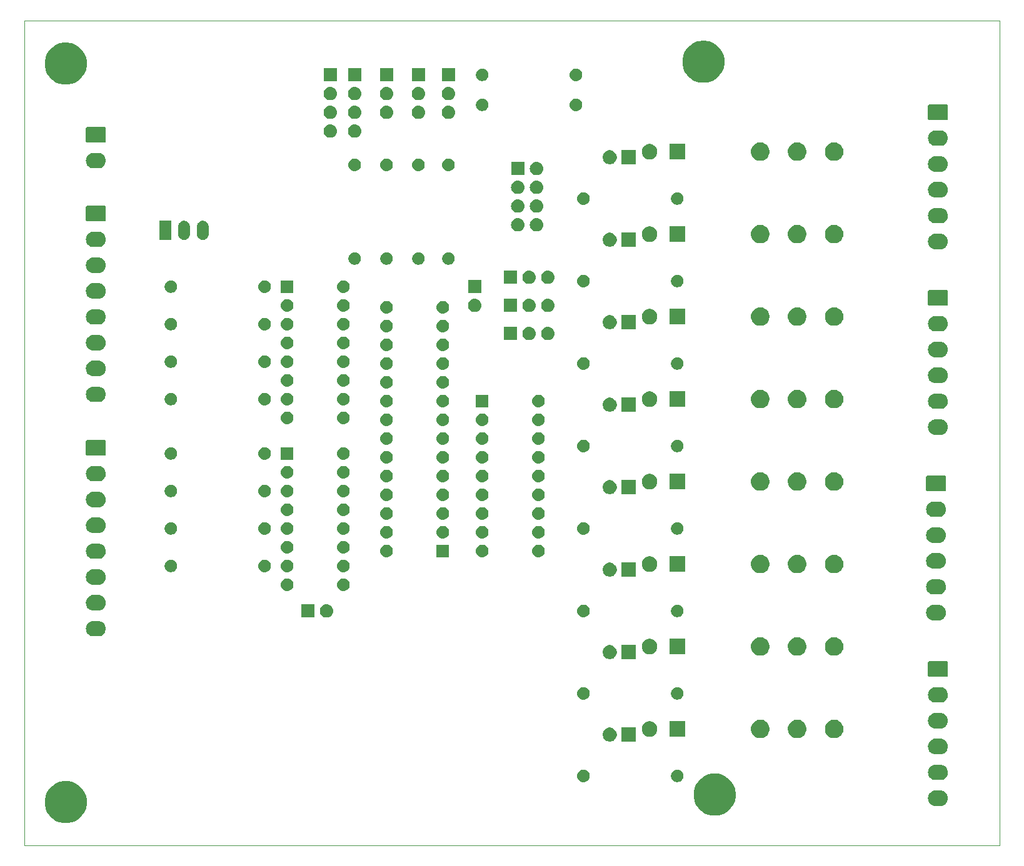
<source format=gbr>
G04 #@! TF.GenerationSoftware,KiCad,Pcbnew,(5.1.4)-1*
G04 #@! TF.CreationDate,2019-10-02T08:10:23+02:00*
G04 #@! TF.ProjectId,I2C_IO,4932435f-494f-42e6-9b69-6361645f7063,rev?*
G04 #@! TF.SameCoordinates,Original*
G04 #@! TF.FileFunction,Soldermask,Bot*
G04 #@! TF.FilePolarity,Negative*
%FSLAX46Y46*%
G04 Gerber Fmt 4.6, Leading zero omitted, Abs format (unit mm)*
G04 Created by KiCad (PCBNEW (5.1.4)-1) date 2019-10-02 08:10:23*
%MOMM*%
%LPD*%
G04 APERTURE LIST*
%ADD10C,0.050000*%
%ADD11C,0.100000*%
G04 APERTURE END LIST*
D10*
X132080000Y-35560000D02*
X264160000Y-35560000D01*
X132080000Y-147320000D02*
X132080000Y-35560000D01*
X264160000Y-147320000D02*
X132080000Y-147320000D01*
X264160000Y-35560000D02*
X264160000Y-147320000D01*
D11*
G36*
X138499606Y-138736562D02*
G01*
X139018455Y-138951476D01*
X139485407Y-139263484D01*
X139882516Y-139660593D01*
X140194524Y-140127545D01*
X140409438Y-140646394D01*
X140519000Y-141197201D01*
X140519000Y-141758799D01*
X140409438Y-142309606D01*
X140194524Y-142828455D01*
X139882516Y-143295407D01*
X139485407Y-143692516D01*
X139018455Y-144004524D01*
X138499606Y-144219438D01*
X137948800Y-144329000D01*
X137387200Y-144329000D01*
X136836394Y-144219438D01*
X136317545Y-144004524D01*
X135850593Y-143692516D01*
X135453484Y-143295407D01*
X135141476Y-142828455D01*
X134926562Y-142309606D01*
X134817000Y-141758799D01*
X134817000Y-141197201D01*
X134926562Y-140646394D01*
X135141476Y-140127545D01*
X135453484Y-139660593D01*
X135850593Y-139263484D01*
X136317545Y-138951476D01*
X136836394Y-138736562D01*
X137387200Y-138627000D01*
X137948800Y-138627000D01*
X138499606Y-138736562D01*
X138499606Y-138736562D01*
G37*
G36*
X226029017Y-137650030D02*
G01*
X226383606Y-137720562D01*
X226902455Y-137935476D01*
X227253785Y-138170228D01*
X227369406Y-138247483D01*
X227766517Y-138644594D01*
X227811572Y-138712024D01*
X228078524Y-139111545D01*
X228293438Y-139630394D01*
X228293438Y-139630395D01*
X228360653Y-139968305D01*
X228403000Y-140181201D01*
X228403000Y-140742799D01*
X228293438Y-141293606D01*
X228078524Y-141812455D01*
X227766516Y-142279407D01*
X227369407Y-142676516D01*
X226902455Y-142988524D01*
X226383606Y-143203438D01*
X226108202Y-143258219D01*
X225832800Y-143313000D01*
X225271200Y-143313000D01*
X224995798Y-143258219D01*
X224720394Y-143203438D01*
X224201545Y-142988524D01*
X223734593Y-142676516D01*
X223337484Y-142279407D01*
X223025476Y-141812455D01*
X222810562Y-141293606D01*
X222701000Y-140742799D01*
X222701000Y-140181201D01*
X222743348Y-139968305D01*
X222810562Y-139630395D01*
X222810562Y-139630394D01*
X223025476Y-139111545D01*
X223292428Y-138712024D01*
X223337483Y-138644594D01*
X223734594Y-138247483D01*
X223850215Y-138170228D01*
X224201545Y-137935476D01*
X224720394Y-137720562D01*
X225074983Y-137650030D01*
X225271200Y-137611000D01*
X225832800Y-137611000D01*
X226029017Y-137650030D01*
X226029017Y-137650030D01*
G37*
G36*
X256181097Y-139898069D02*
G01*
X256284032Y-139908207D01*
X256482146Y-139968305D01*
X256482149Y-139968306D01*
X256578975Y-140020061D01*
X256664729Y-140065897D01*
X256824765Y-140197235D01*
X256956103Y-140357271D01*
X257001939Y-140443025D01*
X257053694Y-140539851D01*
X257053695Y-140539854D01*
X257113793Y-140737968D01*
X257134085Y-140944000D01*
X257113793Y-141150032D01*
X257099484Y-141197201D01*
X257053694Y-141348149D01*
X257001939Y-141444975D01*
X256956103Y-141530729D01*
X256824765Y-141690765D01*
X256664729Y-141822103D01*
X256578975Y-141867939D01*
X256482149Y-141919694D01*
X256482146Y-141919695D01*
X256284032Y-141979793D01*
X256181097Y-141989931D01*
X256129631Y-141995000D01*
X255426369Y-141995000D01*
X255374903Y-141989931D01*
X255271968Y-141979793D01*
X255073854Y-141919695D01*
X255073851Y-141919694D01*
X254977025Y-141867939D01*
X254891271Y-141822103D01*
X254731235Y-141690765D01*
X254599897Y-141530729D01*
X254554061Y-141444975D01*
X254502306Y-141348149D01*
X254456516Y-141197201D01*
X254442207Y-141150032D01*
X254421915Y-140944000D01*
X254442207Y-140737968D01*
X254502305Y-140539854D01*
X254502306Y-140539851D01*
X254554061Y-140443025D01*
X254599897Y-140357271D01*
X254731235Y-140197235D01*
X254891271Y-140065897D01*
X254977025Y-140020061D01*
X255073851Y-139968306D01*
X255073854Y-139968305D01*
X255271968Y-139908207D01*
X255374903Y-139898069D01*
X255426369Y-139893000D01*
X256129631Y-139893000D01*
X256181097Y-139898069D01*
X256181097Y-139898069D01*
G37*
G36*
X207938823Y-137083313D02*
G01*
X208099242Y-137131976D01*
X208166361Y-137167852D01*
X208247078Y-137210996D01*
X208376659Y-137317341D01*
X208483004Y-137446922D01*
X208483005Y-137446924D01*
X208562024Y-137594758D01*
X208610687Y-137755177D01*
X208627117Y-137922000D01*
X208610687Y-138088823D01*
X208562024Y-138249242D01*
X208521477Y-138325100D01*
X208483004Y-138397078D01*
X208376659Y-138526659D01*
X208247078Y-138633004D01*
X208247076Y-138633005D01*
X208099242Y-138712024D01*
X207938823Y-138760687D01*
X207813804Y-138773000D01*
X207730196Y-138773000D01*
X207605177Y-138760687D01*
X207444758Y-138712024D01*
X207296924Y-138633005D01*
X207296922Y-138633004D01*
X207167341Y-138526659D01*
X207060996Y-138397078D01*
X207022523Y-138325100D01*
X206981976Y-138249242D01*
X206933313Y-138088823D01*
X206916883Y-137922000D01*
X206933313Y-137755177D01*
X206981976Y-137594758D01*
X207060995Y-137446924D01*
X207060996Y-137446922D01*
X207167341Y-137317341D01*
X207296922Y-137210996D01*
X207377639Y-137167852D01*
X207444758Y-137131976D01*
X207605177Y-137083313D01*
X207730196Y-137071000D01*
X207813804Y-137071000D01*
X207938823Y-137083313D01*
X207938823Y-137083313D01*
G37*
G36*
X220720228Y-137103703D02*
G01*
X220875100Y-137167853D01*
X221014481Y-137260985D01*
X221133015Y-137379519D01*
X221226147Y-137518900D01*
X221290297Y-137673772D01*
X221323000Y-137838184D01*
X221323000Y-138005816D01*
X221290297Y-138170228D01*
X221226147Y-138325100D01*
X221133015Y-138464481D01*
X221014481Y-138583015D01*
X220875100Y-138676147D01*
X220720228Y-138740297D01*
X220555816Y-138773000D01*
X220388184Y-138773000D01*
X220223772Y-138740297D01*
X220068900Y-138676147D01*
X219929519Y-138583015D01*
X219810985Y-138464481D01*
X219717853Y-138325100D01*
X219653703Y-138170228D01*
X219621000Y-138005816D01*
X219621000Y-137838184D01*
X219653703Y-137673772D01*
X219717853Y-137518900D01*
X219810985Y-137379519D01*
X219929519Y-137260985D01*
X220068900Y-137167853D01*
X220223772Y-137103703D01*
X220388184Y-137071000D01*
X220555816Y-137071000D01*
X220720228Y-137103703D01*
X220720228Y-137103703D01*
G37*
G36*
X256181097Y-136398069D02*
G01*
X256284032Y-136408207D01*
X256482146Y-136468305D01*
X256482149Y-136468306D01*
X256578975Y-136520061D01*
X256664729Y-136565897D01*
X256824765Y-136697235D01*
X256956103Y-136857271D01*
X257001939Y-136943025D01*
X257053694Y-137039851D01*
X257053695Y-137039854D01*
X257113793Y-137237968D01*
X257134085Y-137444000D01*
X257113793Y-137650032D01*
X257081897Y-137755177D01*
X257053694Y-137848149D01*
X257001939Y-137944975D01*
X256956103Y-138030729D01*
X256824765Y-138190765D01*
X256664729Y-138322103D01*
X256578975Y-138367939D01*
X256482149Y-138419694D01*
X256482146Y-138419695D01*
X256284032Y-138479793D01*
X256181097Y-138489931D01*
X256129631Y-138495000D01*
X255426369Y-138495000D01*
X255374903Y-138489931D01*
X255271968Y-138479793D01*
X255073854Y-138419695D01*
X255073851Y-138419694D01*
X254977025Y-138367939D01*
X254891271Y-138322103D01*
X254731235Y-138190765D01*
X254599897Y-138030729D01*
X254554061Y-137944975D01*
X254502306Y-137848149D01*
X254474103Y-137755177D01*
X254442207Y-137650032D01*
X254421915Y-137444000D01*
X254442207Y-137237968D01*
X254502305Y-137039854D01*
X254502306Y-137039851D01*
X254554061Y-136943025D01*
X254599897Y-136857271D01*
X254731235Y-136697235D01*
X254891271Y-136565897D01*
X254977025Y-136520061D01*
X255073851Y-136468306D01*
X255073854Y-136468305D01*
X255271968Y-136408207D01*
X255374903Y-136398069D01*
X255426369Y-136393000D01*
X256129631Y-136393000D01*
X256181097Y-136398069D01*
X256181097Y-136398069D01*
G37*
G36*
X256181097Y-132898069D02*
G01*
X256284032Y-132908207D01*
X256482146Y-132968305D01*
X256482149Y-132968306D01*
X256578975Y-133020061D01*
X256664729Y-133065897D01*
X256824765Y-133197235D01*
X256956103Y-133357271D01*
X257001939Y-133443025D01*
X257053694Y-133539851D01*
X257053695Y-133539854D01*
X257113793Y-133737968D01*
X257134085Y-133944000D01*
X257113793Y-134150032D01*
X257053695Y-134348146D01*
X257053694Y-134348149D01*
X257001939Y-134444975D01*
X256956103Y-134530729D01*
X256824765Y-134690765D01*
X256664729Y-134822103D01*
X256578975Y-134867939D01*
X256482149Y-134919694D01*
X256482146Y-134919695D01*
X256284032Y-134979793D01*
X256181097Y-134989931D01*
X256129631Y-134995000D01*
X255426369Y-134995000D01*
X255374903Y-134989931D01*
X255271968Y-134979793D01*
X255073854Y-134919695D01*
X255073851Y-134919694D01*
X254977025Y-134867939D01*
X254891271Y-134822103D01*
X254731235Y-134690765D01*
X254599897Y-134530729D01*
X254554061Y-134444975D01*
X254502306Y-134348149D01*
X254502305Y-134348146D01*
X254442207Y-134150032D01*
X254421915Y-133944000D01*
X254442207Y-133737968D01*
X254502305Y-133539854D01*
X254502306Y-133539851D01*
X254554061Y-133443025D01*
X254599897Y-133357271D01*
X254731235Y-133197235D01*
X254891271Y-133065897D01*
X254977025Y-133020061D01*
X255073851Y-132968306D01*
X255073854Y-132968305D01*
X255271968Y-132908207D01*
X255374903Y-132898069D01*
X255426369Y-132893000D01*
X256129631Y-132893000D01*
X256181097Y-132898069D01*
X256181097Y-132898069D01*
G37*
G36*
X211605395Y-131419546D02*
G01*
X211778466Y-131491234D01*
X211778467Y-131491235D01*
X211934227Y-131595310D01*
X212066690Y-131727773D01*
X212066691Y-131727775D01*
X212170766Y-131883534D01*
X212242454Y-132056605D01*
X212279000Y-132240333D01*
X212279000Y-132427667D01*
X212242454Y-132611395D01*
X212170766Y-132784466D01*
X212170765Y-132784467D01*
X212066690Y-132940227D01*
X211934227Y-133072690D01*
X211855818Y-133125081D01*
X211778466Y-133176766D01*
X211605395Y-133248454D01*
X211421667Y-133285000D01*
X211234333Y-133285000D01*
X211050605Y-133248454D01*
X210877534Y-133176766D01*
X210800182Y-133125081D01*
X210721773Y-133072690D01*
X210589310Y-132940227D01*
X210485235Y-132784467D01*
X210485234Y-132784466D01*
X210413546Y-132611395D01*
X210377000Y-132427667D01*
X210377000Y-132240333D01*
X210413546Y-132056605D01*
X210485234Y-131883534D01*
X210589309Y-131727775D01*
X210589310Y-131727773D01*
X210721773Y-131595310D01*
X210877533Y-131491235D01*
X210877534Y-131491234D01*
X211050605Y-131419546D01*
X211234333Y-131383000D01*
X211421667Y-131383000D01*
X211605395Y-131419546D01*
X211605395Y-131419546D01*
G37*
G36*
X214819000Y-133285000D02*
G01*
X212917000Y-133285000D01*
X212917000Y-131383000D01*
X214819000Y-131383000D01*
X214819000Y-133285000D01*
X214819000Y-133285000D01*
G37*
G36*
X232086903Y-130369075D02*
G01*
X232267789Y-130444000D01*
X232314571Y-130463378D01*
X232519466Y-130600285D01*
X232693715Y-130774534D01*
X232693716Y-130774536D01*
X232830623Y-130979431D01*
X232924925Y-131207097D01*
X232973000Y-131448786D01*
X232973000Y-131695214D01*
X232966523Y-131727775D01*
X232924925Y-131936903D01*
X232830622Y-132164571D01*
X232693715Y-132369466D01*
X232519466Y-132543715D01*
X232314571Y-132680622D01*
X232314570Y-132680623D01*
X232314569Y-132680623D01*
X232086903Y-132774925D01*
X231845214Y-132823000D01*
X231598786Y-132823000D01*
X231357097Y-132774925D01*
X231129431Y-132680623D01*
X231129430Y-132680623D01*
X231129429Y-132680622D01*
X230924534Y-132543715D01*
X230750285Y-132369466D01*
X230613378Y-132164571D01*
X230519075Y-131936903D01*
X230477477Y-131727775D01*
X230471000Y-131695214D01*
X230471000Y-131448786D01*
X230519075Y-131207097D01*
X230613377Y-130979431D01*
X230750284Y-130774536D01*
X230750285Y-130774534D01*
X230924534Y-130600285D01*
X231129429Y-130463378D01*
X231176212Y-130444000D01*
X231357097Y-130369075D01*
X231598786Y-130321000D01*
X231845214Y-130321000D01*
X232086903Y-130369075D01*
X232086903Y-130369075D01*
G37*
G36*
X237086903Y-130369075D02*
G01*
X237267789Y-130444000D01*
X237314571Y-130463378D01*
X237519466Y-130600285D01*
X237693715Y-130774534D01*
X237693716Y-130774536D01*
X237830623Y-130979431D01*
X237924925Y-131207097D01*
X237973000Y-131448786D01*
X237973000Y-131695214D01*
X237966523Y-131727775D01*
X237924925Y-131936903D01*
X237830622Y-132164571D01*
X237693715Y-132369466D01*
X237519466Y-132543715D01*
X237314571Y-132680622D01*
X237314570Y-132680623D01*
X237314569Y-132680623D01*
X237086903Y-132774925D01*
X236845214Y-132823000D01*
X236598786Y-132823000D01*
X236357097Y-132774925D01*
X236129431Y-132680623D01*
X236129430Y-132680623D01*
X236129429Y-132680622D01*
X235924534Y-132543715D01*
X235750285Y-132369466D01*
X235613378Y-132164571D01*
X235519075Y-131936903D01*
X235477477Y-131727775D01*
X235471000Y-131695214D01*
X235471000Y-131448786D01*
X235519075Y-131207097D01*
X235613377Y-130979431D01*
X235750284Y-130774536D01*
X235750285Y-130774534D01*
X235924534Y-130600285D01*
X236129429Y-130463378D01*
X236176212Y-130444000D01*
X236357097Y-130369075D01*
X236598786Y-130321000D01*
X236845214Y-130321000D01*
X237086903Y-130369075D01*
X237086903Y-130369075D01*
G37*
G36*
X242086903Y-130369075D02*
G01*
X242267789Y-130444000D01*
X242314571Y-130463378D01*
X242519466Y-130600285D01*
X242693715Y-130774534D01*
X242693716Y-130774536D01*
X242830623Y-130979431D01*
X242924925Y-131207097D01*
X242973000Y-131448786D01*
X242973000Y-131695214D01*
X242966523Y-131727775D01*
X242924925Y-131936903D01*
X242830622Y-132164571D01*
X242693715Y-132369466D01*
X242519466Y-132543715D01*
X242314571Y-132680622D01*
X242314570Y-132680623D01*
X242314569Y-132680623D01*
X242086903Y-132774925D01*
X241845214Y-132823000D01*
X241598786Y-132823000D01*
X241357097Y-132774925D01*
X241129431Y-132680623D01*
X241129430Y-132680623D01*
X241129429Y-132680622D01*
X240924534Y-132543715D01*
X240750285Y-132369466D01*
X240613378Y-132164571D01*
X240519075Y-131936903D01*
X240477477Y-131727775D01*
X240471000Y-131695214D01*
X240471000Y-131448786D01*
X240519075Y-131207097D01*
X240613377Y-130979431D01*
X240750284Y-130774536D01*
X240750285Y-130774534D01*
X240924534Y-130600285D01*
X241129429Y-130463378D01*
X241176212Y-130444000D01*
X241357097Y-130369075D01*
X241598786Y-130321000D01*
X241845214Y-130321000D01*
X242086903Y-130369075D01*
X242086903Y-130369075D01*
G37*
G36*
X217028564Y-130561389D02*
G01*
X217219833Y-130640615D01*
X217219835Y-130640616D01*
X217233924Y-130650030D01*
X217391973Y-130755635D01*
X217538365Y-130902027D01*
X217653385Y-131074167D01*
X217732611Y-131265436D01*
X217773000Y-131468484D01*
X217773000Y-131675516D01*
X217732611Y-131878564D01*
X217658864Y-132056605D01*
X217653384Y-132069835D01*
X217538365Y-132241973D01*
X217391973Y-132388365D01*
X217219835Y-132503384D01*
X217219834Y-132503385D01*
X217219833Y-132503385D01*
X217028564Y-132582611D01*
X216825516Y-132623000D01*
X216618484Y-132623000D01*
X216415436Y-132582611D01*
X216224167Y-132503385D01*
X216224166Y-132503385D01*
X216224165Y-132503384D01*
X216052027Y-132388365D01*
X215905635Y-132241973D01*
X215790616Y-132069835D01*
X215785136Y-132056605D01*
X215711389Y-131878564D01*
X215671000Y-131675516D01*
X215671000Y-131468484D01*
X215711389Y-131265436D01*
X215790615Y-131074167D01*
X215905635Y-130902027D01*
X216052027Y-130755635D01*
X216210076Y-130650030D01*
X216224165Y-130640616D01*
X216224167Y-130640615D01*
X216415436Y-130561389D01*
X216618484Y-130521000D01*
X216825516Y-130521000D01*
X217028564Y-130561389D01*
X217028564Y-130561389D01*
G37*
G36*
X221523000Y-132623000D02*
G01*
X219421000Y-132623000D01*
X219421000Y-130521000D01*
X221523000Y-130521000D01*
X221523000Y-132623000D01*
X221523000Y-132623000D01*
G37*
G36*
X256181097Y-129398069D02*
G01*
X256284032Y-129408207D01*
X256482146Y-129468305D01*
X256482149Y-129468306D01*
X256578975Y-129520061D01*
X256664729Y-129565897D01*
X256824765Y-129697235D01*
X256956103Y-129857271D01*
X257001939Y-129943025D01*
X257053694Y-130039851D01*
X257053695Y-130039854D01*
X257113793Y-130237968D01*
X257134085Y-130444000D01*
X257113793Y-130650032D01*
X257053695Y-130848146D01*
X257053694Y-130848149D01*
X257024895Y-130902027D01*
X256956103Y-131030729D01*
X256824765Y-131190765D01*
X256664729Y-131322103D01*
X256578975Y-131367939D01*
X256482149Y-131419694D01*
X256482146Y-131419695D01*
X256284032Y-131479793D01*
X256181097Y-131489931D01*
X256129631Y-131495000D01*
X255426369Y-131495000D01*
X255374903Y-131489931D01*
X255271968Y-131479793D01*
X255073854Y-131419695D01*
X255073851Y-131419694D01*
X254977025Y-131367939D01*
X254891271Y-131322103D01*
X254731235Y-131190765D01*
X254599897Y-131030729D01*
X254531105Y-130902027D01*
X254502306Y-130848149D01*
X254502305Y-130848146D01*
X254442207Y-130650032D01*
X254421915Y-130444000D01*
X254442207Y-130237968D01*
X254502305Y-130039854D01*
X254502306Y-130039851D01*
X254554061Y-129943025D01*
X254599897Y-129857271D01*
X254731235Y-129697235D01*
X254891271Y-129565897D01*
X254977025Y-129520061D01*
X255073851Y-129468306D01*
X255073854Y-129468305D01*
X255271968Y-129408207D01*
X255374903Y-129398069D01*
X255426369Y-129393000D01*
X256129631Y-129393000D01*
X256181097Y-129398069D01*
X256181097Y-129398069D01*
G37*
G36*
X256149937Y-125895000D02*
G01*
X256284032Y-125908207D01*
X256441503Y-125955976D01*
X256482149Y-125968306D01*
X256526200Y-125991852D01*
X256664729Y-126065897D01*
X256824765Y-126197235D01*
X256956103Y-126357271D01*
X256988968Y-126418758D01*
X257053694Y-126539851D01*
X257053695Y-126539854D01*
X257113793Y-126737968D01*
X257134085Y-126944000D01*
X257113793Y-127150032D01*
X257071794Y-127288481D01*
X257053694Y-127348149D01*
X257052352Y-127350659D01*
X256956103Y-127530729D01*
X256824765Y-127690765D01*
X256664729Y-127822103D01*
X256578975Y-127867939D01*
X256482149Y-127919694D01*
X256482146Y-127919695D01*
X256284032Y-127979793D01*
X256181097Y-127989931D01*
X256129631Y-127995000D01*
X255426369Y-127995000D01*
X255374903Y-127989931D01*
X255271968Y-127979793D01*
X255073854Y-127919695D01*
X255073851Y-127919694D01*
X254977025Y-127867939D01*
X254891271Y-127822103D01*
X254731235Y-127690765D01*
X254599897Y-127530729D01*
X254503648Y-127350659D01*
X254502306Y-127348149D01*
X254484206Y-127288481D01*
X254442207Y-127150032D01*
X254421915Y-126944000D01*
X254442207Y-126737968D01*
X254502305Y-126539854D01*
X254502306Y-126539851D01*
X254567032Y-126418758D01*
X254599897Y-126357271D01*
X254731235Y-126197235D01*
X254891271Y-126065897D01*
X255029800Y-125991852D01*
X255073851Y-125968306D01*
X255114497Y-125955976D01*
X255271968Y-125908207D01*
X255406063Y-125895000D01*
X255426369Y-125893000D01*
X256129631Y-125893000D01*
X256149937Y-125895000D01*
X256149937Y-125895000D01*
G37*
G36*
X220720228Y-125927703D02*
G01*
X220875100Y-125991853D01*
X221014481Y-126084985D01*
X221133015Y-126203519D01*
X221226147Y-126342900D01*
X221290297Y-126497772D01*
X221323000Y-126662184D01*
X221323000Y-126829816D01*
X221290297Y-126994228D01*
X221226147Y-127149100D01*
X221133015Y-127288481D01*
X221014481Y-127407015D01*
X220875100Y-127500147D01*
X220720228Y-127564297D01*
X220555816Y-127597000D01*
X220388184Y-127597000D01*
X220223772Y-127564297D01*
X220068900Y-127500147D01*
X219929519Y-127407015D01*
X219810985Y-127288481D01*
X219717853Y-127149100D01*
X219653703Y-126994228D01*
X219621000Y-126829816D01*
X219621000Y-126662184D01*
X219653703Y-126497772D01*
X219717853Y-126342900D01*
X219810985Y-126203519D01*
X219929519Y-126084985D01*
X220068900Y-125991853D01*
X220223772Y-125927703D01*
X220388184Y-125895000D01*
X220555816Y-125895000D01*
X220720228Y-125927703D01*
X220720228Y-125927703D01*
G37*
G36*
X207938823Y-125907313D02*
G01*
X208099242Y-125955976D01*
X208166361Y-125991852D01*
X208247078Y-126034996D01*
X208376659Y-126141341D01*
X208483004Y-126270922D01*
X208483005Y-126270924D01*
X208562024Y-126418758D01*
X208610687Y-126579177D01*
X208627117Y-126746000D01*
X208610687Y-126912823D01*
X208562024Y-127073242D01*
X208521477Y-127149100D01*
X208483004Y-127221078D01*
X208376659Y-127350659D01*
X208247078Y-127457004D01*
X208247076Y-127457005D01*
X208099242Y-127536024D01*
X207938823Y-127584687D01*
X207813804Y-127597000D01*
X207730196Y-127597000D01*
X207605177Y-127584687D01*
X207444758Y-127536024D01*
X207296924Y-127457005D01*
X207296922Y-127457004D01*
X207167341Y-127350659D01*
X207060996Y-127221078D01*
X207022523Y-127149100D01*
X206981976Y-127073242D01*
X206933313Y-126912823D01*
X206916883Y-126746000D01*
X206933313Y-126579177D01*
X206981976Y-126418758D01*
X207060995Y-126270924D01*
X207060996Y-126270922D01*
X207167341Y-126141341D01*
X207296922Y-126034996D01*
X207377639Y-125991852D01*
X207444758Y-125955976D01*
X207605177Y-125907313D01*
X207730196Y-125895000D01*
X207813804Y-125895000D01*
X207938823Y-125907313D01*
X207938823Y-125907313D01*
G37*
G36*
X256992852Y-122396840D02*
G01*
X257024443Y-122406423D01*
X257053557Y-122421985D01*
X257079074Y-122442926D01*
X257100015Y-122468443D01*
X257115577Y-122497557D01*
X257125160Y-122529148D01*
X257129000Y-122568140D01*
X257129000Y-124319860D01*
X257125160Y-124358852D01*
X257115577Y-124390443D01*
X257100015Y-124419557D01*
X257079074Y-124445074D01*
X257053557Y-124466015D01*
X257024443Y-124481577D01*
X256992852Y-124491160D01*
X256953860Y-124495000D01*
X254602140Y-124495000D01*
X254563148Y-124491160D01*
X254531557Y-124481577D01*
X254502443Y-124466015D01*
X254476926Y-124445074D01*
X254455985Y-124419557D01*
X254440423Y-124390443D01*
X254430840Y-124358852D01*
X254427000Y-124319860D01*
X254427000Y-122568140D01*
X254430840Y-122529148D01*
X254440423Y-122497557D01*
X254455985Y-122468443D01*
X254476926Y-122442926D01*
X254502443Y-122421985D01*
X254531557Y-122406423D01*
X254563148Y-122396840D01*
X254602140Y-122393000D01*
X256953860Y-122393000D01*
X256992852Y-122396840D01*
X256992852Y-122396840D01*
G37*
G36*
X214819000Y-122109000D02*
G01*
X212917000Y-122109000D01*
X212917000Y-120207000D01*
X214819000Y-120207000D01*
X214819000Y-122109000D01*
X214819000Y-122109000D01*
G37*
G36*
X211605395Y-120243546D02*
G01*
X211778466Y-120315234D01*
X211778467Y-120315235D01*
X211934227Y-120419310D01*
X212066690Y-120551773D01*
X212066691Y-120551775D01*
X212170766Y-120707534D01*
X212242454Y-120880605D01*
X212279000Y-121064333D01*
X212279000Y-121251667D01*
X212242454Y-121435395D01*
X212170766Y-121608466D01*
X212170765Y-121608467D01*
X212066690Y-121764227D01*
X211934227Y-121896690D01*
X211855818Y-121949081D01*
X211778466Y-122000766D01*
X211605395Y-122072454D01*
X211421667Y-122109000D01*
X211234333Y-122109000D01*
X211050605Y-122072454D01*
X210877534Y-122000766D01*
X210800182Y-121949081D01*
X210721773Y-121896690D01*
X210589310Y-121764227D01*
X210485235Y-121608467D01*
X210485234Y-121608466D01*
X210413546Y-121435395D01*
X210377000Y-121251667D01*
X210377000Y-121064333D01*
X210413546Y-120880605D01*
X210485234Y-120707534D01*
X210589309Y-120551775D01*
X210589310Y-120551773D01*
X210721773Y-120419310D01*
X210877533Y-120315235D01*
X210877534Y-120315234D01*
X211050605Y-120243546D01*
X211234333Y-120207000D01*
X211421667Y-120207000D01*
X211605395Y-120243546D01*
X211605395Y-120243546D01*
G37*
G36*
X232086903Y-119193075D02*
G01*
X232314571Y-119287378D01*
X232519466Y-119424285D01*
X232693715Y-119598534D01*
X232693716Y-119598536D01*
X232830623Y-119803431D01*
X232924925Y-120031097D01*
X232973000Y-120272786D01*
X232973000Y-120519214D01*
X232966523Y-120551775D01*
X232924925Y-120760903D01*
X232830622Y-120988571D01*
X232693715Y-121193466D01*
X232519466Y-121367715D01*
X232314571Y-121504622D01*
X232314570Y-121504623D01*
X232314569Y-121504623D01*
X232086903Y-121598925D01*
X231845214Y-121647000D01*
X231598786Y-121647000D01*
X231357097Y-121598925D01*
X231129431Y-121504623D01*
X231129430Y-121504623D01*
X231129429Y-121504622D01*
X230924534Y-121367715D01*
X230750285Y-121193466D01*
X230613378Y-120988571D01*
X230519075Y-120760903D01*
X230477477Y-120551775D01*
X230471000Y-120519214D01*
X230471000Y-120272786D01*
X230519075Y-120031097D01*
X230613377Y-119803431D01*
X230750284Y-119598536D01*
X230750285Y-119598534D01*
X230924534Y-119424285D01*
X231129429Y-119287378D01*
X231357097Y-119193075D01*
X231598786Y-119145000D01*
X231845214Y-119145000D01*
X232086903Y-119193075D01*
X232086903Y-119193075D01*
G37*
G36*
X237086903Y-119193075D02*
G01*
X237314571Y-119287378D01*
X237519466Y-119424285D01*
X237693715Y-119598534D01*
X237693716Y-119598536D01*
X237830623Y-119803431D01*
X237924925Y-120031097D01*
X237973000Y-120272786D01*
X237973000Y-120519214D01*
X237966523Y-120551775D01*
X237924925Y-120760903D01*
X237830622Y-120988571D01*
X237693715Y-121193466D01*
X237519466Y-121367715D01*
X237314571Y-121504622D01*
X237314570Y-121504623D01*
X237314569Y-121504623D01*
X237086903Y-121598925D01*
X236845214Y-121647000D01*
X236598786Y-121647000D01*
X236357097Y-121598925D01*
X236129431Y-121504623D01*
X236129430Y-121504623D01*
X236129429Y-121504622D01*
X235924534Y-121367715D01*
X235750285Y-121193466D01*
X235613378Y-120988571D01*
X235519075Y-120760903D01*
X235477477Y-120551775D01*
X235471000Y-120519214D01*
X235471000Y-120272786D01*
X235519075Y-120031097D01*
X235613377Y-119803431D01*
X235750284Y-119598536D01*
X235750285Y-119598534D01*
X235924534Y-119424285D01*
X236129429Y-119287378D01*
X236357097Y-119193075D01*
X236598786Y-119145000D01*
X236845214Y-119145000D01*
X237086903Y-119193075D01*
X237086903Y-119193075D01*
G37*
G36*
X242086903Y-119193075D02*
G01*
X242314571Y-119287378D01*
X242519466Y-119424285D01*
X242693715Y-119598534D01*
X242693716Y-119598536D01*
X242830623Y-119803431D01*
X242924925Y-120031097D01*
X242973000Y-120272786D01*
X242973000Y-120519214D01*
X242966523Y-120551775D01*
X242924925Y-120760903D01*
X242830622Y-120988571D01*
X242693715Y-121193466D01*
X242519466Y-121367715D01*
X242314571Y-121504622D01*
X242314570Y-121504623D01*
X242314569Y-121504623D01*
X242086903Y-121598925D01*
X241845214Y-121647000D01*
X241598786Y-121647000D01*
X241357097Y-121598925D01*
X241129431Y-121504623D01*
X241129430Y-121504623D01*
X241129429Y-121504622D01*
X240924534Y-121367715D01*
X240750285Y-121193466D01*
X240613378Y-120988571D01*
X240519075Y-120760903D01*
X240477477Y-120551775D01*
X240471000Y-120519214D01*
X240471000Y-120272786D01*
X240519075Y-120031097D01*
X240613377Y-119803431D01*
X240750284Y-119598536D01*
X240750285Y-119598534D01*
X240924534Y-119424285D01*
X241129429Y-119287378D01*
X241357097Y-119193075D01*
X241598786Y-119145000D01*
X241845214Y-119145000D01*
X242086903Y-119193075D01*
X242086903Y-119193075D01*
G37*
G36*
X221523000Y-121447000D02*
G01*
X219421000Y-121447000D01*
X219421000Y-119345000D01*
X221523000Y-119345000D01*
X221523000Y-121447000D01*
X221523000Y-121447000D01*
G37*
G36*
X217028564Y-119385389D02*
G01*
X217219833Y-119464615D01*
X217219835Y-119464616D01*
X217391973Y-119579635D01*
X217538365Y-119726027D01*
X217653385Y-119898167D01*
X217732611Y-120089436D01*
X217773000Y-120292484D01*
X217773000Y-120499516D01*
X217732611Y-120702564D01*
X217658864Y-120880605D01*
X217653384Y-120893835D01*
X217538365Y-121065973D01*
X217391973Y-121212365D01*
X217219835Y-121327384D01*
X217219834Y-121327385D01*
X217219833Y-121327385D01*
X217028564Y-121406611D01*
X216825516Y-121447000D01*
X216618484Y-121447000D01*
X216415436Y-121406611D01*
X216224167Y-121327385D01*
X216224166Y-121327385D01*
X216224165Y-121327384D01*
X216052027Y-121212365D01*
X215905635Y-121065973D01*
X215790616Y-120893835D01*
X215785136Y-120880605D01*
X215711389Y-120702564D01*
X215671000Y-120499516D01*
X215671000Y-120292484D01*
X215711389Y-120089436D01*
X215790615Y-119898167D01*
X215905635Y-119726027D01*
X216052027Y-119579635D01*
X216224165Y-119464616D01*
X216224167Y-119464615D01*
X216415436Y-119385389D01*
X216618484Y-119345000D01*
X216825516Y-119345000D01*
X217028564Y-119385389D01*
X217028564Y-119385389D01*
G37*
G36*
X142135097Y-116926069D02*
G01*
X142238032Y-116936207D01*
X142436146Y-116996305D01*
X142436149Y-116996306D01*
X142532975Y-117048061D01*
X142618729Y-117093897D01*
X142778765Y-117225235D01*
X142910103Y-117385271D01*
X142955939Y-117471025D01*
X143007694Y-117567851D01*
X143007695Y-117567854D01*
X143067793Y-117765968D01*
X143088085Y-117972000D01*
X143067793Y-118178032D01*
X143007695Y-118376146D01*
X143007694Y-118376149D01*
X142955939Y-118472975D01*
X142910103Y-118558729D01*
X142778765Y-118718765D01*
X142618729Y-118850103D01*
X142532975Y-118895939D01*
X142436149Y-118947694D01*
X142436146Y-118947695D01*
X142238032Y-119007793D01*
X142135097Y-119017931D01*
X142083631Y-119023000D01*
X141380369Y-119023000D01*
X141328903Y-119017931D01*
X141225968Y-119007793D01*
X141027854Y-118947695D01*
X141027851Y-118947694D01*
X140931025Y-118895939D01*
X140845271Y-118850103D01*
X140685235Y-118718765D01*
X140553897Y-118558729D01*
X140508061Y-118472975D01*
X140456306Y-118376149D01*
X140456305Y-118376146D01*
X140396207Y-118178032D01*
X140375915Y-117972000D01*
X140396207Y-117765968D01*
X140456305Y-117567854D01*
X140456306Y-117567851D01*
X140508061Y-117471025D01*
X140553897Y-117385271D01*
X140685235Y-117225235D01*
X140845271Y-117093897D01*
X140931025Y-117048061D01*
X141027851Y-116996306D01*
X141027854Y-116996305D01*
X141225968Y-116936207D01*
X141328903Y-116926069D01*
X141380369Y-116921000D01*
X142083631Y-116921000D01*
X142135097Y-116926069D01*
X142135097Y-116926069D01*
G37*
G36*
X255923381Y-114751703D02*
G01*
X256030032Y-114762207D01*
X256228146Y-114822305D01*
X256228149Y-114822306D01*
X256324975Y-114874061D01*
X256410729Y-114919897D01*
X256570765Y-115051235D01*
X256702103Y-115211271D01*
X256747939Y-115297025D01*
X256799694Y-115393851D01*
X256799695Y-115393854D01*
X256859793Y-115591968D01*
X256880085Y-115798000D01*
X256859793Y-116004032D01*
X256838874Y-116072991D01*
X256799694Y-116202149D01*
X256757545Y-116281004D01*
X256702103Y-116384729D01*
X256570765Y-116544765D01*
X256410729Y-116676103D01*
X256324975Y-116721939D01*
X256228149Y-116773694D01*
X256228146Y-116773695D01*
X256030032Y-116833793D01*
X255927097Y-116843931D01*
X255875631Y-116849000D01*
X255172369Y-116849000D01*
X255120903Y-116843931D01*
X255017968Y-116833793D01*
X254819854Y-116773695D01*
X254819851Y-116773694D01*
X254723025Y-116721939D01*
X254637271Y-116676103D01*
X254477235Y-116544765D01*
X254345897Y-116384729D01*
X254290455Y-116281004D01*
X254248306Y-116202149D01*
X254209126Y-116072991D01*
X254188207Y-116004032D01*
X254167915Y-115798000D01*
X254188207Y-115591968D01*
X254248305Y-115393854D01*
X254248306Y-115393851D01*
X254300061Y-115297025D01*
X254345897Y-115211271D01*
X254477235Y-115051235D01*
X254637271Y-114919897D01*
X254723025Y-114874061D01*
X254819851Y-114822306D01*
X254819854Y-114822305D01*
X255017968Y-114762207D01*
X255124619Y-114751703D01*
X255172369Y-114747000D01*
X255875631Y-114747000D01*
X255923381Y-114751703D01*
X255923381Y-114751703D01*
G37*
G36*
X171335000Y-116471000D02*
G01*
X169533000Y-116471000D01*
X169533000Y-114669000D01*
X171335000Y-114669000D01*
X171335000Y-116471000D01*
X171335000Y-116471000D01*
G37*
G36*
X173084443Y-114675519D02*
G01*
X173150627Y-114682037D01*
X173320466Y-114733557D01*
X173476991Y-114817222D01*
X173512729Y-114846552D01*
X173614186Y-114929814D01*
X173694369Y-115027519D01*
X173726778Y-115067009D01*
X173810443Y-115223534D01*
X173861963Y-115393373D01*
X173879359Y-115570000D01*
X173861963Y-115746627D01*
X173810443Y-115916466D01*
X173726778Y-116072991D01*
X173697448Y-116108729D01*
X173614186Y-116210186D01*
X173512729Y-116293448D01*
X173476991Y-116322778D01*
X173320466Y-116406443D01*
X173150627Y-116457963D01*
X173084442Y-116464482D01*
X173018260Y-116471000D01*
X172929740Y-116471000D01*
X172863558Y-116464482D01*
X172797373Y-116457963D01*
X172627534Y-116406443D01*
X172471009Y-116322778D01*
X172435271Y-116293448D01*
X172333814Y-116210186D01*
X172250552Y-116108729D01*
X172221222Y-116072991D01*
X172137557Y-115916466D01*
X172086037Y-115746627D01*
X172068641Y-115570000D01*
X172086037Y-115393373D01*
X172137557Y-115223534D01*
X172221222Y-115067009D01*
X172253631Y-115027519D01*
X172333814Y-114929814D01*
X172435271Y-114846552D01*
X172471009Y-114817222D01*
X172627534Y-114733557D01*
X172797373Y-114682037D01*
X172863557Y-114675519D01*
X172929740Y-114669000D01*
X173018260Y-114669000D01*
X173084443Y-114675519D01*
X173084443Y-114675519D01*
G37*
G36*
X220720228Y-114751703D02*
G01*
X220875100Y-114815853D01*
X221014481Y-114908985D01*
X221133015Y-115027519D01*
X221226147Y-115166900D01*
X221290297Y-115321772D01*
X221323000Y-115486184D01*
X221323000Y-115653816D01*
X221290297Y-115818228D01*
X221226147Y-115973100D01*
X221133015Y-116112481D01*
X221014481Y-116231015D01*
X220875100Y-116324147D01*
X220720228Y-116388297D01*
X220555816Y-116421000D01*
X220388184Y-116421000D01*
X220223772Y-116388297D01*
X220068900Y-116324147D01*
X219929519Y-116231015D01*
X219810985Y-116112481D01*
X219717853Y-115973100D01*
X219653703Y-115818228D01*
X219621000Y-115653816D01*
X219621000Y-115486184D01*
X219653703Y-115321772D01*
X219717853Y-115166900D01*
X219810985Y-115027519D01*
X219929519Y-114908985D01*
X220068900Y-114815853D01*
X220223772Y-114751703D01*
X220388184Y-114719000D01*
X220555816Y-114719000D01*
X220720228Y-114751703D01*
X220720228Y-114751703D01*
G37*
G36*
X207938823Y-114731313D02*
G01*
X208099242Y-114779976D01*
X208231906Y-114850886D01*
X208247078Y-114858996D01*
X208376659Y-114965341D01*
X208483004Y-115094922D01*
X208483005Y-115094924D01*
X208562024Y-115242758D01*
X208610687Y-115403177D01*
X208627117Y-115570000D01*
X208610687Y-115736823D01*
X208562024Y-115897242D01*
X208504943Y-116004032D01*
X208483004Y-116045078D01*
X208376659Y-116174659D01*
X208247078Y-116281004D01*
X208247076Y-116281005D01*
X208099242Y-116360024D01*
X207938823Y-116408687D01*
X207813804Y-116421000D01*
X207730196Y-116421000D01*
X207605177Y-116408687D01*
X207444758Y-116360024D01*
X207296924Y-116281005D01*
X207296922Y-116281004D01*
X207167341Y-116174659D01*
X207060996Y-116045078D01*
X207039057Y-116004032D01*
X206981976Y-115897242D01*
X206933313Y-115736823D01*
X206916883Y-115570000D01*
X206933313Y-115403177D01*
X206981976Y-115242758D01*
X207060995Y-115094924D01*
X207060996Y-115094922D01*
X207167341Y-114965341D01*
X207296922Y-114858996D01*
X207312094Y-114850886D01*
X207444758Y-114779976D01*
X207605177Y-114731313D01*
X207730196Y-114719000D01*
X207813804Y-114719000D01*
X207938823Y-114731313D01*
X207938823Y-114731313D01*
G37*
G36*
X142135097Y-113426069D02*
G01*
X142238032Y-113436207D01*
X142436146Y-113496305D01*
X142436149Y-113496306D01*
X142532975Y-113548061D01*
X142618729Y-113593897D01*
X142778765Y-113725235D01*
X142910103Y-113885271D01*
X142955939Y-113971025D01*
X143007694Y-114067851D01*
X143007695Y-114067854D01*
X143067793Y-114265968D01*
X143088085Y-114472000D01*
X143067793Y-114678032D01*
X143024027Y-114822306D01*
X143007694Y-114876149D01*
X142984310Y-114919897D01*
X142910103Y-115058729D01*
X142778765Y-115218765D01*
X142618729Y-115350103D01*
X142537776Y-115393373D01*
X142436149Y-115447694D01*
X142436146Y-115447695D01*
X142238032Y-115507793D01*
X142135097Y-115517931D01*
X142083631Y-115523000D01*
X141380369Y-115523000D01*
X141328903Y-115517931D01*
X141225968Y-115507793D01*
X141027854Y-115447695D01*
X141027851Y-115447694D01*
X140926224Y-115393373D01*
X140845271Y-115350103D01*
X140685235Y-115218765D01*
X140553897Y-115058729D01*
X140479690Y-114919897D01*
X140456306Y-114876149D01*
X140439973Y-114822306D01*
X140396207Y-114678032D01*
X140375915Y-114472000D01*
X140396207Y-114265968D01*
X140456305Y-114067854D01*
X140456306Y-114067851D01*
X140508061Y-113971025D01*
X140553897Y-113885271D01*
X140685235Y-113725235D01*
X140845271Y-113593897D01*
X140931025Y-113548061D01*
X141027851Y-113496306D01*
X141027854Y-113496305D01*
X141225968Y-113436207D01*
X141328903Y-113426069D01*
X141380369Y-113421000D01*
X142083631Y-113421000D01*
X142135097Y-113426069D01*
X142135097Y-113426069D01*
G37*
G36*
X255927097Y-111252069D02*
G01*
X256030032Y-111262207D01*
X256228146Y-111322305D01*
X256228149Y-111322306D01*
X256324975Y-111374061D01*
X256410729Y-111419897D01*
X256570765Y-111551235D01*
X256702103Y-111711271D01*
X256747939Y-111797025D01*
X256799694Y-111893851D01*
X256799695Y-111893854D01*
X256859793Y-112091968D01*
X256880085Y-112298000D01*
X256859793Y-112504032D01*
X256825021Y-112618659D01*
X256799694Y-112702149D01*
X256787477Y-112725005D01*
X256702103Y-112884729D01*
X256570765Y-113044765D01*
X256410729Y-113176103D01*
X256324975Y-113221939D01*
X256228149Y-113273694D01*
X256228146Y-113273695D01*
X256030032Y-113333793D01*
X255927097Y-113343931D01*
X255875631Y-113349000D01*
X255172369Y-113349000D01*
X255120903Y-113343931D01*
X255017968Y-113333793D01*
X254819854Y-113273695D01*
X254819851Y-113273694D01*
X254723025Y-113221939D01*
X254637271Y-113176103D01*
X254477235Y-113044765D01*
X254345897Y-112884729D01*
X254260523Y-112725005D01*
X254248306Y-112702149D01*
X254222979Y-112618659D01*
X254188207Y-112504032D01*
X254167915Y-112298000D01*
X254188207Y-112091968D01*
X254248305Y-111893854D01*
X254248306Y-111893851D01*
X254300061Y-111797025D01*
X254345897Y-111711271D01*
X254477235Y-111551235D01*
X254637271Y-111419897D01*
X254723025Y-111374061D01*
X254819851Y-111322306D01*
X254819854Y-111322305D01*
X255017968Y-111262207D01*
X255120903Y-111252069D01*
X255172369Y-111247000D01*
X255875631Y-111247000D01*
X255927097Y-111252069D01*
X255927097Y-111252069D01*
G37*
G36*
X167806823Y-111175313D02*
G01*
X167967242Y-111223976D01*
X168038767Y-111262207D01*
X168115078Y-111302996D01*
X168244659Y-111409341D01*
X168351004Y-111538922D01*
X168351005Y-111538924D01*
X168430024Y-111686758D01*
X168478687Y-111847177D01*
X168495117Y-112014000D01*
X168478687Y-112180823D01*
X168430024Y-112341242D01*
X168359114Y-112473906D01*
X168351004Y-112489078D01*
X168244659Y-112618659D01*
X168115078Y-112725004D01*
X168115076Y-112725005D01*
X167967242Y-112804024D01*
X167806823Y-112852687D01*
X167681804Y-112865000D01*
X167598196Y-112865000D01*
X167473177Y-112852687D01*
X167312758Y-112804024D01*
X167164924Y-112725005D01*
X167164922Y-112725004D01*
X167035341Y-112618659D01*
X166928996Y-112489078D01*
X166920886Y-112473906D01*
X166849976Y-112341242D01*
X166801313Y-112180823D01*
X166784883Y-112014000D01*
X166801313Y-111847177D01*
X166849976Y-111686758D01*
X166928995Y-111538924D01*
X166928996Y-111538922D01*
X167035341Y-111409341D01*
X167164922Y-111302996D01*
X167241233Y-111262207D01*
X167312758Y-111223976D01*
X167473177Y-111175313D01*
X167598196Y-111163000D01*
X167681804Y-111163000D01*
X167806823Y-111175313D01*
X167806823Y-111175313D01*
G37*
G36*
X175426823Y-111175313D02*
G01*
X175587242Y-111223976D01*
X175658767Y-111262207D01*
X175735078Y-111302996D01*
X175864659Y-111409341D01*
X175971004Y-111538922D01*
X175971005Y-111538924D01*
X176050024Y-111686758D01*
X176098687Y-111847177D01*
X176115117Y-112014000D01*
X176098687Y-112180823D01*
X176050024Y-112341242D01*
X175979114Y-112473906D01*
X175971004Y-112489078D01*
X175864659Y-112618659D01*
X175735078Y-112725004D01*
X175735076Y-112725005D01*
X175587242Y-112804024D01*
X175426823Y-112852687D01*
X175301804Y-112865000D01*
X175218196Y-112865000D01*
X175093177Y-112852687D01*
X174932758Y-112804024D01*
X174784924Y-112725005D01*
X174784922Y-112725004D01*
X174655341Y-112618659D01*
X174548996Y-112489078D01*
X174540886Y-112473906D01*
X174469976Y-112341242D01*
X174421313Y-112180823D01*
X174404883Y-112014000D01*
X174421313Y-111847177D01*
X174469976Y-111686758D01*
X174548995Y-111538924D01*
X174548996Y-111538922D01*
X174655341Y-111409341D01*
X174784922Y-111302996D01*
X174861233Y-111262207D01*
X174932758Y-111223976D01*
X175093177Y-111175313D01*
X175218196Y-111163000D01*
X175301804Y-111163000D01*
X175426823Y-111175313D01*
X175426823Y-111175313D01*
G37*
G36*
X142135097Y-109926069D02*
G01*
X142238032Y-109936207D01*
X142436146Y-109996305D01*
X142436149Y-109996306D01*
X142532975Y-110048061D01*
X142618729Y-110093897D01*
X142778765Y-110225235D01*
X142910103Y-110385271D01*
X142955926Y-110471000D01*
X143007694Y-110567851D01*
X143007695Y-110567854D01*
X143067793Y-110765968D01*
X143088085Y-110972000D01*
X143067793Y-111178032D01*
X143024027Y-111322306D01*
X143007694Y-111376149D01*
X142989952Y-111409341D01*
X142910103Y-111558729D01*
X142778765Y-111718765D01*
X142618729Y-111850103D01*
X142536882Y-111893851D01*
X142436149Y-111947694D01*
X142436146Y-111947695D01*
X142238032Y-112007793D01*
X142135097Y-112017931D01*
X142083631Y-112023000D01*
X141380369Y-112023000D01*
X141328903Y-112017931D01*
X141225968Y-112007793D01*
X141027854Y-111947695D01*
X141027851Y-111947694D01*
X140927118Y-111893851D01*
X140845271Y-111850103D01*
X140685235Y-111718765D01*
X140553897Y-111558729D01*
X140474048Y-111409341D01*
X140456306Y-111376149D01*
X140439973Y-111322306D01*
X140396207Y-111178032D01*
X140375915Y-110972000D01*
X140396207Y-110765968D01*
X140456305Y-110567854D01*
X140456306Y-110567851D01*
X140508074Y-110471000D01*
X140553897Y-110385271D01*
X140685235Y-110225235D01*
X140845271Y-110093897D01*
X140931025Y-110048061D01*
X141027851Y-109996306D01*
X141027854Y-109996305D01*
X141225968Y-109936207D01*
X141328903Y-109926069D01*
X141380369Y-109921000D01*
X142083631Y-109921000D01*
X142135097Y-109926069D01*
X142135097Y-109926069D01*
G37*
G36*
X211605395Y-109067546D02*
G01*
X211778466Y-109139234D01*
X211778467Y-109139235D01*
X211934227Y-109243310D01*
X212066690Y-109375773D01*
X212119081Y-109454182D01*
X212170766Y-109531534D01*
X212242454Y-109704605D01*
X212279000Y-109888333D01*
X212279000Y-110075667D01*
X212242454Y-110259395D01*
X212170766Y-110432466D01*
X212170765Y-110432467D01*
X212066690Y-110588227D01*
X211934227Y-110720690D01*
X211866463Y-110765968D01*
X211778466Y-110824766D01*
X211605395Y-110896454D01*
X211421667Y-110933000D01*
X211234333Y-110933000D01*
X211050605Y-110896454D01*
X210877534Y-110824766D01*
X210789537Y-110765968D01*
X210721773Y-110720690D01*
X210589310Y-110588227D01*
X210485235Y-110432467D01*
X210485234Y-110432466D01*
X210413546Y-110259395D01*
X210377000Y-110075667D01*
X210377000Y-109888333D01*
X210413546Y-109704605D01*
X210485234Y-109531534D01*
X210536919Y-109454182D01*
X210589310Y-109375773D01*
X210721773Y-109243310D01*
X210877533Y-109139235D01*
X210877534Y-109139234D01*
X211050605Y-109067546D01*
X211234333Y-109031000D01*
X211421667Y-109031000D01*
X211605395Y-109067546D01*
X211605395Y-109067546D01*
G37*
G36*
X214819000Y-110933000D02*
G01*
X212917000Y-110933000D01*
X212917000Y-109031000D01*
X214819000Y-109031000D01*
X214819000Y-110933000D01*
X214819000Y-110933000D01*
G37*
G36*
X237086903Y-108017075D02*
G01*
X237187463Y-108058728D01*
X237314571Y-108111378D01*
X237519466Y-108248285D01*
X237693715Y-108422534D01*
X237830622Y-108627429D01*
X237830623Y-108627431D01*
X237924925Y-108855097D01*
X237973000Y-109096786D01*
X237973000Y-109343214D01*
X237966523Y-109375775D01*
X237924925Y-109584903D01*
X237830622Y-109812571D01*
X237693715Y-110017466D01*
X237519466Y-110191715D01*
X237314571Y-110328622D01*
X237314570Y-110328623D01*
X237314569Y-110328623D01*
X237086903Y-110422925D01*
X236845214Y-110471000D01*
X236598786Y-110471000D01*
X236357097Y-110422925D01*
X236129431Y-110328623D01*
X236129430Y-110328623D01*
X236129429Y-110328622D01*
X235924534Y-110191715D01*
X235750285Y-110017466D01*
X235613378Y-109812571D01*
X235519075Y-109584903D01*
X235477477Y-109375775D01*
X235471000Y-109343214D01*
X235471000Y-109096786D01*
X235519075Y-108855097D01*
X235613377Y-108627431D01*
X235613378Y-108627429D01*
X235750285Y-108422534D01*
X235924534Y-108248285D01*
X236129429Y-108111378D01*
X236256538Y-108058728D01*
X236357097Y-108017075D01*
X236598786Y-107969000D01*
X236845214Y-107969000D01*
X237086903Y-108017075D01*
X237086903Y-108017075D01*
G37*
G36*
X232086903Y-108017075D02*
G01*
X232187463Y-108058728D01*
X232314571Y-108111378D01*
X232519466Y-108248285D01*
X232693715Y-108422534D01*
X232830622Y-108627429D01*
X232830623Y-108627431D01*
X232924925Y-108855097D01*
X232973000Y-109096786D01*
X232973000Y-109343214D01*
X232966523Y-109375775D01*
X232924925Y-109584903D01*
X232830622Y-109812571D01*
X232693715Y-110017466D01*
X232519466Y-110191715D01*
X232314571Y-110328622D01*
X232314570Y-110328623D01*
X232314569Y-110328623D01*
X232086903Y-110422925D01*
X231845214Y-110471000D01*
X231598786Y-110471000D01*
X231357097Y-110422925D01*
X231129431Y-110328623D01*
X231129430Y-110328623D01*
X231129429Y-110328622D01*
X230924534Y-110191715D01*
X230750285Y-110017466D01*
X230613378Y-109812571D01*
X230519075Y-109584903D01*
X230477477Y-109375775D01*
X230471000Y-109343214D01*
X230471000Y-109096786D01*
X230519075Y-108855097D01*
X230613377Y-108627431D01*
X230613378Y-108627429D01*
X230750285Y-108422534D01*
X230924534Y-108248285D01*
X231129429Y-108111378D01*
X231256538Y-108058728D01*
X231357097Y-108017075D01*
X231598786Y-107969000D01*
X231845214Y-107969000D01*
X232086903Y-108017075D01*
X232086903Y-108017075D01*
G37*
G36*
X242086903Y-108017075D02*
G01*
X242187463Y-108058728D01*
X242314571Y-108111378D01*
X242519466Y-108248285D01*
X242693715Y-108422534D01*
X242830622Y-108627429D01*
X242830623Y-108627431D01*
X242924925Y-108855097D01*
X242973000Y-109096786D01*
X242973000Y-109343214D01*
X242966523Y-109375775D01*
X242924925Y-109584903D01*
X242830622Y-109812571D01*
X242693715Y-110017466D01*
X242519466Y-110191715D01*
X242314571Y-110328622D01*
X242314570Y-110328623D01*
X242314569Y-110328623D01*
X242086903Y-110422925D01*
X241845214Y-110471000D01*
X241598786Y-110471000D01*
X241357097Y-110422925D01*
X241129431Y-110328623D01*
X241129430Y-110328623D01*
X241129429Y-110328622D01*
X240924534Y-110191715D01*
X240750285Y-110017466D01*
X240613378Y-109812571D01*
X240519075Y-109584903D01*
X240477477Y-109375775D01*
X240471000Y-109343214D01*
X240471000Y-109096786D01*
X240519075Y-108855097D01*
X240613377Y-108627431D01*
X240613378Y-108627429D01*
X240750285Y-108422534D01*
X240924534Y-108248285D01*
X241129429Y-108111378D01*
X241256538Y-108058728D01*
X241357097Y-108017075D01*
X241598786Y-107969000D01*
X241845214Y-107969000D01*
X242086903Y-108017075D01*
X242086903Y-108017075D01*
G37*
G36*
X164758823Y-108635313D02*
G01*
X164919242Y-108683976D01*
X164990692Y-108722167D01*
X165067078Y-108762996D01*
X165196659Y-108869341D01*
X165303004Y-108998922D01*
X165303005Y-108998924D01*
X165382024Y-109146758D01*
X165430687Y-109307177D01*
X165447117Y-109474000D01*
X165430687Y-109640823D01*
X165382024Y-109801242D01*
X165341477Y-109877100D01*
X165303004Y-109949078D01*
X165196659Y-110078659D01*
X165067078Y-110185004D01*
X165054521Y-110191716D01*
X164919242Y-110264024D01*
X164758823Y-110312687D01*
X164633804Y-110325000D01*
X164550196Y-110325000D01*
X164425177Y-110312687D01*
X164264758Y-110264024D01*
X164129479Y-110191716D01*
X164116922Y-110185004D01*
X163987341Y-110078659D01*
X163880996Y-109949078D01*
X163842523Y-109877100D01*
X163801976Y-109801242D01*
X163753313Y-109640823D01*
X163736883Y-109474000D01*
X163753313Y-109307177D01*
X163801976Y-109146758D01*
X163880995Y-108998924D01*
X163880996Y-108998922D01*
X163987341Y-108869341D01*
X164116922Y-108762996D01*
X164193308Y-108722167D01*
X164264758Y-108683976D01*
X164425177Y-108635313D01*
X164550196Y-108623000D01*
X164633804Y-108623000D01*
X164758823Y-108635313D01*
X164758823Y-108635313D01*
G37*
G36*
X175426823Y-108635313D02*
G01*
X175587242Y-108683976D01*
X175658692Y-108722167D01*
X175735078Y-108762996D01*
X175864659Y-108869341D01*
X175971004Y-108998922D01*
X175971005Y-108998924D01*
X176050024Y-109146758D01*
X176098687Y-109307177D01*
X176115117Y-109474000D01*
X176098687Y-109640823D01*
X176050024Y-109801242D01*
X176009477Y-109877100D01*
X175971004Y-109949078D01*
X175864659Y-110078659D01*
X175735078Y-110185004D01*
X175722521Y-110191716D01*
X175587242Y-110264024D01*
X175426823Y-110312687D01*
X175301804Y-110325000D01*
X175218196Y-110325000D01*
X175093177Y-110312687D01*
X174932758Y-110264024D01*
X174797479Y-110191716D01*
X174784922Y-110185004D01*
X174655341Y-110078659D01*
X174548996Y-109949078D01*
X174510523Y-109877100D01*
X174469976Y-109801242D01*
X174421313Y-109640823D01*
X174404883Y-109474000D01*
X174421313Y-109307177D01*
X174469976Y-109146758D01*
X174548995Y-108998924D01*
X174548996Y-108998922D01*
X174655341Y-108869341D01*
X174784922Y-108762996D01*
X174861308Y-108722167D01*
X174932758Y-108683976D01*
X175093177Y-108635313D01*
X175218196Y-108623000D01*
X175301804Y-108623000D01*
X175426823Y-108635313D01*
X175426823Y-108635313D01*
G37*
G36*
X167806823Y-108635313D02*
G01*
X167967242Y-108683976D01*
X168038692Y-108722167D01*
X168115078Y-108762996D01*
X168244659Y-108869341D01*
X168351004Y-108998922D01*
X168351005Y-108998924D01*
X168430024Y-109146758D01*
X168478687Y-109307177D01*
X168495117Y-109474000D01*
X168478687Y-109640823D01*
X168430024Y-109801242D01*
X168389477Y-109877100D01*
X168351004Y-109949078D01*
X168244659Y-110078659D01*
X168115078Y-110185004D01*
X168102521Y-110191716D01*
X167967242Y-110264024D01*
X167806823Y-110312687D01*
X167681804Y-110325000D01*
X167598196Y-110325000D01*
X167473177Y-110312687D01*
X167312758Y-110264024D01*
X167177479Y-110191716D01*
X167164922Y-110185004D01*
X167035341Y-110078659D01*
X166928996Y-109949078D01*
X166890523Y-109877100D01*
X166849976Y-109801242D01*
X166801313Y-109640823D01*
X166784883Y-109474000D01*
X166801313Y-109307177D01*
X166849976Y-109146758D01*
X166928995Y-108998924D01*
X166928996Y-108998922D01*
X167035341Y-108869341D01*
X167164922Y-108762996D01*
X167241308Y-108722167D01*
X167312758Y-108683976D01*
X167473177Y-108635313D01*
X167598196Y-108623000D01*
X167681804Y-108623000D01*
X167806823Y-108635313D01*
X167806823Y-108635313D01*
G37*
G36*
X152140228Y-108655703D02*
G01*
X152295100Y-108719853D01*
X152434481Y-108812985D01*
X152553015Y-108931519D01*
X152646147Y-109070900D01*
X152710297Y-109225772D01*
X152743000Y-109390184D01*
X152743000Y-109557816D01*
X152710297Y-109722228D01*
X152646147Y-109877100D01*
X152553015Y-110016481D01*
X152434481Y-110135015D01*
X152295100Y-110228147D01*
X152140228Y-110292297D01*
X151975816Y-110325000D01*
X151808184Y-110325000D01*
X151643772Y-110292297D01*
X151488900Y-110228147D01*
X151349519Y-110135015D01*
X151230985Y-110016481D01*
X151137853Y-109877100D01*
X151073703Y-109722228D01*
X151041000Y-109557816D01*
X151041000Y-109390184D01*
X151073703Y-109225772D01*
X151137853Y-109070900D01*
X151230985Y-108931519D01*
X151349519Y-108812985D01*
X151488900Y-108719853D01*
X151643772Y-108655703D01*
X151808184Y-108623000D01*
X151975816Y-108623000D01*
X152140228Y-108655703D01*
X152140228Y-108655703D01*
G37*
G36*
X221523000Y-110271000D02*
G01*
X219421000Y-110271000D01*
X219421000Y-108169000D01*
X221523000Y-108169000D01*
X221523000Y-110271000D01*
X221523000Y-110271000D01*
G37*
G36*
X217028564Y-108209389D02*
G01*
X217200693Y-108280687D01*
X217219835Y-108288616D01*
X217391973Y-108403635D01*
X217538365Y-108550027D01*
X217651839Y-108719852D01*
X217653385Y-108722167D01*
X217732611Y-108913436D01*
X217773000Y-109116484D01*
X217773000Y-109323516D01*
X217732611Y-109526564D01*
X217658864Y-109704605D01*
X217653384Y-109717835D01*
X217538365Y-109889973D01*
X217391973Y-110036365D01*
X217219835Y-110151384D01*
X217219834Y-110151385D01*
X217219833Y-110151385D01*
X217028564Y-110230611D01*
X216825516Y-110271000D01*
X216618484Y-110271000D01*
X216415436Y-110230611D01*
X216224167Y-110151385D01*
X216224166Y-110151385D01*
X216224165Y-110151384D01*
X216052027Y-110036365D01*
X215905635Y-109889973D01*
X215790616Y-109717835D01*
X215785136Y-109704605D01*
X215711389Y-109526564D01*
X215671000Y-109323516D01*
X215671000Y-109116484D01*
X215711389Y-108913436D01*
X215790615Y-108722167D01*
X215792162Y-108719852D01*
X215905635Y-108550027D01*
X216052027Y-108403635D01*
X216224165Y-108288616D01*
X216243307Y-108280687D01*
X216415436Y-108209389D01*
X216618484Y-108169000D01*
X216825516Y-108169000D01*
X217028564Y-108209389D01*
X217028564Y-108209389D01*
G37*
G36*
X255927097Y-107752069D02*
G01*
X256030032Y-107762207D01*
X256228146Y-107822305D01*
X256228149Y-107822306D01*
X256324975Y-107874061D01*
X256410729Y-107919897D01*
X256570765Y-108051235D01*
X256702103Y-108211271D01*
X256721887Y-108248285D01*
X256799694Y-108393851D01*
X256799695Y-108393854D01*
X256859793Y-108591968D01*
X256880085Y-108798000D01*
X256859793Y-109004032D01*
X256825680Y-109116486D01*
X256799694Y-109202149D01*
X256787067Y-109225772D01*
X256702103Y-109384729D01*
X256570765Y-109544765D01*
X256410729Y-109676103D01*
X256357407Y-109704604D01*
X256228149Y-109773694D01*
X256228146Y-109773695D01*
X256030032Y-109833793D01*
X255927097Y-109843931D01*
X255875631Y-109849000D01*
X255172369Y-109849000D01*
X255120903Y-109843931D01*
X255017968Y-109833793D01*
X254819854Y-109773695D01*
X254819851Y-109773694D01*
X254690593Y-109704604D01*
X254637271Y-109676103D01*
X254477235Y-109544765D01*
X254345897Y-109384729D01*
X254260933Y-109225772D01*
X254248306Y-109202149D01*
X254222320Y-109116486D01*
X254188207Y-109004032D01*
X254167915Y-108798000D01*
X254188207Y-108591968D01*
X254248305Y-108393854D01*
X254248306Y-108393851D01*
X254326113Y-108248285D01*
X254345897Y-108211271D01*
X254477235Y-108051235D01*
X254637271Y-107919897D01*
X254723025Y-107874061D01*
X254819851Y-107822306D01*
X254819854Y-107822305D01*
X255017968Y-107762207D01*
X255120903Y-107752069D01*
X255172369Y-107747000D01*
X255875631Y-107747000D01*
X255927097Y-107752069D01*
X255927097Y-107752069D01*
G37*
G36*
X142135097Y-106426069D02*
G01*
X142238032Y-106436207D01*
X142436146Y-106496305D01*
X142436149Y-106496306D01*
X142532975Y-106548061D01*
X142618729Y-106593897D01*
X142778765Y-106725235D01*
X142910103Y-106885271D01*
X142936149Y-106934000D01*
X143007694Y-107067851D01*
X143007695Y-107067854D01*
X143067793Y-107265968D01*
X143088085Y-107472000D01*
X143067793Y-107678032D01*
X143024027Y-107822306D01*
X143007694Y-107876149D01*
X142985818Y-107917076D01*
X142910103Y-108058729D01*
X142778765Y-108218765D01*
X142618729Y-108350103D01*
X142536882Y-108393851D01*
X142436149Y-108447694D01*
X142436146Y-108447695D01*
X142238032Y-108507793D01*
X142135097Y-108517931D01*
X142083631Y-108523000D01*
X141380369Y-108523000D01*
X141328903Y-108517931D01*
X141225968Y-108507793D01*
X141027854Y-108447695D01*
X141027851Y-108447694D01*
X140927118Y-108393851D01*
X140845271Y-108350103D01*
X140685235Y-108218765D01*
X140553897Y-108058729D01*
X140478182Y-107917076D01*
X140456306Y-107876149D01*
X140439973Y-107822306D01*
X140396207Y-107678032D01*
X140375915Y-107472000D01*
X140396207Y-107265968D01*
X140456305Y-107067854D01*
X140456306Y-107067851D01*
X140527851Y-106934000D01*
X140553897Y-106885271D01*
X140685235Y-106725235D01*
X140845271Y-106593897D01*
X140931025Y-106548061D01*
X141027851Y-106496306D01*
X141027854Y-106496305D01*
X141225968Y-106436207D01*
X141328903Y-106426069D01*
X141380369Y-106421000D01*
X142083631Y-106421000D01*
X142135097Y-106426069D01*
X142135097Y-106426069D01*
G37*
G36*
X194222823Y-106603313D02*
G01*
X194383242Y-106651976D01*
X194515906Y-106722886D01*
X194531078Y-106730996D01*
X194660659Y-106837341D01*
X194767004Y-106966922D01*
X194767005Y-106966924D01*
X194846024Y-107114758D01*
X194894687Y-107275177D01*
X194911117Y-107442000D01*
X194894687Y-107608823D01*
X194846024Y-107769242D01*
X194788881Y-107876149D01*
X194767004Y-107917078D01*
X194660659Y-108046659D01*
X194531078Y-108153004D01*
X194531076Y-108153005D01*
X194383242Y-108232024D01*
X194222823Y-108280687D01*
X194097804Y-108293000D01*
X194014196Y-108293000D01*
X193889177Y-108280687D01*
X193728758Y-108232024D01*
X193580924Y-108153005D01*
X193580922Y-108153004D01*
X193451341Y-108046659D01*
X193344996Y-107917078D01*
X193323119Y-107876149D01*
X193265976Y-107769242D01*
X193217313Y-107608823D01*
X193200883Y-107442000D01*
X193217313Y-107275177D01*
X193265976Y-107114758D01*
X193344995Y-106966924D01*
X193344996Y-106966922D01*
X193451341Y-106837341D01*
X193580922Y-106730996D01*
X193596094Y-106722886D01*
X193728758Y-106651976D01*
X193889177Y-106603313D01*
X194014196Y-106591000D01*
X194097804Y-106591000D01*
X194222823Y-106603313D01*
X194222823Y-106603313D01*
G37*
G36*
X189573000Y-108293000D02*
G01*
X187871000Y-108293000D01*
X187871000Y-106591000D01*
X189573000Y-106591000D01*
X189573000Y-108293000D01*
X189573000Y-108293000D01*
G37*
G36*
X201842823Y-106603313D02*
G01*
X202003242Y-106651976D01*
X202135906Y-106722886D01*
X202151078Y-106730996D01*
X202280659Y-106837341D01*
X202387004Y-106966922D01*
X202387005Y-106966924D01*
X202466024Y-107114758D01*
X202514687Y-107275177D01*
X202531117Y-107442000D01*
X202514687Y-107608823D01*
X202466024Y-107769242D01*
X202408881Y-107876149D01*
X202387004Y-107917078D01*
X202280659Y-108046659D01*
X202151078Y-108153004D01*
X202151076Y-108153005D01*
X202003242Y-108232024D01*
X201842823Y-108280687D01*
X201717804Y-108293000D01*
X201634196Y-108293000D01*
X201509177Y-108280687D01*
X201348758Y-108232024D01*
X201200924Y-108153005D01*
X201200922Y-108153004D01*
X201071341Y-108046659D01*
X200964996Y-107917078D01*
X200943119Y-107876149D01*
X200885976Y-107769242D01*
X200837313Y-107608823D01*
X200820883Y-107442000D01*
X200837313Y-107275177D01*
X200885976Y-107114758D01*
X200964995Y-106966924D01*
X200964996Y-106966922D01*
X201071341Y-106837341D01*
X201200922Y-106730996D01*
X201216094Y-106722886D01*
X201348758Y-106651976D01*
X201509177Y-106603313D01*
X201634196Y-106591000D01*
X201717804Y-106591000D01*
X201842823Y-106603313D01*
X201842823Y-106603313D01*
G37*
G36*
X181268823Y-106603313D02*
G01*
X181429242Y-106651976D01*
X181561906Y-106722886D01*
X181577078Y-106730996D01*
X181706659Y-106837341D01*
X181813004Y-106966922D01*
X181813005Y-106966924D01*
X181892024Y-107114758D01*
X181940687Y-107275177D01*
X181957117Y-107442000D01*
X181940687Y-107608823D01*
X181892024Y-107769242D01*
X181834881Y-107876149D01*
X181813004Y-107917078D01*
X181706659Y-108046659D01*
X181577078Y-108153004D01*
X181577076Y-108153005D01*
X181429242Y-108232024D01*
X181268823Y-108280687D01*
X181143804Y-108293000D01*
X181060196Y-108293000D01*
X180935177Y-108280687D01*
X180774758Y-108232024D01*
X180626924Y-108153005D01*
X180626922Y-108153004D01*
X180497341Y-108046659D01*
X180390996Y-107917078D01*
X180369119Y-107876149D01*
X180311976Y-107769242D01*
X180263313Y-107608823D01*
X180246883Y-107442000D01*
X180263313Y-107275177D01*
X180311976Y-107114758D01*
X180390995Y-106966924D01*
X180390996Y-106966922D01*
X180497341Y-106837341D01*
X180626922Y-106730996D01*
X180642094Y-106722886D01*
X180774758Y-106651976D01*
X180935177Y-106603313D01*
X181060196Y-106591000D01*
X181143804Y-106591000D01*
X181268823Y-106603313D01*
X181268823Y-106603313D01*
G37*
G36*
X175426823Y-106095313D02*
G01*
X175587242Y-106143976D01*
X175647347Y-106176103D01*
X175735078Y-106222996D01*
X175864659Y-106329341D01*
X175971004Y-106458922D01*
X175971005Y-106458924D01*
X176050024Y-106606758D01*
X176098687Y-106767177D01*
X176115117Y-106934000D01*
X176098687Y-107100823D01*
X176050024Y-107261242D01*
X175979114Y-107393906D01*
X175971004Y-107409078D01*
X175864659Y-107538659D01*
X175735078Y-107645004D01*
X175735076Y-107645005D01*
X175587242Y-107724024D01*
X175426823Y-107772687D01*
X175301804Y-107785000D01*
X175218196Y-107785000D01*
X175093177Y-107772687D01*
X174932758Y-107724024D01*
X174784924Y-107645005D01*
X174784922Y-107645004D01*
X174655341Y-107538659D01*
X174548996Y-107409078D01*
X174540886Y-107393906D01*
X174469976Y-107261242D01*
X174421313Y-107100823D01*
X174404883Y-106934000D01*
X174421313Y-106767177D01*
X174469976Y-106606758D01*
X174548995Y-106458924D01*
X174548996Y-106458922D01*
X174655341Y-106329341D01*
X174784922Y-106222996D01*
X174872653Y-106176103D01*
X174932758Y-106143976D01*
X175093177Y-106095313D01*
X175218196Y-106083000D01*
X175301804Y-106083000D01*
X175426823Y-106095313D01*
X175426823Y-106095313D01*
G37*
G36*
X167806823Y-106095313D02*
G01*
X167967242Y-106143976D01*
X168027347Y-106176103D01*
X168115078Y-106222996D01*
X168244659Y-106329341D01*
X168351004Y-106458922D01*
X168351005Y-106458924D01*
X168430024Y-106606758D01*
X168478687Y-106767177D01*
X168495117Y-106934000D01*
X168478687Y-107100823D01*
X168430024Y-107261242D01*
X168359114Y-107393906D01*
X168351004Y-107409078D01*
X168244659Y-107538659D01*
X168115078Y-107645004D01*
X168115076Y-107645005D01*
X167967242Y-107724024D01*
X167806823Y-107772687D01*
X167681804Y-107785000D01*
X167598196Y-107785000D01*
X167473177Y-107772687D01*
X167312758Y-107724024D01*
X167164924Y-107645005D01*
X167164922Y-107645004D01*
X167035341Y-107538659D01*
X166928996Y-107409078D01*
X166920886Y-107393906D01*
X166849976Y-107261242D01*
X166801313Y-107100823D01*
X166784883Y-106934000D01*
X166801313Y-106767177D01*
X166849976Y-106606758D01*
X166928995Y-106458924D01*
X166928996Y-106458922D01*
X167035341Y-106329341D01*
X167164922Y-106222996D01*
X167252653Y-106176103D01*
X167312758Y-106143976D01*
X167473177Y-106095313D01*
X167598196Y-106083000D01*
X167681804Y-106083000D01*
X167806823Y-106095313D01*
X167806823Y-106095313D01*
G37*
G36*
X255927097Y-104252069D02*
G01*
X256030032Y-104262207D01*
X256188192Y-104310185D01*
X256228149Y-104322306D01*
X256324975Y-104374061D01*
X256410729Y-104419897D01*
X256570765Y-104551235D01*
X256702103Y-104711271D01*
X256714881Y-104735177D01*
X256799694Y-104893851D01*
X256799695Y-104893854D01*
X256859793Y-105091968D01*
X256880085Y-105298000D01*
X256859793Y-105504032D01*
X256802765Y-105692025D01*
X256799694Y-105702149D01*
X256779095Y-105740686D01*
X256702103Y-105884729D01*
X256570765Y-106044765D01*
X256410729Y-106176103D01*
X256324975Y-106221939D01*
X256228149Y-106273694D01*
X256228146Y-106273695D01*
X256030032Y-106333793D01*
X255927097Y-106343931D01*
X255875631Y-106349000D01*
X255172369Y-106349000D01*
X255120903Y-106343931D01*
X255017968Y-106333793D01*
X254819854Y-106273695D01*
X254819851Y-106273694D01*
X254723025Y-106221939D01*
X254637271Y-106176103D01*
X254477235Y-106044765D01*
X254345897Y-105884729D01*
X254268905Y-105740686D01*
X254248306Y-105702149D01*
X254245235Y-105692025D01*
X254188207Y-105504032D01*
X254167915Y-105298000D01*
X254188207Y-105091968D01*
X254248305Y-104893854D01*
X254248306Y-104893851D01*
X254333119Y-104735177D01*
X254345897Y-104711271D01*
X254477235Y-104551235D01*
X254637271Y-104419897D01*
X254723025Y-104374061D01*
X254819851Y-104322306D01*
X254859808Y-104310185D01*
X255017968Y-104262207D01*
X255120903Y-104252069D01*
X255172369Y-104247000D01*
X255875631Y-104247000D01*
X255927097Y-104252069D01*
X255927097Y-104252069D01*
G37*
G36*
X188888823Y-104063313D02*
G01*
X189049242Y-104111976D01*
X189172820Y-104178030D01*
X189197078Y-104190996D01*
X189326659Y-104297341D01*
X189433004Y-104426922D01*
X189433005Y-104426924D01*
X189512024Y-104574758D01*
X189560687Y-104735177D01*
X189577117Y-104902000D01*
X189560687Y-105068823D01*
X189512024Y-105229242D01*
X189503601Y-105245000D01*
X189433004Y-105377078D01*
X189326659Y-105506659D01*
X189197078Y-105613004D01*
X189197076Y-105613005D01*
X189049242Y-105692024D01*
X188888823Y-105740687D01*
X188763804Y-105753000D01*
X188680196Y-105753000D01*
X188555177Y-105740687D01*
X188394758Y-105692024D01*
X188246924Y-105613005D01*
X188246922Y-105613004D01*
X188117341Y-105506659D01*
X188010996Y-105377078D01*
X187940399Y-105245000D01*
X187931976Y-105229242D01*
X187883313Y-105068823D01*
X187866883Y-104902000D01*
X187883313Y-104735177D01*
X187931976Y-104574758D01*
X188010995Y-104426924D01*
X188010996Y-104426922D01*
X188117341Y-104297341D01*
X188246922Y-104190996D01*
X188271180Y-104178030D01*
X188394758Y-104111976D01*
X188555177Y-104063313D01*
X188680196Y-104051000D01*
X188763804Y-104051000D01*
X188888823Y-104063313D01*
X188888823Y-104063313D01*
G37*
G36*
X181268823Y-104063313D02*
G01*
X181429242Y-104111976D01*
X181552820Y-104178030D01*
X181577078Y-104190996D01*
X181706659Y-104297341D01*
X181813004Y-104426922D01*
X181813005Y-104426924D01*
X181892024Y-104574758D01*
X181940687Y-104735177D01*
X181957117Y-104902000D01*
X181940687Y-105068823D01*
X181892024Y-105229242D01*
X181883601Y-105245000D01*
X181813004Y-105377078D01*
X181706659Y-105506659D01*
X181577078Y-105613004D01*
X181577076Y-105613005D01*
X181429242Y-105692024D01*
X181268823Y-105740687D01*
X181143804Y-105753000D01*
X181060196Y-105753000D01*
X180935177Y-105740687D01*
X180774758Y-105692024D01*
X180626924Y-105613005D01*
X180626922Y-105613004D01*
X180497341Y-105506659D01*
X180390996Y-105377078D01*
X180320399Y-105245000D01*
X180311976Y-105229242D01*
X180263313Y-105068823D01*
X180246883Y-104902000D01*
X180263313Y-104735177D01*
X180311976Y-104574758D01*
X180390995Y-104426924D01*
X180390996Y-104426922D01*
X180497341Y-104297341D01*
X180626922Y-104190996D01*
X180651180Y-104178030D01*
X180774758Y-104111976D01*
X180935177Y-104063313D01*
X181060196Y-104051000D01*
X181143804Y-104051000D01*
X181268823Y-104063313D01*
X181268823Y-104063313D01*
G37*
G36*
X194222823Y-104063313D02*
G01*
X194383242Y-104111976D01*
X194506820Y-104178030D01*
X194531078Y-104190996D01*
X194660659Y-104297341D01*
X194767004Y-104426922D01*
X194767005Y-104426924D01*
X194846024Y-104574758D01*
X194894687Y-104735177D01*
X194911117Y-104902000D01*
X194894687Y-105068823D01*
X194846024Y-105229242D01*
X194837601Y-105245000D01*
X194767004Y-105377078D01*
X194660659Y-105506659D01*
X194531078Y-105613004D01*
X194531076Y-105613005D01*
X194383242Y-105692024D01*
X194222823Y-105740687D01*
X194097804Y-105753000D01*
X194014196Y-105753000D01*
X193889177Y-105740687D01*
X193728758Y-105692024D01*
X193580924Y-105613005D01*
X193580922Y-105613004D01*
X193451341Y-105506659D01*
X193344996Y-105377078D01*
X193274399Y-105245000D01*
X193265976Y-105229242D01*
X193217313Y-105068823D01*
X193200883Y-104902000D01*
X193217313Y-104735177D01*
X193265976Y-104574758D01*
X193344995Y-104426924D01*
X193344996Y-104426922D01*
X193451341Y-104297341D01*
X193580922Y-104190996D01*
X193605180Y-104178030D01*
X193728758Y-104111976D01*
X193889177Y-104063313D01*
X194014196Y-104051000D01*
X194097804Y-104051000D01*
X194222823Y-104063313D01*
X194222823Y-104063313D01*
G37*
G36*
X201842823Y-104063313D02*
G01*
X202003242Y-104111976D01*
X202126820Y-104178030D01*
X202151078Y-104190996D01*
X202280659Y-104297341D01*
X202387004Y-104426922D01*
X202387005Y-104426924D01*
X202466024Y-104574758D01*
X202514687Y-104735177D01*
X202531117Y-104902000D01*
X202514687Y-105068823D01*
X202466024Y-105229242D01*
X202457601Y-105245000D01*
X202387004Y-105377078D01*
X202280659Y-105506659D01*
X202151078Y-105613004D01*
X202151076Y-105613005D01*
X202003242Y-105692024D01*
X201842823Y-105740687D01*
X201717804Y-105753000D01*
X201634196Y-105753000D01*
X201509177Y-105740687D01*
X201348758Y-105692024D01*
X201200924Y-105613005D01*
X201200922Y-105613004D01*
X201071341Y-105506659D01*
X200964996Y-105377078D01*
X200894399Y-105245000D01*
X200885976Y-105229242D01*
X200837313Y-105068823D01*
X200820883Y-104902000D01*
X200837313Y-104735177D01*
X200885976Y-104574758D01*
X200964995Y-104426924D01*
X200964996Y-104426922D01*
X201071341Y-104297341D01*
X201200922Y-104190996D01*
X201225180Y-104178030D01*
X201348758Y-104111976D01*
X201509177Y-104063313D01*
X201634196Y-104051000D01*
X201717804Y-104051000D01*
X201842823Y-104063313D01*
X201842823Y-104063313D01*
G37*
G36*
X220720228Y-103575703D02*
G01*
X220875100Y-103639853D01*
X221014481Y-103732985D01*
X221133015Y-103851519D01*
X221226147Y-103990900D01*
X221290297Y-104145772D01*
X221323000Y-104310184D01*
X221323000Y-104477816D01*
X221290297Y-104642228D01*
X221226147Y-104797100D01*
X221133015Y-104936481D01*
X221014481Y-105055015D01*
X220875100Y-105148147D01*
X220720228Y-105212297D01*
X220555816Y-105245000D01*
X220388184Y-105245000D01*
X220223772Y-105212297D01*
X220068900Y-105148147D01*
X219929519Y-105055015D01*
X219810985Y-104936481D01*
X219717853Y-104797100D01*
X219653703Y-104642228D01*
X219621000Y-104477816D01*
X219621000Y-104310184D01*
X219653703Y-104145772D01*
X219717853Y-103990900D01*
X219810985Y-103851519D01*
X219929519Y-103732985D01*
X220068900Y-103639853D01*
X220223772Y-103575703D01*
X220388184Y-103543000D01*
X220555816Y-103543000D01*
X220720228Y-103575703D01*
X220720228Y-103575703D01*
G37*
G36*
X207938823Y-103555313D02*
G01*
X208099242Y-103603976D01*
X208166361Y-103639852D01*
X208247078Y-103682996D01*
X208376659Y-103789341D01*
X208483004Y-103918922D01*
X208483005Y-103918924D01*
X208562024Y-104066758D01*
X208610687Y-104227177D01*
X208627117Y-104394000D01*
X208610687Y-104560823D01*
X208562024Y-104721242D01*
X208521477Y-104797100D01*
X208483004Y-104869078D01*
X208376659Y-104998659D01*
X208247078Y-105105004D01*
X208247076Y-105105005D01*
X208099242Y-105184024D01*
X207938823Y-105232687D01*
X207813804Y-105245000D01*
X207730196Y-105245000D01*
X207605177Y-105232687D01*
X207444758Y-105184024D01*
X207296924Y-105105005D01*
X207296922Y-105105004D01*
X207167341Y-104998659D01*
X207060996Y-104869078D01*
X207022523Y-104797100D01*
X206981976Y-104721242D01*
X206933313Y-104560823D01*
X206916883Y-104394000D01*
X206933313Y-104227177D01*
X206981976Y-104066758D01*
X207060995Y-103918924D01*
X207060996Y-103918922D01*
X207167341Y-103789341D01*
X207296922Y-103682996D01*
X207377639Y-103639852D01*
X207444758Y-103603976D01*
X207605177Y-103555313D01*
X207730196Y-103543000D01*
X207813804Y-103543000D01*
X207938823Y-103555313D01*
X207938823Y-103555313D01*
G37*
G36*
X175426823Y-103555313D02*
G01*
X175587242Y-103603976D01*
X175654361Y-103639852D01*
X175735078Y-103682996D01*
X175864659Y-103789341D01*
X175971004Y-103918922D01*
X175971005Y-103918924D01*
X176050024Y-104066758D01*
X176098687Y-104227177D01*
X176115117Y-104394000D01*
X176098687Y-104560823D01*
X176050024Y-104721242D01*
X176009477Y-104797100D01*
X175971004Y-104869078D01*
X175864659Y-104998659D01*
X175735078Y-105105004D01*
X175735076Y-105105005D01*
X175587242Y-105184024D01*
X175426823Y-105232687D01*
X175301804Y-105245000D01*
X175218196Y-105245000D01*
X175093177Y-105232687D01*
X174932758Y-105184024D01*
X174784924Y-105105005D01*
X174784922Y-105105004D01*
X174655341Y-104998659D01*
X174548996Y-104869078D01*
X174510523Y-104797100D01*
X174469976Y-104721242D01*
X174421313Y-104560823D01*
X174404883Y-104394000D01*
X174421313Y-104227177D01*
X174469976Y-104066758D01*
X174548995Y-103918924D01*
X174548996Y-103918922D01*
X174655341Y-103789341D01*
X174784922Y-103682996D01*
X174865639Y-103639852D01*
X174932758Y-103603976D01*
X175093177Y-103555313D01*
X175218196Y-103543000D01*
X175301804Y-103543000D01*
X175426823Y-103555313D01*
X175426823Y-103555313D01*
G37*
G36*
X167806823Y-103555313D02*
G01*
X167967242Y-103603976D01*
X168034361Y-103639852D01*
X168115078Y-103682996D01*
X168244659Y-103789341D01*
X168351004Y-103918922D01*
X168351005Y-103918924D01*
X168430024Y-104066758D01*
X168478687Y-104227177D01*
X168495117Y-104394000D01*
X168478687Y-104560823D01*
X168430024Y-104721242D01*
X168389477Y-104797100D01*
X168351004Y-104869078D01*
X168244659Y-104998659D01*
X168115078Y-105105004D01*
X168115076Y-105105005D01*
X167967242Y-105184024D01*
X167806823Y-105232687D01*
X167681804Y-105245000D01*
X167598196Y-105245000D01*
X167473177Y-105232687D01*
X167312758Y-105184024D01*
X167164924Y-105105005D01*
X167164922Y-105105004D01*
X167035341Y-104998659D01*
X166928996Y-104869078D01*
X166890523Y-104797100D01*
X166849976Y-104721242D01*
X166801313Y-104560823D01*
X166784883Y-104394000D01*
X166801313Y-104227177D01*
X166849976Y-104066758D01*
X166928995Y-103918924D01*
X166928996Y-103918922D01*
X167035341Y-103789341D01*
X167164922Y-103682996D01*
X167245639Y-103639852D01*
X167312758Y-103603976D01*
X167473177Y-103555313D01*
X167598196Y-103543000D01*
X167681804Y-103543000D01*
X167806823Y-103555313D01*
X167806823Y-103555313D01*
G37*
G36*
X152140228Y-103575703D02*
G01*
X152295100Y-103639853D01*
X152434481Y-103732985D01*
X152553015Y-103851519D01*
X152646147Y-103990900D01*
X152710297Y-104145772D01*
X152743000Y-104310184D01*
X152743000Y-104477816D01*
X152710297Y-104642228D01*
X152646147Y-104797100D01*
X152553015Y-104936481D01*
X152434481Y-105055015D01*
X152295100Y-105148147D01*
X152140228Y-105212297D01*
X151975816Y-105245000D01*
X151808184Y-105245000D01*
X151643772Y-105212297D01*
X151488900Y-105148147D01*
X151349519Y-105055015D01*
X151230985Y-104936481D01*
X151137853Y-104797100D01*
X151073703Y-104642228D01*
X151041000Y-104477816D01*
X151041000Y-104310184D01*
X151073703Y-104145772D01*
X151137853Y-103990900D01*
X151230985Y-103851519D01*
X151349519Y-103732985D01*
X151488900Y-103639853D01*
X151643772Y-103575703D01*
X151808184Y-103543000D01*
X151975816Y-103543000D01*
X152140228Y-103575703D01*
X152140228Y-103575703D01*
G37*
G36*
X164758823Y-103555313D02*
G01*
X164919242Y-103603976D01*
X164986361Y-103639852D01*
X165067078Y-103682996D01*
X165196659Y-103789341D01*
X165303004Y-103918922D01*
X165303005Y-103918924D01*
X165382024Y-104066758D01*
X165430687Y-104227177D01*
X165447117Y-104394000D01*
X165430687Y-104560823D01*
X165382024Y-104721242D01*
X165341477Y-104797100D01*
X165303004Y-104869078D01*
X165196659Y-104998659D01*
X165067078Y-105105004D01*
X165067076Y-105105005D01*
X164919242Y-105184024D01*
X164758823Y-105232687D01*
X164633804Y-105245000D01*
X164550196Y-105245000D01*
X164425177Y-105232687D01*
X164264758Y-105184024D01*
X164116924Y-105105005D01*
X164116922Y-105105004D01*
X163987341Y-104998659D01*
X163880996Y-104869078D01*
X163842523Y-104797100D01*
X163801976Y-104721242D01*
X163753313Y-104560823D01*
X163736883Y-104394000D01*
X163753313Y-104227177D01*
X163801976Y-104066758D01*
X163880995Y-103918924D01*
X163880996Y-103918922D01*
X163987341Y-103789341D01*
X164116922Y-103682996D01*
X164197639Y-103639852D01*
X164264758Y-103603976D01*
X164425177Y-103555313D01*
X164550196Y-103543000D01*
X164633804Y-103543000D01*
X164758823Y-103555313D01*
X164758823Y-103555313D01*
G37*
G36*
X142135097Y-102926069D02*
G01*
X142238032Y-102936207D01*
X142436146Y-102996305D01*
X142436149Y-102996306D01*
X142532975Y-103048061D01*
X142618729Y-103093897D01*
X142778765Y-103225235D01*
X142910103Y-103385271D01*
X142955939Y-103471025D01*
X143007694Y-103567851D01*
X143007695Y-103567854D01*
X143067793Y-103765968D01*
X143088085Y-103972000D01*
X143067793Y-104178032D01*
X143024027Y-104322306D01*
X143007694Y-104376149D01*
X142998152Y-104394000D01*
X142910103Y-104558729D01*
X142778765Y-104718765D01*
X142618729Y-104850103D01*
X142536882Y-104893851D01*
X142436149Y-104947694D01*
X142436146Y-104947695D01*
X142238032Y-105007793D01*
X142135097Y-105017931D01*
X142083631Y-105023000D01*
X141380369Y-105023000D01*
X141328903Y-105017931D01*
X141225968Y-105007793D01*
X141027854Y-104947695D01*
X141027851Y-104947694D01*
X140927118Y-104893851D01*
X140845271Y-104850103D01*
X140685235Y-104718765D01*
X140553897Y-104558729D01*
X140465848Y-104394000D01*
X140456306Y-104376149D01*
X140439973Y-104322306D01*
X140396207Y-104178032D01*
X140375915Y-103972000D01*
X140396207Y-103765968D01*
X140456305Y-103567854D01*
X140456306Y-103567851D01*
X140508061Y-103471025D01*
X140553897Y-103385271D01*
X140685235Y-103225235D01*
X140845271Y-103093897D01*
X140931025Y-103048061D01*
X141027851Y-102996306D01*
X141027854Y-102996305D01*
X141225968Y-102936207D01*
X141328903Y-102926069D01*
X141380369Y-102921000D01*
X142083631Y-102921000D01*
X142135097Y-102926069D01*
X142135097Y-102926069D01*
G37*
G36*
X181268823Y-101523313D02*
G01*
X181429242Y-101571976D01*
X181561906Y-101642886D01*
X181577078Y-101650996D01*
X181706659Y-101757341D01*
X181813004Y-101886922D01*
X181813005Y-101886924D01*
X181892024Y-102034758D01*
X181940687Y-102195177D01*
X181957117Y-102362000D01*
X181940687Y-102528823D01*
X181892024Y-102689242D01*
X181883601Y-102705000D01*
X181813004Y-102837078D01*
X181706659Y-102966659D01*
X181577078Y-103073004D01*
X181577076Y-103073005D01*
X181429242Y-103152024D01*
X181268823Y-103200687D01*
X181143804Y-103213000D01*
X181060196Y-103213000D01*
X180935177Y-103200687D01*
X180774758Y-103152024D01*
X180626924Y-103073005D01*
X180626922Y-103073004D01*
X180497341Y-102966659D01*
X180390996Y-102837078D01*
X180320399Y-102705000D01*
X180311976Y-102689242D01*
X180263313Y-102528823D01*
X180246883Y-102362000D01*
X180263313Y-102195177D01*
X180311976Y-102034758D01*
X180390995Y-101886924D01*
X180390996Y-101886922D01*
X180497341Y-101757341D01*
X180626922Y-101650996D01*
X180642094Y-101642886D01*
X180774758Y-101571976D01*
X180935177Y-101523313D01*
X181060196Y-101511000D01*
X181143804Y-101511000D01*
X181268823Y-101523313D01*
X181268823Y-101523313D01*
G37*
G36*
X188888823Y-101523313D02*
G01*
X189049242Y-101571976D01*
X189181906Y-101642886D01*
X189197078Y-101650996D01*
X189326659Y-101757341D01*
X189433004Y-101886922D01*
X189433005Y-101886924D01*
X189512024Y-102034758D01*
X189560687Y-102195177D01*
X189577117Y-102362000D01*
X189560687Y-102528823D01*
X189512024Y-102689242D01*
X189503601Y-102705000D01*
X189433004Y-102837078D01*
X189326659Y-102966659D01*
X189197078Y-103073004D01*
X189197076Y-103073005D01*
X189049242Y-103152024D01*
X188888823Y-103200687D01*
X188763804Y-103213000D01*
X188680196Y-103213000D01*
X188555177Y-103200687D01*
X188394758Y-103152024D01*
X188246924Y-103073005D01*
X188246922Y-103073004D01*
X188117341Y-102966659D01*
X188010996Y-102837078D01*
X187940399Y-102705000D01*
X187931976Y-102689242D01*
X187883313Y-102528823D01*
X187866883Y-102362000D01*
X187883313Y-102195177D01*
X187931976Y-102034758D01*
X188010995Y-101886924D01*
X188010996Y-101886922D01*
X188117341Y-101757341D01*
X188246922Y-101650996D01*
X188262094Y-101642886D01*
X188394758Y-101571976D01*
X188555177Y-101523313D01*
X188680196Y-101511000D01*
X188763804Y-101511000D01*
X188888823Y-101523313D01*
X188888823Y-101523313D01*
G37*
G36*
X201842823Y-101523313D02*
G01*
X202003242Y-101571976D01*
X202135906Y-101642886D01*
X202151078Y-101650996D01*
X202280659Y-101757341D01*
X202387004Y-101886922D01*
X202387005Y-101886924D01*
X202466024Y-102034758D01*
X202514687Y-102195177D01*
X202531117Y-102362000D01*
X202514687Y-102528823D01*
X202466024Y-102689242D01*
X202457601Y-102705000D01*
X202387004Y-102837078D01*
X202280659Y-102966659D01*
X202151078Y-103073004D01*
X202151076Y-103073005D01*
X202003242Y-103152024D01*
X201842823Y-103200687D01*
X201717804Y-103213000D01*
X201634196Y-103213000D01*
X201509177Y-103200687D01*
X201348758Y-103152024D01*
X201200924Y-103073005D01*
X201200922Y-103073004D01*
X201071341Y-102966659D01*
X200964996Y-102837078D01*
X200894399Y-102705000D01*
X200885976Y-102689242D01*
X200837313Y-102528823D01*
X200820883Y-102362000D01*
X200837313Y-102195177D01*
X200885976Y-102034758D01*
X200964995Y-101886924D01*
X200964996Y-101886922D01*
X201071341Y-101757341D01*
X201200922Y-101650996D01*
X201216094Y-101642886D01*
X201348758Y-101571976D01*
X201509177Y-101523313D01*
X201634196Y-101511000D01*
X201717804Y-101511000D01*
X201842823Y-101523313D01*
X201842823Y-101523313D01*
G37*
G36*
X194222823Y-101523313D02*
G01*
X194383242Y-101571976D01*
X194515906Y-101642886D01*
X194531078Y-101650996D01*
X194660659Y-101757341D01*
X194767004Y-101886922D01*
X194767005Y-101886924D01*
X194846024Y-102034758D01*
X194894687Y-102195177D01*
X194911117Y-102362000D01*
X194894687Y-102528823D01*
X194846024Y-102689242D01*
X194837601Y-102705000D01*
X194767004Y-102837078D01*
X194660659Y-102966659D01*
X194531078Y-103073004D01*
X194531076Y-103073005D01*
X194383242Y-103152024D01*
X194222823Y-103200687D01*
X194097804Y-103213000D01*
X194014196Y-103213000D01*
X193889177Y-103200687D01*
X193728758Y-103152024D01*
X193580924Y-103073005D01*
X193580922Y-103073004D01*
X193451341Y-102966659D01*
X193344996Y-102837078D01*
X193274399Y-102705000D01*
X193265976Y-102689242D01*
X193217313Y-102528823D01*
X193200883Y-102362000D01*
X193217313Y-102195177D01*
X193265976Y-102034758D01*
X193344995Y-101886924D01*
X193344996Y-101886922D01*
X193451341Y-101757341D01*
X193580922Y-101650996D01*
X193596094Y-101642886D01*
X193728758Y-101571976D01*
X193889177Y-101523313D01*
X194014196Y-101511000D01*
X194097804Y-101511000D01*
X194222823Y-101523313D01*
X194222823Y-101523313D01*
G37*
G36*
X255927097Y-100752069D02*
G01*
X256030032Y-100762207D01*
X256228146Y-100822305D01*
X256228149Y-100822306D01*
X256324975Y-100874061D01*
X256410729Y-100919897D01*
X256570765Y-101051235D01*
X256702103Y-101211271D01*
X256747939Y-101297025D01*
X256799694Y-101393851D01*
X256799695Y-101393854D01*
X256859793Y-101591968D01*
X256880085Y-101798000D01*
X256859793Y-102004032D01*
X256850472Y-102034758D01*
X256799694Y-102202149D01*
X256747939Y-102298975D01*
X256702103Y-102384729D01*
X256570765Y-102544765D01*
X256410729Y-102676103D01*
X256386147Y-102689242D01*
X256228149Y-102773694D01*
X256228146Y-102773695D01*
X256030032Y-102833793D01*
X255927097Y-102843931D01*
X255875631Y-102849000D01*
X255172369Y-102849000D01*
X255120903Y-102843931D01*
X255017968Y-102833793D01*
X254819854Y-102773695D01*
X254819851Y-102773694D01*
X254661853Y-102689242D01*
X254637271Y-102676103D01*
X254477235Y-102544765D01*
X254345897Y-102384729D01*
X254300061Y-102298975D01*
X254248306Y-102202149D01*
X254197528Y-102034758D01*
X254188207Y-102004032D01*
X254167915Y-101798000D01*
X254188207Y-101591968D01*
X254248305Y-101393854D01*
X254248306Y-101393851D01*
X254300061Y-101297025D01*
X254345897Y-101211271D01*
X254477235Y-101051235D01*
X254637271Y-100919897D01*
X254723025Y-100874061D01*
X254819851Y-100822306D01*
X254819854Y-100822305D01*
X255017968Y-100762207D01*
X255120903Y-100752069D01*
X255172369Y-100747000D01*
X255875631Y-100747000D01*
X255927097Y-100752069D01*
X255927097Y-100752069D01*
G37*
G36*
X175426823Y-101015313D02*
G01*
X175587242Y-101063976D01*
X175719906Y-101134886D01*
X175735078Y-101142996D01*
X175864659Y-101249341D01*
X175971004Y-101378922D01*
X175971005Y-101378924D01*
X176050024Y-101526758D01*
X176098687Y-101687177D01*
X176115117Y-101854000D01*
X176098687Y-102020823D01*
X176050024Y-102181242D01*
X175979114Y-102313906D01*
X175971004Y-102329078D01*
X175864659Y-102458659D01*
X175735078Y-102565004D01*
X175735076Y-102565005D01*
X175587242Y-102644024D01*
X175426823Y-102692687D01*
X175301804Y-102705000D01*
X175218196Y-102705000D01*
X175093177Y-102692687D01*
X174932758Y-102644024D01*
X174784924Y-102565005D01*
X174784922Y-102565004D01*
X174655341Y-102458659D01*
X174548996Y-102329078D01*
X174540886Y-102313906D01*
X174469976Y-102181242D01*
X174421313Y-102020823D01*
X174404883Y-101854000D01*
X174421313Y-101687177D01*
X174469976Y-101526758D01*
X174548995Y-101378924D01*
X174548996Y-101378922D01*
X174655341Y-101249341D01*
X174784922Y-101142996D01*
X174800094Y-101134886D01*
X174932758Y-101063976D01*
X175093177Y-101015313D01*
X175218196Y-101003000D01*
X175301804Y-101003000D01*
X175426823Y-101015313D01*
X175426823Y-101015313D01*
G37*
G36*
X167806823Y-101015313D02*
G01*
X167967242Y-101063976D01*
X168099906Y-101134886D01*
X168115078Y-101142996D01*
X168244659Y-101249341D01*
X168351004Y-101378922D01*
X168351005Y-101378924D01*
X168430024Y-101526758D01*
X168478687Y-101687177D01*
X168495117Y-101854000D01*
X168478687Y-102020823D01*
X168430024Y-102181242D01*
X168359114Y-102313906D01*
X168351004Y-102329078D01*
X168244659Y-102458659D01*
X168115078Y-102565004D01*
X168115076Y-102565005D01*
X167967242Y-102644024D01*
X167806823Y-102692687D01*
X167681804Y-102705000D01*
X167598196Y-102705000D01*
X167473177Y-102692687D01*
X167312758Y-102644024D01*
X167164924Y-102565005D01*
X167164922Y-102565004D01*
X167035341Y-102458659D01*
X166928996Y-102329078D01*
X166920886Y-102313906D01*
X166849976Y-102181242D01*
X166801313Y-102020823D01*
X166784883Y-101854000D01*
X166801313Y-101687177D01*
X166849976Y-101526758D01*
X166928995Y-101378924D01*
X166928996Y-101378922D01*
X167035341Y-101249341D01*
X167164922Y-101142996D01*
X167180094Y-101134886D01*
X167312758Y-101063976D01*
X167473177Y-101015313D01*
X167598196Y-101003000D01*
X167681804Y-101003000D01*
X167806823Y-101015313D01*
X167806823Y-101015313D01*
G37*
G36*
X142135097Y-99426069D02*
G01*
X142238032Y-99436207D01*
X142431046Y-99494758D01*
X142436149Y-99496306D01*
X142532975Y-99548061D01*
X142618729Y-99593897D01*
X142778765Y-99725235D01*
X142910103Y-99885271D01*
X142927949Y-99918659D01*
X143007694Y-100067851D01*
X143007695Y-100067854D01*
X143067793Y-100265968D01*
X143088085Y-100472000D01*
X143067793Y-100678032D01*
X143024027Y-100822306D01*
X143007694Y-100876149D01*
X142984310Y-100919897D01*
X142910103Y-101058729D01*
X142778765Y-101218765D01*
X142618729Y-101350103D01*
X142564812Y-101378922D01*
X142436149Y-101447694D01*
X142436146Y-101447695D01*
X142238032Y-101507793D01*
X142135097Y-101517931D01*
X142083631Y-101523000D01*
X141380369Y-101523000D01*
X141328903Y-101517931D01*
X141225968Y-101507793D01*
X141027854Y-101447695D01*
X141027851Y-101447694D01*
X140899188Y-101378922D01*
X140845271Y-101350103D01*
X140685235Y-101218765D01*
X140553897Y-101058729D01*
X140479690Y-100919897D01*
X140456306Y-100876149D01*
X140439973Y-100822306D01*
X140396207Y-100678032D01*
X140375915Y-100472000D01*
X140396207Y-100265968D01*
X140456305Y-100067854D01*
X140456306Y-100067851D01*
X140536051Y-99918659D01*
X140553897Y-99885271D01*
X140685235Y-99725235D01*
X140845271Y-99593897D01*
X140931025Y-99548061D01*
X141027851Y-99496306D01*
X141032954Y-99494758D01*
X141225968Y-99436207D01*
X141328903Y-99426069D01*
X141380369Y-99421000D01*
X142083631Y-99421000D01*
X142135097Y-99426069D01*
X142135097Y-99426069D01*
G37*
G36*
X201842823Y-98983313D02*
G01*
X202003242Y-99031976D01*
X202099440Y-99083395D01*
X202151078Y-99110996D01*
X202280659Y-99217341D01*
X202387004Y-99346922D01*
X202387005Y-99346924D01*
X202466024Y-99494758D01*
X202514687Y-99655177D01*
X202531117Y-99822000D01*
X202514687Y-99988823D01*
X202466024Y-100149242D01*
X202395114Y-100281906D01*
X202387004Y-100297078D01*
X202280659Y-100426659D01*
X202151078Y-100533004D01*
X202151076Y-100533005D01*
X202003242Y-100612024D01*
X201842823Y-100660687D01*
X201717804Y-100673000D01*
X201634196Y-100673000D01*
X201509177Y-100660687D01*
X201348758Y-100612024D01*
X201200924Y-100533005D01*
X201200922Y-100533004D01*
X201071341Y-100426659D01*
X200964996Y-100297078D01*
X200956886Y-100281906D01*
X200885976Y-100149242D01*
X200837313Y-99988823D01*
X200820883Y-99822000D01*
X200837313Y-99655177D01*
X200885976Y-99494758D01*
X200964995Y-99346924D01*
X200964996Y-99346922D01*
X201071341Y-99217341D01*
X201200922Y-99110996D01*
X201252560Y-99083395D01*
X201348758Y-99031976D01*
X201509177Y-98983313D01*
X201634196Y-98971000D01*
X201717804Y-98971000D01*
X201842823Y-98983313D01*
X201842823Y-98983313D01*
G37*
G36*
X194222823Y-98983313D02*
G01*
X194383242Y-99031976D01*
X194479440Y-99083395D01*
X194531078Y-99110996D01*
X194660659Y-99217341D01*
X194767004Y-99346922D01*
X194767005Y-99346924D01*
X194846024Y-99494758D01*
X194894687Y-99655177D01*
X194911117Y-99822000D01*
X194894687Y-99988823D01*
X194846024Y-100149242D01*
X194775114Y-100281906D01*
X194767004Y-100297078D01*
X194660659Y-100426659D01*
X194531078Y-100533004D01*
X194531076Y-100533005D01*
X194383242Y-100612024D01*
X194222823Y-100660687D01*
X194097804Y-100673000D01*
X194014196Y-100673000D01*
X193889177Y-100660687D01*
X193728758Y-100612024D01*
X193580924Y-100533005D01*
X193580922Y-100533004D01*
X193451341Y-100426659D01*
X193344996Y-100297078D01*
X193336886Y-100281906D01*
X193265976Y-100149242D01*
X193217313Y-99988823D01*
X193200883Y-99822000D01*
X193217313Y-99655177D01*
X193265976Y-99494758D01*
X193344995Y-99346924D01*
X193344996Y-99346922D01*
X193451341Y-99217341D01*
X193580922Y-99110996D01*
X193632560Y-99083395D01*
X193728758Y-99031976D01*
X193889177Y-98983313D01*
X194014196Y-98971000D01*
X194097804Y-98971000D01*
X194222823Y-98983313D01*
X194222823Y-98983313D01*
G37*
G36*
X188888823Y-98983313D02*
G01*
X189049242Y-99031976D01*
X189145440Y-99083395D01*
X189197078Y-99110996D01*
X189326659Y-99217341D01*
X189433004Y-99346922D01*
X189433005Y-99346924D01*
X189512024Y-99494758D01*
X189560687Y-99655177D01*
X189577117Y-99822000D01*
X189560687Y-99988823D01*
X189512024Y-100149242D01*
X189441114Y-100281906D01*
X189433004Y-100297078D01*
X189326659Y-100426659D01*
X189197078Y-100533004D01*
X189197076Y-100533005D01*
X189049242Y-100612024D01*
X188888823Y-100660687D01*
X188763804Y-100673000D01*
X188680196Y-100673000D01*
X188555177Y-100660687D01*
X188394758Y-100612024D01*
X188246924Y-100533005D01*
X188246922Y-100533004D01*
X188117341Y-100426659D01*
X188010996Y-100297078D01*
X188002886Y-100281906D01*
X187931976Y-100149242D01*
X187883313Y-99988823D01*
X187866883Y-99822000D01*
X187883313Y-99655177D01*
X187931976Y-99494758D01*
X188010995Y-99346924D01*
X188010996Y-99346922D01*
X188117341Y-99217341D01*
X188246922Y-99110996D01*
X188298560Y-99083395D01*
X188394758Y-99031976D01*
X188555177Y-98983313D01*
X188680196Y-98971000D01*
X188763804Y-98971000D01*
X188888823Y-98983313D01*
X188888823Y-98983313D01*
G37*
G36*
X181268823Y-98983313D02*
G01*
X181429242Y-99031976D01*
X181525440Y-99083395D01*
X181577078Y-99110996D01*
X181706659Y-99217341D01*
X181813004Y-99346922D01*
X181813005Y-99346924D01*
X181892024Y-99494758D01*
X181940687Y-99655177D01*
X181957117Y-99822000D01*
X181940687Y-99988823D01*
X181892024Y-100149242D01*
X181821114Y-100281906D01*
X181813004Y-100297078D01*
X181706659Y-100426659D01*
X181577078Y-100533004D01*
X181577076Y-100533005D01*
X181429242Y-100612024D01*
X181268823Y-100660687D01*
X181143804Y-100673000D01*
X181060196Y-100673000D01*
X180935177Y-100660687D01*
X180774758Y-100612024D01*
X180626924Y-100533005D01*
X180626922Y-100533004D01*
X180497341Y-100426659D01*
X180390996Y-100297078D01*
X180382886Y-100281906D01*
X180311976Y-100149242D01*
X180263313Y-99988823D01*
X180246883Y-99822000D01*
X180263313Y-99655177D01*
X180311976Y-99494758D01*
X180390995Y-99346924D01*
X180390996Y-99346922D01*
X180497341Y-99217341D01*
X180626922Y-99110996D01*
X180678560Y-99083395D01*
X180774758Y-99031976D01*
X180935177Y-98983313D01*
X181060196Y-98971000D01*
X181143804Y-98971000D01*
X181268823Y-98983313D01*
X181268823Y-98983313D01*
G37*
G36*
X152140228Y-98495703D02*
G01*
X152295100Y-98559853D01*
X152434481Y-98652985D01*
X152553015Y-98771519D01*
X152646147Y-98910900D01*
X152710297Y-99065772D01*
X152743000Y-99230184D01*
X152743000Y-99397816D01*
X152710297Y-99562228D01*
X152646147Y-99717100D01*
X152553015Y-99856481D01*
X152434481Y-99975015D01*
X152295100Y-100068147D01*
X152140228Y-100132297D01*
X151975816Y-100165000D01*
X151808184Y-100165000D01*
X151643772Y-100132297D01*
X151488900Y-100068147D01*
X151349519Y-99975015D01*
X151230985Y-99856481D01*
X151137853Y-99717100D01*
X151073703Y-99562228D01*
X151041000Y-99397816D01*
X151041000Y-99230184D01*
X151073703Y-99065772D01*
X151137853Y-98910900D01*
X151230985Y-98771519D01*
X151349519Y-98652985D01*
X151488900Y-98559853D01*
X151643772Y-98495703D01*
X151808184Y-98463000D01*
X151975816Y-98463000D01*
X152140228Y-98495703D01*
X152140228Y-98495703D01*
G37*
G36*
X164758823Y-98475313D02*
G01*
X164919242Y-98523976D01*
X164986361Y-98559852D01*
X165067078Y-98602996D01*
X165196659Y-98709341D01*
X165303004Y-98838922D01*
X165303005Y-98838924D01*
X165382024Y-98986758D01*
X165430687Y-99147177D01*
X165447117Y-99314000D01*
X165430687Y-99480823D01*
X165382024Y-99641242D01*
X165341477Y-99717100D01*
X165303004Y-99789078D01*
X165196659Y-99918659D01*
X165067078Y-100025004D01*
X165067076Y-100025005D01*
X164919242Y-100104024D01*
X164758823Y-100152687D01*
X164633804Y-100165000D01*
X164550196Y-100165000D01*
X164425177Y-100152687D01*
X164264758Y-100104024D01*
X164116924Y-100025005D01*
X164116922Y-100025004D01*
X163987341Y-99918659D01*
X163880996Y-99789078D01*
X163842523Y-99717100D01*
X163801976Y-99641242D01*
X163753313Y-99480823D01*
X163736883Y-99314000D01*
X163753313Y-99147177D01*
X163801976Y-98986758D01*
X163880995Y-98838924D01*
X163880996Y-98838922D01*
X163987341Y-98709341D01*
X164116922Y-98602996D01*
X164197639Y-98559852D01*
X164264758Y-98523976D01*
X164425177Y-98475313D01*
X164550196Y-98463000D01*
X164633804Y-98463000D01*
X164758823Y-98475313D01*
X164758823Y-98475313D01*
G37*
G36*
X167806823Y-98475313D02*
G01*
X167967242Y-98523976D01*
X168034361Y-98559852D01*
X168115078Y-98602996D01*
X168244659Y-98709341D01*
X168351004Y-98838922D01*
X168351005Y-98838924D01*
X168430024Y-98986758D01*
X168478687Y-99147177D01*
X168495117Y-99314000D01*
X168478687Y-99480823D01*
X168430024Y-99641242D01*
X168389477Y-99717100D01*
X168351004Y-99789078D01*
X168244659Y-99918659D01*
X168115078Y-100025004D01*
X168115076Y-100025005D01*
X167967242Y-100104024D01*
X167806823Y-100152687D01*
X167681804Y-100165000D01*
X167598196Y-100165000D01*
X167473177Y-100152687D01*
X167312758Y-100104024D01*
X167164924Y-100025005D01*
X167164922Y-100025004D01*
X167035341Y-99918659D01*
X166928996Y-99789078D01*
X166890523Y-99717100D01*
X166849976Y-99641242D01*
X166801313Y-99480823D01*
X166784883Y-99314000D01*
X166801313Y-99147177D01*
X166849976Y-98986758D01*
X166928995Y-98838924D01*
X166928996Y-98838922D01*
X167035341Y-98709341D01*
X167164922Y-98602996D01*
X167245639Y-98559852D01*
X167312758Y-98523976D01*
X167473177Y-98475313D01*
X167598196Y-98463000D01*
X167681804Y-98463000D01*
X167806823Y-98475313D01*
X167806823Y-98475313D01*
G37*
G36*
X175426823Y-98475313D02*
G01*
X175587242Y-98523976D01*
X175654361Y-98559852D01*
X175735078Y-98602996D01*
X175864659Y-98709341D01*
X175971004Y-98838922D01*
X175971005Y-98838924D01*
X176050024Y-98986758D01*
X176098687Y-99147177D01*
X176115117Y-99314000D01*
X176098687Y-99480823D01*
X176050024Y-99641242D01*
X176009477Y-99717100D01*
X175971004Y-99789078D01*
X175864659Y-99918659D01*
X175735078Y-100025004D01*
X175735076Y-100025005D01*
X175587242Y-100104024D01*
X175426823Y-100152687D01*
X175301804Y-100165000D01*
X175218196Y-100165000D01*
X175093177Y-100152687D01*
X174932758Y-100104024D01*
X174784924Y-100025005D01*
X174784922Y-100025004D01*
X174655341Y-99918659D01*
X174548996Y-99789078D01*
X174510523Y-99717100D01*
X174469976Y-99641242D01*
X174421313Y-99480823D01*
X174404883Y-99314000D01*
X174421313Y-99147177D01*
X174469976Y-98986758D01*
X174548995Y-98838924D01*
X174548996Y-98838922D01*
X174655341Y-98709341D01*
X174784922Y-98602996D01*
X174865639Y-98559852D01*
X174932758Y-98523976D01*
X175093177Y-98475313D01*
X175218196Y-98463000D01*
X175301804Y-98463000D01*
X175426823Y-98475313D01*
X175426823Y-98475313D01*
G37*
G36*
X211605395Y-97891546D02*
G01*
X211778466Y-97963234D01*
X211778467Y-97963235D01*
X211934227Y-98067310D01*
X212066690Y-98199773D01*
X212066691Y-98199775D01*
X212170766Y-98355534D01*
X212242454Y-98528605D01*
X212279000Y-98712333D01*
X212279000Y-98899667D01*
X212242454Y-99083395D01*
X212170766Y-99256466D01*
X212170765Y-99256467D01*
X212066690Y-99412227D01*
X211934227Y-99544690D01*
X211907979Y-99562228D01*
X211778466Y-99648766D01*
X211605395Y-99720454D01*
X211421667Y-99757000D01*
X211234333Y-99757000D01*
X211050605Y-99720454D01*
X210877534Y-99648766D01*
X210748021Y-99562228D01*
X210721773Y-99544690D01*
X210589310Y-99412227D01*
X210485235Y-99256467D01*
X210485234Y-99256466D01*
X210413546Y-99083395D01*
X210377000Y-98899667D01*
X210377000Y-98712333D01*
X210413546Y-98528605D01*
X210485234Y-98355534D01*
X210589309Y-98199775D01*
X210589310Y-98199773D01*
X210721773Y-98067310D01*
X210877533Y-97963235D01*
X210877534Y-97963234D01*
X211050605Y-97891546D01*
X211234333Y-97855000D01*
X211421667Y-97855000D01*
X211605395Y-97891546D01*
X211605395Y-97891546D01*
G37*
G36*
X214819000Y-99757000D02*
G01*
X212917000Y-99757000D01*
X212917000Y-97855000D01*
X214819000Y-97855000D01*
X214819000Y-99757000D01*
X214819000Y-99757000D01*
G37*
G36*
X256738852Y-97250840D02*
G01*
X256770443Y-97260423D01*
X256799557Y-97275985D01*
X256825074Y-97296926D01*
X256846015Y-97322443D01*
X256861577Y-97351557D01*
X256871160Y-97383148D01*
X256875000Y-97422140D01*
X256875000Y-99173860D01*
X256871160Y-99212852D01*
X256861577Y-99244443D01*
X256846015Y-99273557D01*
X256825074Y-99299074D01*
X256799557Y-99320015D01*
X256770443Y-99335577D01*
X256738852Y-99345160D01*
X256699860Y-99349000D01*
X254348140Y-99349000D01*
X254309148Y-99345160D01*
X254277557Y-99335577D01*
X254248443Y-99320015D01*
X254222926Y-99299074D01*
X254201985Y-99273557D01*
X254186423Y-99244443D01*
X254176840Y-99212852D01*
X254173000Y-99173860D01*
X254173000Y-97422140D01*
X254176840Y-97383148D01*
X254186423Y-97351557D01*
X254201985Y-97322443D01*
X254222926Y-97296926D01*
X254248443Y-97275985D01*
X254277557Y-97260423D01*
X254309148Y-97250840D01*
X254348140Y-97247000D01*
X256699860Y-97247000D01*
X256738852Y-97250840D01*
X256738852Y-97250840D01*
G37*
G36*
X242086903Y-96841075D02*
G01*
X242314571Y-96935378D01*
X242519466Y-97072285D01*
X242693715Y-97246534D01*
X242828882Y-97448825D01*
X242830623Y-97451431D01*
X242924925Y-97679097D01*
X242973000Y-97920786D01*
X242973000Y-98167214D01*
X242966523Y-98199775D01*
X242924925Y-98408903D01*
X242830622Y-98636571D01*
X242693715Y-98841466D01*
X242519466Y-99015715D01*
X242314571Y-99152622D01*
X242314570Y-99152623D01*
X242314569Y-99152623D01*
X242086903Y-99246925D01*
X241845214Y-99295000D01*
X241598786Y-99295000D01*
X241357097Y-99246925D01*
X241129431Y-99152623D01*
X241129430Y-99152623D01*
X241129429Y-99152622D01*
X240924534Y-99015715D01*
X240750285Y-98841466D01*
X240613378Y-98636571D01*
X240519075Y-98408903D01*
X240477477Y-98199775D01*
X240471000Y-98167214D01*
X240471000Y-97920786D01*
X240519075Y-97679097D01*
X240613377Y-97451431D01*
X240615118Y-97448825D01*
X240750285Y-97246534D01*
X240924534Y-97072285D01*
X241129429Y-96935378D01*
X241357097Y-96841075D01*
X241598786Y-96793000D01*
X241845214Y-96793000D01*
X242086903Y-96841075D01*
X242086903Y-96841075D01*
G37*
G36*
X237086903Y-96841075D02*
G01*
X237314571Y-96935378D01*
X237519466Y-97072285D01*
X237693715Y-97246534D01*
X237828882Y-97448825D01*
X237830623Y-97451431D01*
X237924925Y-97679097D01*
X237973000Y-97920786D01*
X237973000Y-98167214D01*
X237966523Y-98199775D01*
X237924925Y-98408903D01*
X237830622Y-98636571D01*
X237693715Y-98841466D01*
X237519466Y-99015715D01*
X237314571Y-99152622D01*
X237314570Y-99152623D01*
X237314569Y-99152623D01*
X237086903Y-99246925D01*
X236845214Y-99295000D01*
X236598786Y-99295000D01*
X236357097Y-99246925D01*
X236129431Y-99152623D01*
X236129430Y-99152623D01*
X236129429Y-99152622D01*
X235924534Y-99015715D01*
X235750285Y-98841466D01*
X235613378Y-98636571D01*
X235519075Y-98408903D01*
X235477477Y-98199775D01*
X235471000Y-98167214D01*
X235471000Y-97920786D01*
X235519075Y-97679097D01*
X235613377Y-97451431D01*
X235615118Y-97448825D01*
X235750285Y-97246534D01*
X235924534Y-97072285D01*
X236129429Y-96935378D01*
X236357097Y-96841075D01*
X236598786Y-96793000D01*
X236845214Y-96793000D01*
X237086903Y-96841075D01*
X237086903Y-96841075D01*
G37*
G36*
X232086903Y-96841075D02*
G01*
X232314571Y-96935378D01*
X232519466Y-97072285D01*
X232693715Y-97246534D01*
X232828882Y-97448825D01*
X232830623Y-97451431D01*
X232924925Y-97679097D01*
X232973000Y-97920786D01*
X232973000Y-98167214D01*
X232966523Y-98199775D01*
X232924925Y-98408903D01*
X232830622Y-98636571D01*
X232693715Y-98841466D01*
X232519466Y-99015715D01*
X232314571Y-99152622D01*
X232314570Y-99152623D01*
X232314569Y-99152623D01*
X232086903Y-99246925D01*
X231845214Y-99295000D01*
X231598786Y-99295000D01*
X231357097Y-99246925D01*
X231129431Y-99152623D01*
X231129430Y-99152623D01*
X231129429Y-99152622D01*
X230924534Y-99015715D01*
X230750285Y-98841466D01*
X230613378Y-98636571D01*
X230519075Y-98408903D01*
X230477477Y-98199775D01*
X230471000Y-98167214D01*
X230471000Y-97920786D01*
X230519075Y-97679097D01*
X230613377Y-97451431D01*
X230615118Y-97448825D01*
X230750285Y-97246534D01*
X230924534Y-97072285D01*
X231129429Y-96935378D01*
X231357097Y-96841075D01*
X231598786Y-96793000D01*
X231845214Y-96793000D01*
X232086903Y-96841075D01*
X232086903Y-96841075D01*
G37*
G36*
X217028564Y-97033389D02*
G01*
X217192376Y-97101242D01*
X217219835Y-97112616D01*
X217391973Y-97227635D01*
X217538365Y-97374027D01*
X217612518Y-97485004D01*
X217653385Y-97546167D01*
X217732611Y-97737436D01*
X217773000Y-97940484D01*
X217773000Y-98147516D01*
X217732611Y-98350564D01*
X217658864Y-98528605D01*
X217653384Y-98541835D01*
X217538365Y-98713973D01*
X217391973Y-98860365D01*
X217219835Y-98975384D01*
X217219834Y-98975385D01*
X217219833Y-98975385D01*
X217028564Y-99054611D01*
X216825516Y-99095000D01*
X216618484Y-99095000D01*
X216415436Y-99054611D01*
X216224167Y-98975385D01*
X216224166Y-98975385D01*
X216224165Y-98975384D01*
X216052027Y-98860365D01*
X215905635Y-98713973D01*
X215790616Y-98541835D01*
X215785136Y-98528605D01*
X215711389Y-98350564D01*
X215671000Y-98147516D01*
X215671000Y-97940484D01*
X215711389Y-97737436D01*
X215790615Y-97546167D01*
X215831483Y-97485004D01*
X215905635Y-97374027D01*
X216052027Y-97227635D01*
X216224165Y-97112616D01*
X216251624Y-97101242D01*
X216415436Y-97033389D01*
X216618484Y-96993000D01*
X216825516Y-96993000D01*
X217028564Y-97033389D01*
X217028564Y-97033389D01*
G37*
G36*
X221523000Y-99095000D02*
G01*
X219421000Y-99095000D01*
X219421000Y-96993000D01*
X221523000Y-96993000D01*
X221523000Y-99095000D01*
X221523000Y-99095000D01*
G37*
G36*
X201842823Y-96443313D02*
G01*
X202003242Y-96491976D01*
X202135906Y-96562886D01*
X202151078Y-96570996D01*
X202280659Y-96677341D01*
X202387004Y-96806922D01*
X202387005Y-96806924D01*
X202466024Y-96954758D01*
X202514687Y-97115177D01*
X202531117Y-97282000D01*
X202514687Y-97448823D01*
X202466024Y-97609242D01*
X202407483Y-97718765D01*
X202387004Y-97757078D01*
X202280659Y-97886659D01*
X202151078Y-97993004D01*
X202151076Y-97993005D01*
X202003242Y-98072024D01*
X201842823Y-98120687D01*
X201717804Y-98133000D01*
X201634196Y-98133000D01*
X201509177Y-98120687D01*
X201348758Y-98072024D01*
X201200924Y-97993005D01*
X201200922Y-97993004D01*
X201071341Y-97886659D01*
X200964996Y-97757078D01*
X200944517Y-97718765D01*
X200885976Y-97609242D01*
X200837313Y-97448823D01*
X200820883Y-97282000D01*
X200837313Y-97115177D01*
X200885976Y-96954758D01*
X200964995Y-96806924D01*
X200964996Y-96806922D01*
X201071341Y-96677341D01*
X201200922Y-96570996D01*
X201216094Y-96562886D01*
X201348758Y-96491976D01*
X201509177Y-96443313D01*
X201634196Y-96431000D01*
X201717804Y-96431000D01*
X201842823Y-96443313D01*
X201842823Y-96443313D01*
G37*
G36*
X194222823Y-96443313D02*
G01*
X194383242Y-96491976D01*
X194515906Y-96562886D01*
X194531078Y-96570996D01*
X194660659Y-96677341D01*
X194767004Y-96806922D01*
X194767005Y-96806924D01*
X194846024Y-96954758D01*
X194894687Y-97115177D01*
X194911117Y-97282000D01*
X194894687Y-97448823D01*
X194846024Y-97609242D01*
X194787483Y-97718765D01*
X194767004Y-97757078D01*
X194660659Y-97886659D01*
X194531078Y-97993004D01*
X194531076Y-97993005D01*
X194383242Y-98072024D01*
X194222823Y-98120687D01*
X194097804Y-98133000D01*
X194014196Y-98133000D01*
X193889177Y-98120687D01*
X193728758Y-98072024D01*
X193580924Y-97993005D01*
X193580922Y-97993004D01*
X193451341Y-97886659D01*
X193344996Y-97757078D01*
X193324517Y-97718765D01*
X193265976Y-97609242D01*
X193217313Y-97448823D01*
X193200883Y-97282000D01*
X193217313Y-97115177D01*
X193265976Y-96954758D01*
X193344995Y-96806924D01*
X193344996Y-96806922D01*
X193451341Y-96677341D01*
X193580922Y-96570996D01*
X193596094Y-96562886D01*
X193728758Y-96491976D01*
X193889177Y-96443313D01*
X194014196Y-96431000D01*
X194097804Y-96431000D01*
X194222823Y-96443313D01*
X194222823Y-96443313D01*
G37*
G36*
X181268823Y-96443313D02*
G01*
X181429242Y-96491976D01*
X181561906Y-96562886D01*
X181577078Y-96570996D01*
X181706659Y-96677341D01*
X181813004Y-96806922D01*
X181813005Y-96806924D01*
X181892024Y-96954758D01*
X181940687Y-97115177D01*
X181957117Y-97282000D01*
X181940687Y-97448823D01*
X181892024Y-97609242D01*
X181833483Y-97718765D01*
X181813004Y-97757078D01*
X181706659Y-97886659D01*
X181577078Y-97993004D01*
X181577076Y-97993005D01*
X181429242Y-98072024D01*
X181268823Y-98120687D01*
X181143804Y-98133000D01*
X181060196Y-98133000D01*
X180935177Y-98120687D01*
X180774758Y-98072024D01*
X180626924Y-97993005D01*
X180626922Y-97993004D01*
X180497341Y-97886659D01*
X180390996Y-97757078D01*
X180370517Y-97718765D01*
X180311976Y-97609242D01*
X180263313Y-97448823D01*
X180246883Y-97282000D01*
X180263313Y-97115177D01*
X180311976Y-96954758D01*
X180390995Y-96806924D01*
X180390996Y-96806922D01*
X180497341Y-96677341D01*
X180626922Y-96570996D01*
X180642094Y-96562886D01*
X180774758Y-96491976D01*
X180935177Y-96443313D01*
X181060196Y-96431000D01*
X181143804Y-96431000D01*
X181268823Y-96443313D01*
X181268823Y-96443313D01*
G37*
G36*
X188888823Y-96443313D02*
G01*
X189049242Y-96491976D01*
X189181906Y-96562886D01*
X189197078Y-96570996D01*
X189326659Y-96677341D01*
X189433004Y-96806922D01*
X189433005Y-96806924D01*
X189512024Y-96954758D01*
X189560687Y-97115177D01*
X189577117Y-97282000D01*
X189560687Y-97448823D01*
X189512024Y-97609242D01*
X189453483Y-97718765D01*
X189433004Y-97757078D01*
X189326659Y-97886659D01*
X189197078Y-97993004D01*
X189197076Y-97993005D01*
X189049242Y-98072024D01*
X188888823Y-98120687D01*
X188763804Y-98133000D01*
X188680196Y-98133000D01*
X188555177Y-98120687D01*
X188394758Y-98072024D01*
X188246924Y-97993005D01*
X188246922Y-97993004D01*
X188117341Y-97886659D01*
X188010996Y-97757078D01*
X187990517Y-97718765D01*
X187931976Y-97609242D01*
X187883313Y-97448823D01*
X187866883Y-97282000D01*
X187883313Y-97115177D01*
X187931976Y-96954758D01*
X188010995Y-96806924D01*
X188010996Y-96806922D01*
X188117341Y-96677341D01*
X188246922Y-96570996D01*
X188262094Y-96562886D01*
X188394758Y-96491976D01*
X188555177Y-96443313D01*
X188680196Y-96431000D01*
X188763804Y-96431000D01*
X188888823Y-96443313D01*
X188888823Y-96443313D01*
G37*
G36*
X142103937Y-95923000D02*
G01*
X142238032Y-95936207D01*
X142395503Y-95983976D01*
X142436149Y-95996306D01*
X142532975Y-96048061D01*
X142618729Y-96093897D01*
X142778765Y-96225235D01*
X142910103Y-96385271D01*
X142934545Y-96431000D01*
X143007694Y-96567851D01*
X143007695Y-96567854D01*
X143067793Y-96765968D01*
X143088085Y-96972000D01*
X143067793Y-97178032D01*
X143040804Y-97267001D01*
X143007694Y-97376149D01*
X142983111Y-97422140D01*
X142910103Y-97558729D01*
X142778765Y-97718765D01*
X142618729Y-97850103D01*
X142550337Y-97886659D01*
X142436149Y-97947694D01*
X142436146Y-97947695D01*
X142238032Y-98007793D01*
X142135097Y-98017931D01*
X142083631Y-98023000D01*
X141380369Y-98023000D01*
X141328903Y-98017931D01*
X141225968Y-98007793D01*
X141027854Y-97947695D01*
X141027851Y-97947694D01*
X140913663Y-97886659D01*
X140845271Y-97850103D01*
X140685235Y-97718765D01*
X140553897Y-97558729D01*
X140480889Y-97422140D01*
X140456306Y-97376149D01*
X140423196Y-97267001D01*
X140396207Y-97178032D01*
X140375915Y-96972000D01*
X140396207Y-96765968D01*
X140456305Y-96567854D01*
X140456306Y-96567851D01*
X140529455Y-96431000D01*
X140553897Y-96385271D01*
X140685235Y-96225235D01*
X140845271Y-96093897D01*
X140931025Y-96048061D01*
X141027851Y-95996306D01*
X141068497Y-95983976D01*
X141225968Y-95936207D01*
X141360063Y-95923000D01*
X141380369Y-95921000D01*
X142083631Y-95921000D01*
X142103937Y-95923000D01*
X142103937Y-95923000D01*
G37*
G36*
X167806823Y-95935313D02*
G01*
X167967242Y-95983976D01*
X168099906Y-96054886D01*
X168115078Y-96062996D01*
X168244659Y-96169341D01*
X168351004Y-96298922D01*
X168351005Y-96298924D01*
X168430024Y-96446758D01*
X168478687Y-96607177D01*
X168495117Y-96774000D01*
X168478687Y-96940823D01*
X168430024Y-97101242D01*
X168388980Y-97178030D01*
X168351004Y-97249078D01*
X168244659Y-97378659D01*
X168115078Y-97485004D01*
X168115076Y-97485005D01*
X167967242Y-97564024D01*
X167806823Y-97612687D01*
X167681804Y-97625000D01*
X167598196Y-97625000D01*
X167473177Y-97612687D01*
X167312758Y-97564024D01*
X167164924Y-97485005D01*
X167164922Y-97485004D01*
X167035341Y-97378659D01*
X166928996Y-97249078D01*
X166891020Y-97178030D01*
X166849976Y-97101242D01*
X166801313Y-96940823D01*
X166784883Y-96774000D01*
X166801313Y-96607177D01*
X166849976Y-96446758D01*
X166928995Y-96298924D01*
X166928996Y-96298922D01*
X167035341Y-96169341D01*
X167164922Y-96062996D01*
X167180094Y-96054886D01*
X167312758Y-95983976D01*
X167473177Y-95935313D01*
X167598196Y-95923000D01*
X167681804Y-95923000D01*
X167806823Y-95935313D01*
X167806823Y-95935313D01*
G37*
G36*
X175426823Y-95935313D02*
G01*
X175587242Y-95983976D01*
X175719906Y-96054886D01*
X175735078Y-96062996D01*
X175864659Y-96169341D01*
X175971004Y-96298922D01*
X175971005Y-96298924D01*
X176050024Y-96446758D01*
X176098687Y-96607177D01*
X176115117Y-96774000D01*
X176098687Y-96940823D01*
X176050024Y-97101242D01*
X176008980Y-97178030D01*
X175971004Y-97249078D01*
X175864659Y-97378659D01*
X175735078Y-97485004D01*
X175735076Y-97485005D01*
X175587242Y-97564024D01*
X175426823Y-97612687D01*
X175301804Y-97625000D01*
X175218196Y-97625000D01*
X175093177Y-97612687D01*
X174932758Y-97564024D01*
X174784924Y-97485005D01*
X174784922Y-97485004D01*
X174655341Y-97378659D01*
X174548996Y-97249078D01*
X174511020Y-97178030D01*
X174469976Y-97101242D01*
X174421313Y-96940823D01*
X174404883Y-96774000D01*
X174421313Y-96607177D01*
X174469976Y-96446758D01*
X174548995Y-96298924D01*
X174548996Y-96298922D01*
X174655341Y-96169341D01*
X174784922Y-96062996D01*
X174800094Y-96054886D01*
X174932758Y-95983976D01*
X175093177Y-95935313D01*
X175218196Y-95923000D01*
X175301804Y-95923000D01*
X175426823Y-95935313D01*
X175426823Y-95935313D01*
G37*
G36*
X194222823Y-93903313D02*
G01*
X194383242Y-93951976D01*
X194488100Y-94008024D01*
X194531078Y-94030996D01*
X194660659Y-94137341D01*
X194767004Y-94266922D01*
X194767005Y-94266924D01*
X194846024Y-94414758D01*
X194894687Y-94575177D01*
X194911117Y-94742000D01*
X194894687Y-94908823D01*
X194846024Y-95069242D01*
X194837601Y-95085000D01*
X194767004Y-95217078D01*
X194660659Y-95346659D01*
X194531078Y-95453004D01*
X194531076Y-95453005D01*
X194383242Y-95532024D01*
X194222823Y-95580687D01*
X194097804Y-95593000D01*
X194014196Y-95593000D01*
X193889177Y-95580687D01*
X193728758Y-95532024D01*
X193580924Y-95453005D01*
X193580922Y-95453004D01*
X193451341Y-95346659D01*
X193344996Y-95217078D01*
X193274399Y-95085000D01*
X193265976Y-95069242D01*
X193217313Y-94908823D01*
X193200883Y-94742000D01*
X193217313Y-94575177D01*
X193265976Y-94414758D01*
X193344995Y-94266924D01*
X193344996Y-94266922D01*
X193451341Y-94137341D01*
X193580922Y-94030996D01*
X193623900Y-94008024D01*
X193728758Y-93951976D01*
X193889177Y-93903313D01*
X194014196Y-93891000D01*
X194097804Y-93891000D01*
X194222823Y-93903313D01*
X194222823Y-93903313D01*
G37*
G36*
X188888823Y-93903313D02*
G01*
X189049242Y-93951976D01*
X189154100Y-94008024D01*
X189197078Y-94030996D01*
X189326659Y-94137341D01*
X189433004Y-94266922D01*
X189433005Y-94266924D01*
X189512024Y-94414758D01*
X189560687Y-94575177D01*
X189577117Y-94742000D01*
X189560687Y-94908823D01*
X189512024Y-95069242D01*
X189503601Y-95085000D01*
X189433004Y-95217078D01*
X189326659Y-95346659D01*
X189197078Y-95453004D01*
X189197076Y-95453005D01*
X189049242Y-95532024D01*
X188888823Y-95580687D01*
X188763804Y-95593000D01*
X188680196Y-95593000D01*
X188555177Y-95580687D01*
X188394758Y-95532024D01*
X188246924Y-95453005D01*
X188246922Y-95453004D01*
X188117341Y-95346659D01*
X188010996Y-95217078D01*
X187940399Y-95085000D01*
X187931976Y-95069242D01*
X187883313Y-94908823D01*
X187866883Y-94742000D01*
X187883313Y-94575177D01*
X187931976Y-94414758D01*
X188010995Y-94266924D01*
X188010996Y-94266922D01*
X188117341Y-94137341D01*
X188246922Y-94030996D01*
X188289900Y-94008024D01*
X188394758Y-93951976D01*
X188555177Y-93903313D01*
X188680196Y-93891000D01*
X188763804Y-93891000D01*
X188888823Y-93903313D01*
X188888823Y-93903313D01*
G37*
G36*
X181268823Y-93903313D02*
G01*
X181429242Y-93951976D01*
X181534100Y-94008024D01*
X181577078Y-94030996D01*
X181706659Y-94137341D01*
X181813004Y-94266922D01*
X181813005Y-94266924D01*
X181892024Y-94414758D01*
X181940687Y-94575177D01*
X181957117Y-94742000D01*
X181940687Y-94908823D01*
X181892024Y-95069242D01*
X181883601Y-95085000D01*
X181813004Y-95217078D01*
X181706659Y-95346659D01*
X181577078Y-95453004D01*
X181577076Y-95453005D01*
X181429242Y-95532024D01*
X181268823Y-95580687D01*
X181143804Y-95593000D01*
X181060196Y-95593000D01*
X180935177Y-95580687D01*
X180774758Y-95532024D01*
X180626924Y-95453005D01*
X180626922Y-95453004D01*
X180497341Y-95346659D01*
X180390996Y-95217078D01*
X180320399Y-95085000D01*
X180311976Y-95069242D01*
X180263313Y-94908823D01*
X180246883Y-94742000D01*
X180263313Y-94575177D01*
X180311976Y-94414758D01*
X180390995Y-94266924D01*
X180390996Y-94266922D01*
X180497341Y-94137341D01*
X180626922Y-94030996D01*
X180669900Y-94008024D01*
X180774758Y-93951976D01*
X180935177Y-93903313D01*
X181060196Y-93891000D01*
X181143804Y-93891000D01*
X181268823Y-93903313D01*
X181268823Y-93903313D01*
G37*
G36*
X201842823Y-93903313D02*
G01*
X202003242Y-93951976D01*
X202108100Y-94008024D01*
X202151078Y-94030996D01*
X202280659Y-94137341D01*
X202387004Y-94266922D01*
X202387005Y-94266924D01*
X202466024Y-94414758D01*
X202514687Y-94575177D01*
X202531117Y-94742000D01*
X202514687Y-94908823D01*
X202466024Y-95069242D01*
X202457601Y-95085000D01*
X202387004Y-95217078D01*
X202280659Y-95346659D01*
X202151078Y-95453004D01*
X202151076Y-95453005D01*
X202003242Y-95532024D01*
X201842823Y-95580687D01*
X201717804Y-95593000D01*
X201634196Y-95593000D01*
X201509177Y-95580687D01*
X201348758Y-95532024D01*
X201200924Y-95453005D01*
X201200922Y-95453004D01*
X201071341Y-95346659D01*
X200964996Y-95217078D01*
X200894399Y-95085000D01*
X200885976Y-95069242D01*
X200837313Y-94908823D01*
X200820883Y-94742000D01*
X200837313Y-94575177D01*
X200885976Y-94414758D01*
X200964995Y-94266924D01*
X200964996Y-94266922D01*
X201071341Y-94137341D01*
X201200922Y-94030996D01*
X201243900Y-94008024D01*
X201348758Y-93951976D01*
X201509177Y-93903313D01*
X201634196Y-93891000D01*
X201717804Y-93891000D01*
X201842823Y-93903313D01*
X201842823Y-93903313D01*
G37*
G36*
X164758823Y-93395313D02*
G01*
X164919242Y-93443976D01*
X164960874Y-93466229D01*
X165067078Y-93522996D01*
X165196659Y-93629341D01*
X165303004Y-93758922D01*
X165303005Y-93758924D01*
X165382024Y-93906758D01*
X165430687Y-94067177D01*
X165447117Y-94234000D01*
X165430687Y-94400823D01*
X165382024Y-94561242D01*
X165341477Y-94637100D01*
X165303004Y-94709078D01*
X165196659Y-94838659D01*
X165067078Y-94945004D01*
X165067076Y-94945005D01*
X164919242Y-95024024D01*
X164758823Y-95072687D01*
X164633804Y-95085000D01*
X164550196Y-95085000D01*
X164425177Y-95072687D01*
X164264758Y-95024024D01*
X164116924Y-94945005D01*
X164116922Y-94945004D01*
X163987341Y-94838659D01*
X163880996Y-94709078D01*
X163842523Y-94637100D01*
X163801976Y-94561242D01*
X163753313Y-94400823D01*
X163736883Y-94234000D01*
X163753313Y-94067177D01*
X163801976Y-93906758D01*
X163880995Y-93758924D01*
X163880996Y-93758922D01*
X163987341Y-93629341D01*
X164116922Y-93522996D01*
X164223126Y-93466229D01*
X164264758Y-93443976D01*
X164425177Y-93395313D01*
X164550196Y-93383000D01*
X164633804Y-93383000D01*
X164758823Y-93395313D01*
X164758823Y-93395313D01*
G37*
G36*
X168491000Y-95085000D02*
G01*
X166789000Y-95085000D01*
X166789000Y-93383000D01*
X168491000Y-93383000D01*
X168491000Y-95085000D01*
X168491000Y-95085000D01*
G37*
G36*
X152140228Y-93415703D02*
G01*
X152295100Y-93479853D01*
X152434481Y-93572985D01*
X152553015Y-93691519D01*
X152646147Y-93830900D01*
X152710297Y-93985772D01*
X152743000Y-94150184D01*
X152743000Y-94317816D01*
X152710297Y-94482228D01*
X152646147Y-94637100D01*
X152553015Y-94776481D01*
X152434481Y-94895015D01*
X152295100Y-94988147D01*
X152140228Y-95052297D01*
X151975816Y-95085000D01*
X151808184Y-95085000D01*
X151643772Y-95052297D01*
X151488900Y-94988147D01*
X151349519Y-94895015D01*
X151230985Y-94776481D01*
X151137853Y-94637100D01*
X151073703Y-94482228D01*
X151041000Y-94317816D01*
X151041000Y-94150184D01*
X151073703Y-93985772D01*
X151137853Y-93830900D01*
X151230985Y-93691519D01*
X151349519Y-93572985D01*
X151488900Y-93479853D01*
X151643772Y-93415703D01*
X151808184Y-93383000D01*
X151975816Y-93383000D01*
X152140228Y-93415703D01*
X152140228Y-93415703D01*
G37*
G36*
X175426823Y-93395313D02*
G01*
X175587242Y-93443976D01*
X175628874Y-93466229D01*
X175735078Y-93522996D01*
X175864659Y-93629341D01*
X175971004Y-93758922D01*
X175971005Y-93758924D01*
X176050024Y-93906758D01*
X176098687Y-94067177D01*
X176115117Y-94234000D01*
X176098687Y-94400823D01*
X176050024Y-94561242D01*
X176009477Y-94637100D01*
X175971004Y-94709078D01*
X175864659Y-94838659D01*
X175735078Y-94945004D01*
X175735076Y-94945005D01*
X175587242Y-95024024D01*
X175426823Y-95072687D01*
X175301804Y-95085000D01*
X175218196Y-95085000D01*
X175093177Y-95072687D01*
X174932758Y-95024024D01*
X174784924Y-94945005D01*
X174784922Y-94945004D01*
X174655341Y-94838659D01*
X174548996Y-94709078D01*
X174510523Y-94637100D01*
X174469976Y-94561242D01*
X174421313Y-94400823D01*
X174404883Y-94234000D01*
X174421313Y-94067177D01*
X174469976Y-93906758D01*
X174548995Y-93758924D01*
X174548996Y-93758922D01*
X174655341Y-93629341D01*
X174784922Y-93522996D01*
X174891126Y-93466229D01*
X174932758Y-93443976D01*
X175093177Y-93395313D01*
X175218196Y-93383000D01*
X175301804Y-93383000D01*
X175426823Y-93395313D01*
X175426823Y-93395313D01*
G37*
G36*
X142946852Y-92424840D02*
G01*
X142978443Y-92434423D01*
X143007557Y-92449985D01*
X143033074Y-92470926D01*
X143054015Y-92496443D01*
X143069577Y-92525557D01*
X143079160Y-92557148D01*
X143083000Y-92596140D01*
X143083000Y-94347860D01*
X143079160Y-94386852D01*
X143069577Y-94418443D01*
X143054015Y-94447557D01*
X143033074Y-94473074D01*
X143007557Y-94494015D01*
X142978443Y-94509577D01*
X142946852Y-94519160D01*
X142907860Y-94523000D01*
X140556140Y-94523000D01*
X140517148Y-94519160D01*
X140485557Y-94509577D01*
X140456443Y-94494015D01*
X140430926Y-94473074D01*
X140409985Y-94447557D01*
X140394423Y-94418443D01*
X140384840Y-94386852D01*
X140381000Y-94347860D01*
X140381000Y-92596140D01*
X140384840Y-92557148D01*
X140394423Y-92525557D01*
X140409985Y-92496443D01*
X140430926Y-92470926D01*
X140456443Y-92449985D01*
X140485557Y-92434423D01*
X140517148Y-92424840D01*
X140556140Y-92421000D01*
X142907860Y-92421000D01*
X142946852Y-92424840D01*
X142946852Y-92424840D01*
G37*
G36*
X207938823Y-92379313D02*
G01*
X208099242Y-92427976D01*
X208227335Y-92496443D01*
X208247078Y-92506996D01*
X208376659Y-92613341D01*
X208483004Y-92742922D01*
X208483005Y-92742924D01*
X208562024Y-92890758D01*
X208610687Y-93051177D01*
X208627117Y-93218000D01*
X208610687Y-93384823D01*
X208562024Y-93545242D01*
X208521477Y-93621100D01*
X208483004Y-93693078D01*
X208376659Y-93822659D01*
X208247078Y-93929004D01*
X208247076Y-93929005D01*
X208099242Y-94008024D01*
X207938823Y-94056687D01*
X207813804Y-94069000D01*
X207730196Y-94069000D01*
X207605177Y-94056687D01*
X207444758Y-94008024D01*
X207296924Y-93929005D01*
X207296922Y-93929004D01*
X207167341Y-93822659D01*
X207060996Y-93693078D01*
X207022523Y-93621100D01*
X206981976Y-93545242D01*
X206933313Y-93384823D01*
X206916883Y-93218000D01*
X206933313Y-93051177D01*
X206981976Y-92890758D01*
X207060995Y-92742924D01*
X207060996Y-92742922D01*
X207167341Y-92613341D01*
X207296922Y-92506996D01*
X207316665Y-92496443D01*
X207444758Y-92427976D01*
X207605177Y-92379313D01*
X207730196Y-92367000D01*
X207813804Y-92367000D01*
X207938823Y-92379313D01*
X207938823Y-92379313D01*
G37*
G36*
X220720228Y-92399703D02*
G01*
X220875100Y-92463853D01*
X221014481Y-92556985D01*
X221133015Y-92675519D01*
X221226147Y-92814900D01*
X221290297Y-92969772D01*
X221323000Y-93134184D01*
X221323000Y-93301816D01*
X221290297Y-93466228D01*
X221226147Y-93621100D01*
X221133015Y-93760481D01*
X221014481Y-93879015D01*
X220875100Y-93972147D01*
X220720228Y-94036297D01*
X220555816Y-94069000D01*
X220388184Y-94069000D01*
X220223772Y-94036297D01*
X220068900Y-93972147D01*
X219929519Y-93879015D01*
X219810985Y-93760481D01*
X219717853Y-93621100D01*
X219653703Y-93466228D01*
X219621000Y-93301816D01*
X219621000Y-93134184D01*
X219653703Y-92969772D01*
X219717853Y-92814900D01*
X219810985Y-92675519D01*
X219929519Y-92556985D01*
X220068900Y-92463853D01*
X220223772Y-92399703D01*
X220388184Y-92367000D01*
X220555816Y-92367000D01*
X220720228Y-92399703D01*
X220720228Y-92399703D01*
G37*
G36*
X181268823Y-91363313D02*
G01*
X181429242Y-91411976D01*
X181561906Y-91482886D01*
X181577078Y-91490996D01*
X181706659Y-91597341D01*
X181813004Y-91726922D01*
X181813005Y-91726924D01*
X181892024Y-91874758D01*
X181940687Y-92035177D01*
X181957117Y-92202000D01*
X181940687Y-92368823D01*
X181892024Y-92529242D01*
X181856266Y-92596140D01*
X181813004Y-92677078D01*
X181706659Y-92806659D01*
X181577078Y-92913004D01*
X181577076Y-92913005D01*
X181429242Y-92992024D01*
X181268823Y-93040687D01*
X181143804Y-93053000D01*
X181060196Y-93053000D01*
X180935177Y-93040687D01*
X180774758Y-92992024D01*
X180626924Y-92913005D01*
X180626922Y-92913004D01*
X180497341Y-92806659D01*
X180390996Y-92677078D01*
X180347734Y-92596140D01*
X180311976Y-92529242D01*
X180263313Y-92368823D01*
X180246883Y-92202000D01*
X180263313Y-92035177D01*
X180311976Y-91874758D01*
X180390995Y-91726924D01*
X180390996Y-91726922D01*
X180497341Y-91597341D01*
X180626922Y-91490996D01*
X180642094Y-91482886D01*
X180774758Y-91411976D01*
X180935177Y-91363313D01*
X181060196Y-91351000D01*
X181143804Y-91351000D01*
X181268823Y-91363313D01*
X181268823Y-91363313D01*
G37*
G36*
X194222823Y-91363313D02*
G01*
X194383242Y-91411976D01*
X194515906Y-91482886D01*
X194531078Y-91490996D01*
X194660659Y-91597341D01*
X194767004Y-91726922D01*
X194767005Y-91726924D01*
X194846024Y-91874758D01*
X194894687Y-92035177D01*
X194911117Y-92202000D01*
X194894687Y-92368823D01*
X194846024Y-92529242D01*
X194810266Y-92596140D01*
X194767004Y-92677078D01*
X194660659Y-92806659D01*
X194531078Y-92913004D01*
X194531076Y-92913005D01*
X194383242Y-92992024D01*
X194222823Y-93040687D01*
X194097804Y-93053000D01*
X194014196Y-93053000D01*
X193889177Y-93040687D01*
X193728758Y-92992024D01*
X193580924Y-92913005D01*
X193580922Y-92913004D01*
X193451341Y-92806659D01*
X193344996Y-92677078D01*
X193301734Y-92596140D01*
X193265976Y-92529242D01*
X193217313Y-92368823D01*
X193200883Y-92202000D01*
X193217313Y-92035177D01*
X193265976Y-91874758D01*
X193344995Y-91726924D01*
X193344996Y-91726922D01*
X193451341Y-91597341D01*
X193580922Y-91490996D01*
X193596094Y-91482886D01*
X193728758Y-91411976D01*
X193889177Y-91363313D01*
X194014196Y-91351000D01*
X194097804Y-91351000D01*
X194222823Y-91363313D01*
X194222823Y-91363313D01*
G37*
G36*
X201842823Y-91363313D02*
G01*
X202003242Y-91411976D01*
X202135906Y-91482886D01*
X202151078Y-91490996D01*
X202280659Y-91597341D01*
X202387004Y-91726922D01*
X202387005Y-91726924D01*
X202466024Y-91874758D01*
X202514687Y-92035177D01*
X202531117Y-92202000D01*
X202514687Y-92368823D01*
X202466024Y-92529242D01*
X202430266Y-92596140D01*
X202387004Y-92677078D01*
X202280659Y-92806659D01*
X202151078Y-92913004D01*
X202151076Y-92913005D01*
X202003242Y-92992024D01*
X201842823Y-93040687D01*
X201717804Y-93053000D01*
X201634196Y-93053000D01*
X201509177Y-93040687D01*
X201348758Y-92992024D01*
X201200924Y-92913005D01*
X201200922Y-92913004D01*
X201071341Y-92806659D01*
X200964996Y-92677078D01*
X200921734Y-92596140D01*
X200885976Y-92529242D01*
X200837313Y-92368823D01*
X200820883Y-92202000D01*
X200837313Y-92035177D01*
X200885976Y-91874758D01*
X200964995Y-91726924D01*
X200964996Y-91726922D01*
X201071341Y-91597341D01*
X201200922Y-91490996D01*
X201216094Y-91482886D01*
X201348758Y-91411976D01*
X201509177Y-91363313D01*
X201634196Y-91351000D01*
X201717804Y-91351000D01*
X201842823Y-91363313D01*
X201842823Y-91363313D01*
G37*
G36*
X188888823Y-91363313D02*
G01*
X189049242Y-91411976D01*
X189181906Y-91482886D01*
X189197078Y-91490996D01*
X189326659Y-91597341D01*
X189433004Y-91726922D01*
X189433005Y-91726924D01*
X189512024Y-91874758D01*
X189560687Y-92035177D01*
X189577117Y-92202000D01*
X189560687Y-92368823D01*
X189512024Y-92529242D01*
X189476266Y-92596140D01*
X189433004Y-92677078D01*
X189326659Y-92806659D01*
X189197078Y-92913004D01*
X189197076Y-92913005D01*
X189049242Y-92992024D01*
X188888823Y-93040687D01*
X188763804Y-93053000D01*
X188680196Y-93053000D01*
X188555177Y-93040687D01*
X188394758Y-92992024D01*
X188246924Y-92913005D01*
X188246922Y-92913004D01*
X188117341Y-92806659D01*
X188010996Y-92677078D01*
X187967734Y-92596140D01*
X187931976Y-92529242D01*
X187883313Y-92368823D01*
X187866883Y-92202000D01*
X187883313Y-92035177D01*
X187931976Y-91874758D01*
X188010995Y-91726924D01*
X188010996Y-91726922D01*
X188117341Y-91597341D01*
X188246922Y-91490996D01*
X188262094Y-91482886D01*
X188394758Y-91411976D01*
X188555177Y-91363313D01*
X188680196Y-91351000D01*
X188763804Y-91351000D01*
X188888823Y-91363313D01*
X188888823Y-91363313D01*
G37*
G36*
X256181097Y-89606069D02*
G01*
X256284032Y-89616207D01*
X256434989Y-89662000D01*
X256482149Y-89676306D01*
X256578975Y-89728061D01*
X256664729Y-89773897D01*
X256824765Y-89905235D01*
X256956103Y-90065271D01*
X256984824Y-90119005D01*
X257053694Y-90247851D01*
X257053695Y-90247854D01*
X257113793Y-90445968D01*
X257134085Y-90652000D01*
X257113793Y-90858032D01*
X257053695Y-91056146D01*
X257053694Y-91056149D01*
X257001939Y-91152975D01*
X256956103Y-91238729D01*
X256824765Y-91398765D01*
X256664729Y-91530103D01*
X256578975Y-91575939D01*
X256482149Y-91627694D01*
X256482146Y-91627695D01*
X256284032Y-91687793D01*
X256181097Y-91697931D01*
X256129631Y-91703000D01*
X255426369Y-91703000D01*
X255374903Y-91697931D01*
X255271968Y-91687793D01*
X255073854Y-91627695D01*
X255073851Y-91627694D01*
X254977025Y-91575939D01*
X254891271Y-91530103D01*
X254731235Y-91398765D01*
X254599897Y-91238729D01*
X254554061Y-91152975D01*
X254502306Y-91056149D01*
X254502305Y-91056146D01*
X254442207Y-90858032D01*
X254421915Y-90652000D01*
X254442207Y-90445968D01*
X254502305Y-90247854D01*
X254502306Y-90247851D01*
X254571176Y-90119005D01*
X254599897Y-90065271D01*
X254731235Y-89905235D01*
X254891271Y-89773897D01*
X254977025Y-89728061D01*
X255073851Y-89676306D01*
X255121011Y-89662000D01*
X255271968Y-89616207D01*
X255374903Y-89606069D01*
X255426369Y-89601000D01*
X256129631Y-89601000D01*
X256181097Y-89606069D01*
X256181097Y-89606069D01*
G37*
G36*
X181268823Y-88823313D02*
G01*
X181429242Y-88871976D01*
X181561906Y-88942886D01*
X181577078Y-88950996D01*
X181706659Y-89057341D01*
X181813004Y-89186922D01*
X181813005Y-89186924D01*
X181892024Y-89334758D01*
X181940687Y-89495177D01*
X181957117Y-89662000D01*
X181940687Y-89828823D01*
X181892024Y-89989242D01*
X181851385Y-90065272D01*
X181813004Y-90137078D01*
X181706659Y-90266659D01*
X181577078Y-90373004D01*
X181577076Y-90373005D01*
X181429242Y-90452024D01*
X181268823Y-90500687D01*
X181143804Y-90513000D01*
X181060196Y-90513000D01*
X180935177Y-90500687D01*
X180774758Y-90452024D01*
X180626924Y-90373005D01*
X180626922Y-90373004D01*
X180497341Y-90266659D01*
X180390996Y-90137078D01*
X180352615Y-90065272D01*
X180311976Y-89989242D01*
X180263313Y-89828823D01*
X180246883Y-89662000D01*
X180263313Y-89495177D01*
X180311976Y-89334758D01*
X180390995Y-89186924D01*
X180390996Y-89186922D01*
X180497341Y-89057341D01*
X180626922Y-88950996D01*
X180642094Y-88942886D01*
X180774758Y-88871976D01*
X180935177Y-88823313D01*
X181060196Y-88811000D01*
X181143804Y-88811000D01*
X181268823Y-88823313D01*
X181268823Y-88823313D01*
G37*
G36*
X201842823Y-88823313D02*
G01*
X202003242Y-88871976D01*
X202135906Y-88942886D01*
X202151078Y-88950996D01*
X202280659Y-89057341D01*
X202387004Y-89186922D01*
X202387005Y-89186924D01*
X202466024Y-89334758D01*
X202514687Y-89495177D01*
X202531117Y-89662000D01*
X202514687Y-89828823D01*
X202466024Y-89989242D01*
X202425385Y-90065272D01*
X202387004Y-90137078D01*
X202280659Y-90266659D01*
X202151078Y-90373004D01*
X202151076Y-90373005D01*
X202003242Y-90452024D01*
X201842823Y-90500687D01*
X201717804Y-90513000D01*
X201634196Y-90513000D01*
X201509177Y-90500687D01*
X201348758Y-90452024D01*
X201200924Y-90373005D01*
X201200922Y-90373004D01*
X201071341Y-90266659D01*
X200964996Y-90137078D01*
X200926615Y-90065272D01*
X200885976Y-89989242D01*
X200837313Y-89828823D01*
X200820883Y-89662000D01*
X200837313Y-89495177D01*
X200885976Y-89334758D01*
X200964995Y-89186924D01*
X200964996Y-89186922D01*
X201071341Y-89057341D01*
X201200922Y-88950996D01*
X201216094Y-88942886D01*
X201348758Y-88871976D01*
X201509177Y-88823313D01*
X201634196Y-88811000D01*
X201717804Y-88811000D01*
X201842823Y-88823313D01*
X201842823Y-88823313D01*
G37*
G36*
X194222823Y-88823313D02*
G01*
X194383242Y-88871976D01*
X194515906Y-88942886D01*
X194531078Y-88950996D01*
X194660659Y-89057341D01*
X194767004Y-89186922D01*
X194767005Y-89186924D01*
X194846024Y-89334758D01*
X194894687Y-89495177D01*
X194911117Y-89662000D01*
X194894687Y-89828823D01*
X194846024Y-89989242D01*
X194805385Y-90065272D01*
X194767004Y-90137078D01*
X194660659Y-90266659D01*
X194531078Y-90373004D01*
X194531076Y-90373005D01*
X194383242Y-90452024D01*
X194222823Y-90500687D01*
X194097804Y-90513000D01*
X194014196Y-90513000D01*
X193889177Y-90500687D01*
X193728758Y-90452024D01*
X193580924Y-90373005D01*
X193580922Y-90373004D01*
X193451341Y-90266659D01*
X193344996Y-90137078D01*
X193306615Y-90065272D01*
X193265976Y-89989242D01*
X193217313Y-89828823D01*
X193200883Y-89662000D01*
X193217313Y-89495177D01*
X193265976Y-89334758D01*
X193344995Y-89186924D01*
X193344996Y-89186922D01*
X193451341Y-89057341D01*
X193580922Y-88950996D01*
X193596094Y-88942886D01*
X193728758Y-88871976D01*
X193889177Y-88823313D01*
X194014196Y-88811000D01*
X194097804Y-88811000D01*
X194222823Y-88823313D01*
X194222823Y-88823313D01*
G37*
G36*
X188888823Y-88823313D02*
G01*
X189049242Y-88871976D01*
X189181906Y-88942886D01*
X189197078Y-88950996D01*
X189326659Y-89057341D01*
X189433004Y-89186922D01*
X189433005Y-89186924D01*
X189512024Y-89334758D01*
X189560687Y-89495177D01*
X189577117Y-89662000D01*
X189560687Y-89828823D01*
X189512024Y-89989242D01*
X189471385Y-90065272D01*
X189433004Y-90137078D01*
X189326659Y-90266659D01*
X189197078Y-90373004D01*
X189197076Y-90373005D01*
X189049242Y-90452024D01*
X188888823Y-90500687D01*
X188763804Y-90513000D01*
X188680196Y-90513000D01*
X188555177Y-90500687D01*
X188394758Y-90452024D01*
X188246924Y-90373005D01*
X188246922Y-90373004D01*
X188117341Y-90266659D01*
X188010996Y-90137078D01*
X187972615Y-90065272D01*
X187931976Y-89989242D01*
X187883313Y-89828823D01*
X187866883Y-89662000D01*
X187883313Y-89495177D01*
X187931976Y-89334758D01*
X188010995Y-89186924D01*
X188010996Y-89186922D01*
X188117341Y-89057341D01*
X188246922Y-88950996D01*
X188262094Y-88942886D01*
X188394758Y-88871976D01*
X188555177Y-88823313D01*
X188680196Y-88811000D01*
X188763804Y-88811000D01*
X188888823Y-88823313D01*
X188888823Y-88823313D01*
G37*
G36*
X167806823Y-88569313D02*
G01*
X167967242Y-88617976D01*
X168099906Y-88688886D01*
X168115078Y-88696996D01*
X168244659Y-88803341D01*
X168351004Y-88932922D01*
X168351005Y-88932924D01*
X168430024Y-89080758D01*
X168478687Y-89241177D01*
X168495117Y-89408000D01*
X168478687Y-89574823D01*
X168430024Y-89735242D01*
X168409362Y-89773897D01*
X168351004Y-89883078D01*
X168244659Y-90012659D01*
X168115078Y-90119004D01*
X168115076Y-90119005D01*
X167967242Y-90198024D01*
X167806823Y-90246687D01*
X167681804Y-90259000D01*
X167598196Y-90259000D01*
X167473177Y-90246687D01*
X167312758Y-90198024D01*
X167164924Y-90119005D01*
X167164922Y-90119004D01*
X167035341Y-90012659D01*
X166928996Y-89883078D01*
X166870638Y-89773897D01*
X166849976Y-89735242D01*
X166801313Y-89574823D01*
X166784883Y-89408000D01*
X166801313Y-89241177D01*
X166849976Y-89080758D01*
X166928995Y-88932924D01*
X166928996Y-88932922D01*
X167035341Y-88803341D01*
X167164922Y-88696996D01*
X167180094Y-88688886D01*
X167312758Y-88617976D01*
X167473177Y-88569313D01*
X167598196Y-88557000D01*
X167681804Y-88557000D01*
X167806823Y-88569313D01*
X167806823Y-88569313D01*
G37*
G36*
X175426823Y-88569313D02*
G01*
X175587242Y-88617976D01*
X175719906Y-88688886D01*
X175735078Y-88696996D01*
X175864659Y-88803341D01*
X175971004Y-88932922D01*
X175971005Y-88932924D01*
X176050024Y-89080758D01*
X176098687Y-89241177D01*
X176115117Y-89408000D01*
X176098687Y-89574823D01*
X176050024Y-89735242D01*
X176029362Y-89773897D01*
X175971004Y-89883078D01*
X175864659Y-90012659D01*
X175735078Y-90119004D01*
X175735076Y-90119005D01*
X175587242Y-90198024D01*
X175426823Y-90246687D01*
X175301804Y-90259000D01*
X175218196Y-90259000D01*
X175093177Y-90246687D01*
X174932758Y-90198024D01*
X174784924Y-90119005D01*
X174784922Y-90119004D01*
X174655341Y-90012659D01*
X174548996Y-89883078D01*
X174490638Y-89773897D01*
X174469976Y-89735242D01*
X174421313Y-89574823D01*
X174404883Y-89408000D01*
X174421313Y-89241177D01*
X174469976Y-89080758D01*
X174548995Y-88932924D01*
X174548996Y-88932922D01*
X174655341Y-88803341D01*
X174784922Y-88696996D01*
X174800094Y-88688886D01*
X174932758Y-88617976D01*
X175093177Y-88569313D01*
X175218196Y-88557000D01*
X175301804Y-88557000D01*
X175426823Y-88569313D01*
X175426823Y-88569313D01*
G37*
G36*
X211605395Y-86715546D02*
G01*
X211778466Y-86787234D01*
X211778467Y-86787235D01*
X211934227Y-86891310D01*
X212066690Y-87023773D01*
X212117692Y-87100103D01*
X212170766Y-87179534D01*
X212242454Y-87352605D01*
X212279000Y-87536333D01*
X212279000Y-87723667D01*
X212242454Y-87907395D01*
X212170766Y-88080466D01*
X212119081Y-88157818D01*
X212066690Y-88236227D01*
X211934227Y-88368690D01*
X211855818Y-88421081D01*
X211778466Y-88472766D01*
X211605395Y-88544454D01*
X211421667Y-88581000D01*
X211234333Y-88581000D01*
X211050605Y-88544454D01*
X210877534Y-88472766D01*
X210800182Y-88421081D01*
X210721773Y-88368690D01*
X210589310Y-88236227D01*
X210536919Y-88157818D01*
X210485234Y-88080466D01*
X210413546Y-87907395D01*
X210377000Y-87723667D01*
X210377000Y-87536333D01*
X210413546Y-87352605D01*
X210485234Y-87179534D01*
X210538308Y-87100103D01*
X210589310Y-87023773D01*
X210721773Y-86891310D01*
X210877533Y-86787235D01*
X210877534Y-86787234D01*
X211050605Y-86715546D01*
X211234333Y-86679000D01*
X211421667Y-86679000D01*
X211605395Y-86715546D01*
X211605395Y-86715546D01*
G37*
G36*
X214819000Y-88581000D02*
G01*
X212917000Y-88581000D01*
X212917000Y-86679000D01*
X214819000Y-86679000D01*
X214819000Y-88581000D01*
X214819000Y-88581000D01*
G37*
G36*
X256181097Y-86106069D02*
G01*
X256284032Y-86116207D01*
X256482146Y-86176305D01*
X256482149Y-86176306D01*
X256539545Y-86206985D01*
X256664729Y-86273897D01*
X256824765Y-86405235D01*
X256956103Y-86565271D01*
X256985234Y-86619772D01*
X257053694Y-86747851D01*
X257053695Y-86747854D01*
X257113793Y-86945968D01*
X257134085Y-87152000D01*
X257113793Y-87358032D01*
X257079021Y-87472659D01*
X257053694Y-87556149D01*
X257001939Y-87652975D01*
X256956103Y-87738729D01*
X256824765Y-87898765D01*
X256664729Y-88030103D01*
X256588356Y-88070925D01*
X256482149Y-88127694D01*
X256482146Y-88127695D01*
X256284032Y-88187793D01*
X256181097Y-88197931D01*
X256129631Y-88203000D01*
X255426369Y-88203000D01*
X255374903Y-88197931D01*
X255271968Y-88187793D01*
X255073854Y-88127695D01*
X255073851Y-88127694D01*
X254967644Y-88070925D01*
X254891271Y-88030103D01*
X254731235Y-87898765D01*
X254599897Y-87738729D01*
X254554061Y-87652975D01*
X254502306Y-87556149D01*
X254476979Y-87472659D01*
X254442207Y-87358032D01*
X254421915Y-87152000D01*
X254442207Y-86945968D01*
X254502305Y-86747854D01*
X254502306Y-86747851D01*
X254570766Y-86619772D01*
X254599897Y-86565271D01*
X254731235Y-86405235D01*
X254891271Y-86273897D01*
X255016455Y-86206985D01*
X255073851Y-86176306D01*
X255073854Y-86176305D01*
X255271968Y-86116207D01*
X255374903Y-86106069D01*
X255426369Y-86101000D01*
X256129631Y-86101000D01*
X256181097Y-86106069D01*
X256181097Y-86106069D01*
G37*
G36*
X231937068Y-85635271D02*
G01*
X232086903Y-85665075D01*
X232314571Y-85759378D01*
X232519466Y-85896285D01*
X232693715Y-86070534D01*
X232829598Y-86273897D01*
X232830623Y-86275431D01*
X232924925Y-86503097D01*
X232973000Y-86744786D01*
X232973000Y-86991214D01*
X232931928Y-87197695D01*
X232924925Y-87232903D01*
X232830622Y-87460571D01*
X232693715Y-87665466D01*
X232519466Y-87839715D01*
X232314571Y-87976622D01*
X232314570Y-87976623D01*
X232314569Y-87976623D01*
X232086903Y-88070925D01*
X231845214Y-88119000D01*
X231598786Y-88119000D01*
X231357097Y-88070925D01*
X231129431Y-87976623D01*
X231129430Y-87976623D01*
X231129429Y-87976622D01*
X230924534Y-87839715D01*
X230750285Y-87665466D01*
X230613378Y-87460571D01*
X230519075Y-87232903D01*
X230512072Y-87197695D01*
X230471000Y-86991214D01*
X230471000Y-86744786D01*
X230519075Y-86503097D01*
X230613377Y-86275431D01*
X230614402Y-86273897D01*
X230750285Y-86070534D01*
X230924534Y-85896285D01*
X231129429Y-85759378D01*
X231357097Y-85665075D01*
X231506932Y-85635271D01*
X231598786Y-85617000D01*
X231845214Y-85617000D01*
X231937068Y-85635271D01*
X231937068Y-85635271D01*
G37*
G36*
X236937068Y-85635271D02*
G01*
X237086903Y-85665075D01*
X237314571Y-85759378D01*
X237519466Y-85896285D01*
X237693715Y-86070534D01*
X237829598Y-86273897D01*
X237830623Y-86275431D01*
X237924925Y-86503097D01*
X237973000Y-86744786D01*
X237973000Y-86991214D01*
X237931928Y-87197695D01*
X237924925Y-87232903D01*
X237830622Y-87460571D01*
X237693715Y-87665466D01*
X237519466Y-87839715D01*
X237314571Y-87976622D01*
X237314570Y-87976623D01*
X237314569Y-87976623D01*
X237086903Y-88070925D01*
X236845214Y-88119000D01*
X236598786Y-88119000D01*
X236357097Y-88070925D01*
X236129431Y-87976623D01*
X236129430Y-87976623D01*
X236129429Y-87976622D01*
X235924534Y-87839715D01*
X235750285Y-87665466D01*
X235613378Y-87460571D01*
X235519075Y-87232903D01*
X235512072Y-87197695D01*
X235471000Y-86991214D01*
X235471000Y-86744786D01*
X235519075Y-86503097D01*
X235613377Y-86275431D01*
X235614402Y-86273897D01*
X235750285Y-86070534D01*
X235924534Y-85896285D01*
X236129429Y-85759378D01*
X236357097Y-85665075D01*
X236506932Y-85635271D01*
X236598786Y-85617000D01*
X236845214Y-85617000D01*
X236937068Y-85635271D01*
X236937068Y-85635271D01*
G37*
G36*
X241937068Y-85635271D02*
G01*
X242086903Y-85665075D01*
X242314571Y-85759378D01*
X242519466Y-85896285D01*
X242693715Y-86070534D01*
X242829598Y-86273897D01*
X242830623Y-86275431D01*
X242924925Y-86503097D01*
X242973000Y-86744786D01*
X242973000Y-86991214D01*
X242931928Y-87197695D01*
X242924925Y-87232903D01*
X242830622Y-87460571D01*
X242693715Y-87665466D01*
X242519466Y-87839715D01*
X242314571Y-87976622D01*
X242314570Y-87976623D01*
X242314569Y-87976623D01*
X242086903Y-88070925D01*
X241845214Y-88119000D01*
X241598786Y-88119000D01*
X241357097Y-88070925D01*
X241129431Y-87976623D01*
X241129430Y-87976623D01*
X241129429Y-87976622D01*
X240924534Y-87839715D01*
X240750285Y-87665466D01*
X240613378Y-87460571D01*
X240519075Y-87232903D01*
X240512072Y-87197695D01*
X240471000Y-86991214D01*
X240471000Y-86744786D01*
X240519075Y-86503097D01*
X240613377Y-86275431D01*
X240614402Y-86273897D01*
X240750285Y-86070534D01*
X240924534Y-85896285D01*
X241129429Y-85759378D01*
X241357097Y-85665075D01*
X241506932Y-85635271D01*
X241598786Y-85617000D01*
X241845214Y-85617000D01*
X241937068Y-85635271D01*
X241937068Y-85635271D01*
G37*
G36*
X188888823Y-86283313D02*
G01*
X189049242Y-86331976D01*
X189181906Y-86402886D01*
X189197078Y-86410996D01*
X189326659Y-86517341D01*
X189433004Y-86646922D01*
X189433005Y-86646924D01*
X189512024Y-86794758D01*
X189560687Y-86955177D01*
X189577117Y-87122000D01*
X189560687Y-87288823D01*
X189512024Y-87449242D01*
X189454881Y-87556149D01*
X189433004Y-87597078D01*
X189326659Y-87726659D01*
X189197078Y-87833004D01*
X189184521Y-87839716D01*
X189049242Y-87912024D01*
X188888823Y-87960687D01*
X188763804Y-87973000D01*
X188680196Y-87973000D01*
X188555177Y-87960687D01*
X188394758Y-87912024D01*
X188259479Y-87839716D01*
X188246922Y-87833004D01*
X188117341Y-87726659D01*
X188010996Y-87597078D01*
X187989119Y-87556149D01*
X187931976Y-87449242D01*
X187883313Y-87288823D01*
X187866883Y-87122000D01*
X187883313Y-86955177D01*
X187931976Y-86794758D01*
X188010995Y-86646924D01*
X188010996Y-86646922D01*
X188117341Y-86517341D01*
X188246922Y-86410996D01*
X188262094Y-86402886D01*
X188394758Y-86331976D01*
X188555177Y-86283313D01*
X188680196Y-86271000D01*
X188763804Y-86271000D01*
X188888823Y-86283313D01*
X188888823Y-86283313D01*
G37*
G36*
X194907000Y-87973000D02*
G01*
X193205000Y-87973000D01*
X193205000Y-86271000D01*
X194907000Y-86271000D01*
X194907000Y-87973000D01*
X194907000Y-87973000D01*
G37*
G36*
X181268823Y-86283313D02*
G01*
X181429242Y-86331976D01*
X181561906Y-86402886D01*
X181577078Y-86410996D01*
X181706659Y-86517341D01*
X181813004Y-86646922D01*
X181813005Y-86646924D01*
X181892024Y-86794758D01*
X181940687Y-86955177D01*
X181957117Y-87122000D01*
X181940687Y-87288823D01*
X181892024Y-87449242D01*
X181834881Y-87556149D01*
X181813004Y-87597078D01*
X181706659Y-87726659D01*
X181577078Y-87833004D01*
X181564521Y-87839716D01*
X181429242Y-87912024D01*
X181268823Y-87960687D01*
X181143804Y-87973000D01*
X181060196Y-87973000D01*
X180935177Y-87960687D01*
X180774758Y-87912024D01*
X180639479Y-87839716D01*
X180626922Y-87833004D01*
X180497341Y-87726659D01*
X180390996Y-87597078D01*
X180369119Y-87556149D01*
X180311976Y-87449242D01*
X180263313Y-87288823D01*
X180246883Y-87122000D01*
X180263313Y-86955177D01*
X180311976Y-86794758D01*
X180390995Y-86646924D01*
X180390996Y-86646922D01*
X180497341Y-86517341D01*
X180626922Y-86410996D01*
X180642094Y-86402886D01*
X180774758Y-86331976D01*
X180935177Y-86283313D01*
X181060196Y-86271000D01*
X181143804Y-86271000D01*
X181268823Y-86283313D01*
X181268823Y-86283313D01*
G37*
G36*
X201842823Y-86283313D02*
G01*
X202003242Y-86331976D01*
X202135906Y-86402886D01*
X202151078Y-86410996D01*
X202280659Y-86517341D01*
X202387004Y-86646922D01*
X202387005Y-86646924D01*
X202466024Y-86794758D01*
X202514687Y-86955177D01*
X202531117Y-87122000D01*
X202514687Y-87288823D01*
X202466024Y-87449242D01*
X202408881Y-87556149D01*
X202387004Y-87597078D01*
X202280659Y-87726659D01*
X202151078Y-87833004D01*
X202138521Y-87839716D01*
X202003242Y-87912024D01*
X201842823Y-87960687D01*
X201717804Y-87973000D01*
X201634196Y-87973000D01*
X201509177Y-87960687D01*
X201348758Y-87912024D01*
X201213479Y-87839716D01*
X201200922Y-87833004D01*
X201071341Y-87726659D01*
X200964996Y-87597078D01*
X200943119Y-87556149D01*
X200885976Y-87449242D01*
X200837313Y-87288823D01*
X200820883Y-87122000D01*
X200837313Y-86955177D01*
X200885976Y-86794758D01*
X200964995Y-86646924D01*
X200964996Y-86646922D01*
X201071341Y-86517341D01*
X201200922Y-86410996D01*
X201216094Y-86402886D01*
X201348758Y-86331976D01*
X201509177Y-86283313D01*
X201634196Y-86271000D01*
X201717804Y-86271000D01*
X201842823Y-86283313D01*
X201842823Y-86283313D01*
G37*
G36*
X221523000Y-87919000D02*
G01*
X219421000Y-87919000D01*
X219421000Y-85817000D01*
X221523000Y-85817000D01*
X221523000Y-87919000D01*
X221523000Y-87919000D01*
G37*
G36*
X217028564Y-85857389D02*
G01*
X217219833Y-85936615D01*
X217219835Y-85936616D01*
X217340138Y-86017000D01*
X217391973Y-86051635D01*
X217538365Y-86198027D01*
X217653385Y-86370167D01*
X217732611Y-86561436D01*
X217773000Y-86764484D01*
X217773000Y-86971516D01*
X217732611Y-87174564D01*
X217658864Y-87352605D01*
X217653384Y-87365835D01*
X217538365Y-87537973D01*
X217391973Y-87684365D01*
X217219835Y-87799384D01*
X217219834Y-87799385D01*
X217219833Y-87799385D01*
X217028564Y-87878611D01*
X216825516Y-87919000D01*
X216618484Y-87919000D01*
X216415436Y-87878611D01*
X216224167Y-87799385D01*
X216224166Y-87799385D01*
X216224165Y-87799384D01*
X216052027Y-87684365D01*
X215905635Y-87537973D01*
X215790616Y-87365835D01*
X215785136Y-87352605D01*
X215711389Y-87174564D01*
X215671000Y-86971516D01*
X215671000Y-86764484D01*
X215711389Y-86561436D01*
X215790615Y-86370167D01*
X215905635Y-86198027D01*
X216052027Y-86051635D01*
X216103862Y-86017000D01*
X216224165Y-85936616D01*
X216224167Y-85936615D01*
X216415436Y-85857389D01*
X216618484Y-85817000D01*
X216825516Y-85817000D01*
X217028564Y-85857389D01*
X217028564Y-85857389D01*
G37*
G36*
X164758823Y-86029313D02*
G01*
X164919242Y-86077976D01*
X164986361Y-86113852D01*
X165067078Y-86156996D01*
X165196659Y-86263341D01*
X165303004Y-86392922D01*
X165303005Y-86392924D01*
X165382024Y-86540758D01*
X165430687Y-86701177D01*
X165447117Y-86868000D01*
X165430687Y-87034823D01*
X165382024Y-87195242D01*
X165341477Y-87271100D01*
X165303004Y-87343078D01*
X165196659Y-87472659D01*
X165067078Y-87579004D01*
X165067076Y-87579005D01*
X164919242Y-87658024D01*
X164758823Y-87706687D01*
X164633804Y-87719000D01*
X164550196Y-87719000D01*
X164425177Y-87706687D01*
X164264758Y-87658024D01*
X164116924Y-87579005D01*
X164116922Y-87579004D01*
X163987341Y-87472659D01*
X163880996Y-87343078D01*
X163842523Y-87271100D01*
X163801976Y-87195242D01*
X163753313Y-87034823D01*
X163736883Y-86868000D01*
X163753313Y-86701177D01*
X163801976Y-86540758D01*
X163880995Y-86392924D01*
X163880996Y-86392922D01*
X163987341Y-86263341D01*
X164116922Y-86156996D01*
X164197639Y-86113852D01*
X164264758Y-86077976D01*
X164425177Y-86029313D01*
X164550196Y-86017000D01*
X164633804Y-86017000D01*
X164758823Y-86029313D01*
X164758823Y-86029313D01*
G37*
G36*
X175426823Y-86029313D02*
G01*
X175587242Y-86077976D01*
X175654361Y-86113852D01*
X175735078Y-86156996D01*
X175864659Y-86263341D01*
X175971004Y-86392922D01*
X175971005Y-86392924D01*
X176050024Y-86540758D01*
X176098687Y-86701177D01*
X176115117Y-86868000D01*
X176098687Y-87034823D01*
X176050024Y-87195242D01*
X176009477Y-87271100D01*
X175971004Y-87343078D01*
X175864659Y-87472659D01*
X175735078Y-87579004D01*
X175735076Y-87579005D01*
X175587242Y-87658024D01*
X175426823Y-87706687D01*
X175301804Y-87719000D01*
X175218196Y-87719000D01*
X175093177Y-87706687D01*
X174932758Y-87658024D01*
X174784924Y-87579005D01*
X174784922Y-87579004D01*
X174655341Y-87472659D01*
X174548996Y-87343078D01*
X174510523Y-87271100D01*
X174469976Y-87195242D01*
X174421313Y-87034823D01*
X174404883Y-86868000D01*
X174421313Y-86701177D01*
X174469976Y-86540758D01*
X174548995Y-86392924D01*
X174548996Y-86392922D01*
X174655341Y-86263341D01*
X174784922Y-86156996D01*
X174865639Y-86113852D01*
X174932758Y-86077976D01*
X175093177Y-86029313D01*
X175218196Y-86017000D01*
X175301804Y-86017000D01*
X175426823Y-86029313D01*
X175426823Y-86029313D01*
G37*
G36*
X152140228Y-86049703D02*
G01*
X152295100Y-86113853D01*
X152434481Y-86206985D01*
X152553015Y-86325519D01*
X152646147Y-86464900D01*
X152710297Y-86619772D01*
X152743000Y-86784184D01*
X152743000Y-86951816D01*
X152710297Y-87116228D01*
X152646147Y-87271100D01*
X152553015Y-87410481D01*
X152434481Y-87529015D01*
X152295100Y-87622147D01*
X152140228Y-87686297D01*
X151975816Y-87719000D01*
X151808184Y-87719000D01*
X151643772Y-87686297D01*
X151488900Y-87622147D01*
X151349519Y-87529015D01*
X151230985Y-87410481D01*
X151137853Y-87271100D01*
X151073703Y-87116228D01*
X151041000Y-86951816D01*
X151041000Y-86784184D01*
X151073703Y-86619772D01*
X151137853Y-86464900D01*
X151230985Y-86325519D01*
X151349519Y-86206985D01*
X151488900Y-86113853D01*
X151643772Y-86049703D01*
X151808184Y-86017000D01*
X151975816Y-86017000D01*
X152140228Y-86049703D01*
X152140228Y-86049703D01*
G37*
G36*
X167806823Y-86029313D02*
G01*
X167967242Y-86077976D01*
X168034361Y-86113852D01*
X168115078Y-86156996D01*
X168244659Y-86263341D01*
X168351004Y-86392922D01*
X168351005Y-86392924D01*
X168430024Y-86540758D01*
X168478687Y-86701177D01*
X168495117Y-86868000D01*
X168478687Y-87034823D01*
X168430024Y-87195242D01*
X168389477Y-87271100D01*
X168351004Y-87343078D01*
X168244659Y-87472659D01*
X168115078Y-87579004D01*
X168115076Y-87579005D01*
X167967242Y-87658024D01*
X167806823Y-87706687D01*
X167681804Y-87719000D01*
X167598196Y-87719000D01*
X167473177Y-87706687D01*
X167312758Y-87658024D01*
X167164924Y-87579005D01*
X167164922Y-87579004D01*
X167035341Y-87472659D01*
X166928996Y-87343078D01*
X166890523Y-87271100D01*
X166849976Y-87195242D01*
X166801313Y-87034823D01*
X166784883Y-86868000D01*
X166801313Y-86701177D01*
X166849976Y-86540758D01*
X166928995Y-86392924D01*
X166928996Y-86392922D01*
X167035341Y-86263341D01*
X167164922Y-86156996D01*
X167245639Y-86113852D01*
X167312758Y-86077976D01*
X167473177Y-86029313D01*
X167598196Y-86017000D01*
X167681804Y-86017000D01*
X167806823Y-86029313D01*
X167806823Y-86029313D01*
G37*
G36*
X142135097Y-85176069D02*
G01*
X142238032Y-85186207D01*
X142436146Y-85246305D01*
X142436149Y-85246306D01*
X142523514Y-85293004D01*
X142618729Y-85343897D01*
X142778765Y-85475235D01*
X142910103Y-85635271D01*
X142926033Y-85665075D01*
X143007694Y-85817851D01*
X143007695Y-85817854D01*
X143067793Y-86015968D01*
X143088085Y-86222000D01*
X143067793Y-86428032D01*
X143007695Y-86626146D01*
X143007694Y-86626149D01*
X142955939Y-86722975D01*
X142910103Y-86808729D01*
X142778765Y-86968765D01*
X142618729Y-87100103D01*
X142588559Y-87116229D01*
X142436149Y-87197694D01*
X142436146Y-87197695D01*
X142238032Y-87257793D01*
X142135097Y-87267931D01*
X142083631Y-87273000D01*
X141380369Y-87273000D01*
X141328903Y-87267931D01*
X141225968Y-87257793D01*
X141027854Y-87197695D01*
X141027851Y-87197694D01*
X140875441Y-87116229D01*
X140845271Y-87100103D01*
X140685235Y-86968765D01*
X140553897Y-86808729D01*
X140508061Y-86722975D01*
X140456306Y-86626149D01*
X140456305Y-86626146D01*
X140396207Y-86428032D01*
X140375915Y-86222000D01*
X140396207Y-86015968D01*
X140456305Y-85817854D01*
X140456306Y-85817851D01*
X140537967Y-85665075D01*
X140553897Y-85635271D01*
X140685235Y-85475235D01*
X140845271Y-85343897D01*
X140940486Y-85293004D01*
X141027851Y-85246306D01*
X141027854Y-85246305D01*
X141225968Y-85186207D01*
X141328903Y-85176069D01*
X141380369Y-85171000D01*
X142083631Y-85171000D01*
X142135097Y-85176069D01*
X142135097Y-85176069D01*
G37*
G36*
X188888823Y-83743313D02*
G01*
X189049242Y-83791976D01*
X189172820Y-83858030D01*
X189197078Y-83870996D01*
X189326659Y-83977341D01*
X189433004Y-84106922D01*
X189433005Y-84106924D01*
X189512024Y-84254758D01*
X189560687Y-84415177D01*
X189577117Y-84582000D01*
X189560687Y-84748823D01*
X189512024Y-84909242D01*
X189499507Y-84932659D01*
X189433004Y-85057078D01*
X189326659Y-85186659D01*
X189197078Y-85293004D01*
X189197076Y-85293005D01*
X189049242Y-85372024D01*
X188888823Y-85420687D01*
X188763804Y-85433000D01*
X188680196Y-85433000D01*
X188555177Y-85420687D01*
X188394758Y-85372024D01*
X188246924Y-85293005D01*
X188246922Y-85293004D01*
X188117341Y-85186659D01*
X188010996Y-85057078D01*
X187944493Y-84932659D01*
X187931976Y-84909242D01*
X187883313Y-84748823D01*
X187866883Y-84582000D01*
X187883313Y-84415177D01*
X187931976Y-84254758D01*
X188010995Y-84106924D01*
X188010996Y-84106922D01*
X188117341Y-83977341D01*
X188246922Y-83870996D01*
X188271180Y-83858030D01*
X188394758Y-83791976D01*
X188555177Y-83743313D01*
X188680196Y-83731000D01*
X188763804Y-83731000D01*
X188888823Y-83743313D01*
X188888823Y-83743313D01*
G37*
G36*
X181268823Y-83743313D02*
G01*
X181429242Y-83791976D01*
X181552820Y-83858030D01*
X181577078Y-83870996D01*
X181706659Y-83977341D01*
X181813004Y-84106922D01*
X181813005Y-84106924D01*
X181892024Y-84254758D01*
X181940687Y-84415177D01*
X181957117Y-84582000D01*
X181940687Y-84748823D01*
X181892024Y-84909242D01*
X181879507Y-84932659D01*
X181813004Y-85057078D01*
X181706659Y-85186659D01*
X181577078Y-85293004D01*
X181577076Y-85293005D01*
X181429242Y-85372024D01*
X181268823Y-85420687D01*
X181143804Y-85433000D01*
X181060196Y-85433000D01*
X180935177Y-85420687D01*
X180774758Y-85372024D01*
X180626924Y-85293005D01*
X180626922Y-85293004D01*
X180497341Y-85186659D01*
X180390996Y-85057078D01*
X180324493Y-84932659D01*
X180311976Y-84909242D01*
X180263313Y-84748823D01*
X180246883Y-84582000D01*
X180263313Y-84415177D01*
X180311976Y-84254758D01*
X180390995Y-84106924D01*
X180390996Y-84106922D01*
X180497341Y-83977341D01*
X180626922Y-83870996D01*
X180651180Y-83858030D01*
X180774758Y-83791976D01*
X180935177Y-83743313D01*
X181060196Y-83731000D01*
X181143804Y-83731000D01*
X181268823Y-83743313D01*
X181268823Y-83743313D01*
G37*
G36*
X167806823Y-83489313D02*
G01*
X167967242Y-83537976D01*
X168083473Y-83600103D01*
X168115078Y-83616996D01*
X168244659Y-83723341D01*
X168351004Y-83852922D01*
X168351005Y-83852924D01*
X168430024Y-84000758D01*
X168478687Y-84161177D01*
X168495117Y-84328000D01*
X168478687Y-84494823D01*
X168430024Y-84655242D01*
X168380004Y-84748823D01*
X168351004Y-84803078D01*
X168244659Y-84932659D01*
X168115078Y-85039004D01*
X168115076Y-85039005D01*
X167967242Y-85118024D01*
X167806823Y-85166687D01*
X167681804Y-85179000D01*
X167598196Y-85179000D01*
X167473177Y-85166687D01*
X167312758Y-85118024D01*
X167164924Y-85039005D01*
X167164922Y-85039004D01*
X167035341Y-84932659D01*
X166928996Y-84803078D01*
X166899996Y-84748823D01*
X166849976Y-84655242D01*
X166801313Y-84494823D01*
X166784883Y-84328000D01*
X166801313Y-84161177D01*
X166849976Y-84000758D01*
X166928995Y-83852924D01*
X166928996Y-83852922D01*
X167035341Y-83723341D01*
X167164922Y-83616996D01*
X167196527Y-83600103D01*
X167312758Y-83537976D01*
X167473177Y-83489313D01*
X167598196Y-83477000D01*
X167681804Y-83477000D01*
X167806823Y-83489313D01*
X167806823Y-83489313D01*
G37*
G36*
X175426823Y-83489313D02*
G01*
X175587242Y-83537976D01*
X175703473Y-83600103D01*
X175735078Y-83616996D01*
X175864659Y-83723341D01*
X175971004Y-83852922D01*
X175971005Y-83852924D01*
X176050024Y-84000758D01*
X176098687Y-84161177D01*
X176115117Y-84328000D01*
X176098687Y-84494823D01*
X176050024Y-84655242D01*
X176000004Y-84748823D01*
X175971004Y-84803078D01*
X175864659Y-84932659D01*
X175735078Y-85039004D01*
X175735076Y-85039005D01*
X175587242Y-85118024D01*
X175426823Y-85166687D01*
X175301804Y-85179000D01*
X175218196Y-85179000D01*
X175093177Y-85166687D01*
X174932758Y-85118024D01*
X174784924Y-85039005D01*
X174784922Y-85039004D01*
X174655341Y-84932659D01*
X174548996Y-84803078D01*
X174519996Y-84748823D01*
X174469976Y-84655242D01*
X174421313Y-84494823D01*
X174404883Y-84328000D01*
X174421313Y-84161177D01*
X174469976Y-84000758D01*
X174548995Y-83852924D01*
X174548996Y-83852922D01*
X174655341Y-83723341D01*
X174784922Y-83616996D01*
X174816527Y-83600103D01*
X174932758Y-83537976D01*
X175093177Y-83489313D01*
X175218196Y-83477000D01*
X175301804Y-83477000D01*
X175426823Y-83489313D01*
X175426823Y-83489313D01*
G37*
G36*
X256181097Y-82606069D02*
G01*
X256284032Y-82616207D01*
X256482146Y-82676305D01*
X256482149Y-82676306D01*
X256567636Y-82722000D01*
X256664729Y-82773897D01*
X256824765Y-82905235D01*
X256956103Y-83065271D01*
X256988641Y-83126146D01*
X257053694Y-83247851D01*
X257053695Y-83247854D01*
X257113793Y-83445968D01*
X257134085Y-83652000D01*
X257113793Y-83858032D01*
X257070497Y-84000758D01*
X257053694Y-84056149D01*
X257026555Y-84106922D01*
X256956103Y-84238729D01*
X256824765Y-84398765D01*
X256664729Y-84530103D01*
X256578975Y-84575939D01*
X256482149Y-84627694D01*
X256482146Y-84627695D01*
X256284032Y-84687793D01*
X256181097Y-84697931D01*
X256129631Y-84703000D01*
X255426369Y-84703000D01*
X255374903Y-84697931D01*
X255271968Y-84687793D01*
X255073854Y-84627695D01*
X255073851Y-84627694D01*
X254977025Y-84575939D01*
X254891271Y-84530103D01*
X254731235Y-84398765D01*
X254599897Y-84238729D01*
X254529445Y-84106922D01*
X254502306Y-84056149D01*
X254485503Y-84000758D01*
X254442207Y-83858032D01*
X254421915Y-83652000D01*
X254442207Y-83445968D01*
X254502305Y-83247854D01*
X254502306Y-83247851D01*
X254567359Y-83126146D01*
X254599897Y-83065271D01*
X254731235Y-82905235D01*
X254891271Y-82773897D01*
X254988364Y-82722000D01*
X255073851Y-82676306D01*
X255073854Y-82676305D01*
X255271968Y-82616207D01*
X255374903Y-82606069D01*
X255426369Y-82601000D01*
X256129631Y-82601000D01*
X256181097Y-82606069D01*
X256181097Y-82606069D01*
G37*
G36*
X142135097Y-81676069D02*
G01*
X142238032Y-81686207D01*
X142436146Y-81746305D01*
X142436149Y-81746306D01*
X142524949Y-81793771D01*
X142618729Y-81843897D01*
X142778765Y-81975235D01*
X142910103Y-82135271D01*
X142939942Y-82191097D01*
X143007694Y-82317851D01*
X143007695Y-82317854D01*
X143067793Y-82515968D01*
X143088085Y-82722000D01*
X143067793Y-82928032D01*
X143026161Y-83065271D01*
X143007694Y-83126149D01*
X142955939Y-83222975D01*
X142910103Y-83308729D01*
X142778765Y-83468765D01*
X142618729Y-83600103D01*
X142587124Y-83616996D01*
X142436149Y-83697694D01*
X142436146Y-83697695D01*
X142238032Y-83757793D01*
X142135097Y-83767931D01*
X142083631Y-83773000D01*
X141380369Y-83773000D01*
X141328903Y-83767931D01*
X141225968Y-83757793D01*
X141027854Y-83697695D01*
X141027851Y-83697694D01*
X140876876Y-83616996D01*
X140845271Y-83600103D01*
X140685235Y-83468765D01*
X140553897Y-83308729D01*
X140508061Y-83222975D01*
X140456306Y-83126149D01*
X140437839Y-83065271D01*
X140396207Y-82928032D01*
X140375915Y-82722000D01*
X140396207Y-82515968D01*
X140456305Y-82317854D01*
X140456306Y-82317851D01*
X140524058Y-82191097D01*
X140553897Y-82135271D01*
X140685235Y-81975235D01*
X140845271Y-81843897D01*
X140939051Y-81793771D01*
X141027851Y-81746306D01*
X141027854Y-81746305D01*
X141225968Y-81686207D01*
X141328903Y-81676069D01*
X141380369Y-81671000D01*
X142083631Y-81671000D01*
X142135097Y-81676069D01*
X142135097Y-81676069D01*
G37*
G36*
X188888823Y-81203313D02*
G01*
X189049242Y-81251976D01*
X189181906Y-81322886D01*
X189197078Y-81330996D01*
X189326659Y-81437341D01*
X189433004Y-81566922D01*
X189433005Y-81566924D01*
X189512024Y-81714758D01*
X189560687Y-81875177D01*
X189577117Y-82042000D01*
X189560687Y-82208823D01*
X189512024Y-82369242D01*
X189471477Y-82445100D01*
X189433004Y-82517078D01*
X189326659Y-82646659D01*
X189197078Y-82753004D01*
X189197076Y-82753005D01*
X189049242Y-82832024D01*
X188888823Y-82880687D01*
X188763804Y-82893000D01*
X188680196Y-82893000D01*
X188555177Y-82880687D01*
X188394758Y-82832024D01*
X188246924Y-82753005D01*
X188246922Y-82753004D01*
X188117341Y-82646659D01*
X188010996Y-82517078D01*
X187972523Y-82445100D01*
X187931976Y-82369242D01*
X187883313Y-82208823D01*
X187866883Y-82042000D01*
X187883313Y-81875177D01*
X187931976Y-81714758D01*
X188010995Y-81566924D01*
X188010996Y-81566922D01*
X188117341Y-81437341D01*
X188246922Y-81330996D01*
X188262094Y-81322886D01*
X188394758Y-81251976D01*
X188555177Y-81203313D01*
X188680196Y-81191000D01*
X188763804Y-81191000D01*
X188888823Y-81203313D01*
X188888823Y-81203313D01*
G37*
G36*
X207938823Y-81203313D02*
G01*
X208099242Y-81251976D01*
X208231906Y-81322886D01*
X208247078Y-81330996D01*
X208376659Y-81437341D01*
X208483004Y-81566922D01*
X208483005Y-81566924D01*
X208562024Y-81714758D01*
X208610687Y-81875177D01*
X208627117Y-82042000D01*
X208610687Y-82208823D01*
X208562024Y-82369242D01*
X208521477Y-82445100D01*
X208483004Y-82517078D01*
X208376659Y-82646659D01*
X208247078Y-82753004D01*
X208247076Y-82753005D01*
X208099242Y-82832024D01*
X207938823Y-82880687D01*
X207813804Y-82893000D01*
X207730196Y-82893000D01*
X207605177Y-82880687D01*
X207444758Y-82832024D01*
X207296924Y-82753005D01*
X207296922Y-82753004D01*
X207167341Y-82646659D01*
X207060996Y-82517078D01*
X207022523Y-82445100D01*
X206981976Y-82369242D01*
X206933313Y-82208823D01*
X206916883Y-82042000D01*
X206933313Y-81875177D01*
X206981976Y-81714758D01*
X207060995Y-81566924D01*
X207060996Y-81566922D01*
X207167341Y-81437341D01*
X207296922Y-81330996D01*
X207312094Y-81322886D01*
X207444758Y-81251976D01*
X207605177Y-81203313D01*
X207730196Y-81191000D01*
X207813804Y-81191000D01*
X207938823Y-81203313D01*
X207938823Y-81203313D01*
G37*
G36*
X181268823Y-81203313D02*
G01*
X181429242Y-81251976D01*
X181561906Y-81322886D01*
X181577078Y-81330996D01*
X181706659Y-81437341D01*
X181813004Y-81566922D01*
X181813005Y-81566924D01*
X181892024Y-81714758D01*
X181940687Y-81875177D01*
X181957117Y-82042000D01*
X181940687Y-82208823D01*
X181892024Y-82369242D01*
X181851477Y-82445100D01*
X181813004Y-82517078D01*
X181706659Y-82646659D01*
X181577078Y-82753004D01*
X181577076Y-82753005D01*
X181429242Y-82832024D01*
X181268823Y-82880687D01*
X181143804Y-82893000D01*
X181060196Y-82893000D01*
X180935177Y-82880687D01*
X180774758Y-82832024D01*
X180626924Y-82753005D01*
X180626922Y-82753004D01*
X180497341Y-82646659D01*
X180390996Y-82517078D01*
X180352523Y-82445100D01*
X180311976Y-82369242D01*
X180263313Y-82208823D01*
X180246883Y-82042000D01*
X180263313Y-81875177D01*
X180311976Y-81714758D01*
X180390995Y-81566924D01*
X180390996Y-81566922D01*
X180497341Y-81437341D01*
X180626922Y-81330996D01*
X180642094Y-81322886D01*
X180774758Y-81251976D01*
X180935177Y-81203313D01*
X181060196Y-81191000D01*
X181143804Y-81191000D01*
X181268823Y-81203313D01*
X181268823Y-81203313D01*
G37*
G36*
X220720228Y-81223703D02*
G01*
X220875100Y-81287853D01*
X221014481Y-81380985D01*
X221133015Y-81499519D01*
X221226147Y-81638900D01*
X221290297Y-81793772D01*
X221323000Y-81958184D01*
X221323000Y-82125816D01*
X221290297Y-82290228D01*
X221226147Y-82445100D01*
X221133015Y-82584481D01*
X221014481Y-82703015D01*
X220875100Y-82796147D01*
X220720228Y-82860297D01*
X220555816Y-82893000D01*
X220388184Y-82893000D01*
X220223772Y-82860297D01*
X220068900Y-82796147D01*
X219929519Y-82703015D01*
X219810985Y-82584481D01*
X219717853Y-82445100D01*
X219653703Y-82290228D01*
X219621000Y-82125816D01*
X219621000Y-81958184D01*
X219653703Y-81793772D01*
X219717853Y-81638900D01*
X219810985Y-81499519D01*
X219929519Y-81380985D01*
X220068900Y-81287853D01*
X220223772Y-81223703D01*
X220388184Y-81191000D01*
X220555816Y-81191000D01*
X220720228Y-81223703D01*
X220720228Y-81223703D01*
G37*
G36*
X167806823Y-80949313D02*
G01*
X167967242Y-80997976D01*
X168027347Y-81030103D01*
X168115078Y-81076996D01*
X168244659Y-81183341D01*
X168351004Y-81312922D01*
X168351005Y-81312924D01*
X168430024Y-81460758D01*
X168478687Y-81621177D01*
X168495117Y-81788000D01*
X168478687Y-81954823D01*
X168430024Y-82115242D01*
X168389477Y-82191100D01*
X168351004Y-82263078D01*
X168244659Y-82392659D01*
X168115078Y-82499004D01*
X168115076Y-82499005D01*
X167967242Y-82578024D01*
X167806823Y-82626687D01*
X167681804Y-82639000D01*
X167598196Y-82639000D01*
X167473177Y-82626687D01*
X167312758Y-82578024D01*
X167164924Y-82499005D01*
X167164922Y-82499004D01*
X167035341Y-82392659D01*
X166928996Y-82263078D01*
X166890523Y-82191100D01*
X166849976Y-82115242D01*
X166801313Y-81954823D01*
X166784883Y-81788000D01*
X166801313Y-81621177D01*
X166849976Y-81460758D01*
X166928995Y-81312924D01*
X166928996Y-81312922D01*
X167035341Y-81183341D01*
X167164922Y-81076996D01*
X167252653Y-81030103D01*
X167312758Y-80997976D01*
X167473177Y-80949313D01*
X167598196Y-80937000D01*
X167681804Y-80937000D01*
X167806823Y-80949313D01*
X167806823Y-80949313D01*
G37*
G36*
X152140228Y-80969703D02*
G01*
X152295100Y-81033853D01*
X152434481Y-81126985D01*
X152553015Y-81245519D01*
X152646147Y-81384900D01*
X152710297Y-81539772D01*
X152743000Y-81704184D01*
X152743000Y-81871816D01*
X152710297Y-82036228D01*
X152646147Y-82191100D01*
X152553015Y-82330481D01*
X152434481Y-82449015D01*
X152295100Y-82542147D01*
X152140228Y-82606297D01*
X151975816Y-82639000D01*
X151808184Y-82639000D01*
X151643772Y-82606297D01*
X151488900Y-82542147D01*
X151349519Y-82449015D01*
X151230985Y-82330481D01*
X151137853Y-82191100D01*
X151073703Y-82036228D01*
X151041000Y-81871816D01*
X151041000Y-81704184D01*
X151073703Y-81539772D01*
X151137853Y-81384900D01*
X151230985Y-81245519D01*
X151349519Y-81126985D01*
X151488900Y-81033853D01*
X151643772Y-80969703D01*
X151808184Y-80937000D01*
X151975816Y-80937000D01*
X152140228Y-80969703D01*
X152140228Y-80969703D01*
G37*
G36*
X175426823Y-80949313D02*
G01*
X175587242Y-80997976D01*
X175647347Y-81030103D01*
X175735078Y-81076996D01*
X175864659Y-81183341D01*
X175971004Y-81312922D01*
X175971005Y-81312924D01*
X176050024Y-81460758D01*
X176098687Y-81621177D01*
X176115117Y-81788000D01*
X176098687Y-81954823D01*
X176050024Y-82115242D01*
X176009477Y-82191100D01*
X175971004Y-82263078D01*
X175864659Y-82392659D01*
X175735078Y-82499004D01*
X175735076Y-82499005D01*
X175587242Y-82578024D01*
X175426823Y-82626687D01*
X175301804Y-82639000D01*
X175218196Y-82639000D01*
X175093177Y-82626687D01*
X174932758Y-82578024D01*
X174784924Y-82499005D01*
X174784922Y-82499004D01*
X174655341Y-82392659D01*
X174548996Y-82263078D01*
X174510523Y-82191100D01*
X174469976Y-82115242D01*
X174421313Y-81954823D01*
X174404883Y-81788000D01*
X174421313Y-81621177D01*
X174469976Y-81460758D01*
X174548995Y-81312924D01*
X174548996Y-81312922D01*
X174655341Y-81183341D01*
X174784922Y-81076996D01*
X174872653Y-81030103D01*
X174932758Y-80997976D01*
X175093177Y-80949313D01*
X175218196Y-80937000D01*
X175301804Y-80937000D01*
X175426823Y-80949313D01*
X175426823Y-80949313D01*
G37*
G36*
X164758823Y-80949313D02*
G01*
X164919242Y-80997976D01*
X164979347Y-81030103D01*
X165067078Y-81076996D01*
X165196659Y-81183341D01*
X165303004Y-81312922D01*
X165303005Y-81312924D01*
X165382024Y-81460758D01*
X165430687Y-81621177D01*
X165447117Y-81788000D01*
X165430687Y-81954823D01*
X165382024Y-82115242D01*
X165341477Y-82191100D01*
X165303004Y-82263078D01*
X165196659Y-82392659D01*
X165067078Y-82499004D01*
X165067076Y-82499005D01*
X164919242Y-82578024D01*
X164758823Y-82626687D01*
X164633804Y-82639000D01*
X164550196Y-82639000D01*
X164425177Y-82626687D01*
X164264758Y-82578024D01*
X164116924Y-82499005D01*
X164116922Y-82499004D01*
X163987341Y-82392659D01*
X163880996Y-82263078D01*
X163842523Y-82191100D01*
X163801976Y-82115242D01*
X163753313Y-81954823D01*
X163736883Y-81788000D01*
X163753313Y-81621177D01*
X163801976Y-81460758D01*
X163880995Y-81312924D01*
X163880996Y-81312922D01*
X163987341Y-81183341D01*
X164116922Y-81076996D01*
X164204653Y-81030103D01*
X164264758Y-80997976D01*
X164425177Y-80949313D01*
X164550196Y-80937000D01*
X164633804Y-80937000D01*
X164758823Y-80949313D01*
X164758823Y-80949313D01*
G37*
G36*
X256181097Y-79106069D02*
G01*
X256284032Y-79116207D01*
X256477046Y-79174758D01*
X256482149Y-79176306D01*
X256567636Y-79222000D01*
X256664729Y-79273897D01*
X256824765Y-79405235D01*
X256956103Y-79565271D01*
X256988641Y-79626146D01*
X257053694Y-79747851D01*
X257053695Y-79747854D01*
X257113793Y-79945968D01*
X257134085Y-80152000D01*
X257113793Y-80358032D01*
X257053695Y-80556146D01*
X257053694Y-80556149D01*
X257001939Y-80652975D01*
X256956103Y-80738729D01*
X256824765Y-80898765D01*
X256664729Y-81030103D01*
X256578975Y-81075939D01*
X256482149Y-81127694D01*
X256482146Y-81127695D01*
X256284032Y-81187793D01*
X256181097Y-81197931D01*
X256129631Y-81203000D01*
X255426369Y-81203000D01*
X255374903Y-81197931D01*
X255271968Y-81187793D01*
X255073854Y-81127695D01*
X255073851Y-81127694D01*
X254977025Y-81075939D01*
X254891271Y-81030103D01*
X254731235Y-80898765D01*
X254599897Y-80738729D01*
X254554061Y-80652975D01*
X254502306Y-80556149D01*
X254502305Y-80556146D01*
X254442207Y-80358032D01*
X254421915Y-80152000D01*
X254442207Y-79945968D01*
X254502305Y-79747854D01*
X254502306Y-79747851D01*
X254567359Y-79626146D01*
X254599897Y-79565271D01*
X254731235Y-79405235D01*
X254891271Y-79273897D01*
X254988364Y-79222000D01*
X255073851Y-79176306D01*
X255078954Y-79174758D01*
X255271968Y-79116207D01*
X255374903Y-79106069D01*
X255426369Y-79101000D01*
X256129631Y-79101000D01*
X256181097Y-79106069D01*
X256181097Y-79106069D01*
G37*
G36*
X188888823Y-78663313D02*
G01*
X189049242Y-78711976D01*
X189181906Y-78782886D01*
X189197078Y-78790996D01*
X189326659Y-78897341D01*
X189433004Y-79026922D01*
X189433005Y-79026924D01*
X189512024Y-79174758D01*
X189560687Y-79335177D01*
X189577117Y-79502000D01*
X189560687Y-79668823D01*
X189512024Y-79829242D01*
X189442665Y-79959004D01*
X189433004Y-79977078D01*
X189326659Y-80106659D01*
X189197078Y-80213004D01*
X189197076Y-80213005D01*
X189049242Y-80292024D01*
X188888823Y-80340687D01*
X188763804Y-80353000D01*
X188680196Y-80353000D01*
X188555177Y-80340687D01*
X188394758Y-80292024D01*
X188246924Y-80213005D01*
X188246922Y-80213004D01*
X188117341Y-80106659D01*
X188010996Y-79977078D01*
X188001335Y-79959004D01*
X187931976Y-79829242D01*
X187883313Y-79668823D01*
X187866883Y-79502000D01*
X187883313Y-79335177D01*
X187931976Y-79174758D01*
X188010995Y-79026924D01*
X188010996Y-79026922D01*
X188117341Y-78897341D01*
X188246922Y-78790996D01*
X188262094Y-78782886D01*
X188394758Y-78711976D01*
X188555177Y-78663313D01*
X188680196Y-78651000D01*
X188763804Y-78651000D01*
X188888823Y-78663313D01*
X188888823Y-78663313D01*
G37*
G36*
X181268823Y-78663313D02*
G01*
X181429242Y-78711976D01*
X181561906Y-78782886D01*
X181577078Y-78790996D01*
X181706659Y-78897341D01*
X181813004Y-79026922D01*
X181813005Y-79026924D01*
X181892024Y-79174758D01*
X181940687Y-79335177D01*
X181957117Y-79502000D01*
X181940687Y-79668823D01*
X181892024Y-79829242D01*
X181822665Y-79959004D01*
X181813004Y-79977078D01*
X181706659Y-80106659D01*
X181577078Y-80213004D01*
X181577076Y-80213005D01*
X181429242Y-80292024D01*
X181268823Y-80340687D01*
X181143804Y-80353000D01*
X181060196Y-80353000D01*
X180935177Y-80340687D01*
X180774758Y-80292024D01*
X180626924Y-80213005D01*
X180626922Y-80213004D01*
X180497341Y-80106659D01*
X180390996Y-79977078D01*
X180381335Y-79959004D01*
X180311976Y-79829242D01*
X180263313Y-79668823D01*
X180246883Y-79502000D01*
X180263313Y-79335177D01*
X180311976Y-79174758D01*
X180390995Y-79026924D01*
X180390996Y-79026922D01*
X180497341Y-78897341D01*
X180626922Y-78790996D01*
X180642094Y-78782886D01*
X180774758Y-78711976D01*
X180935177Y-78663313D01*
X181060196Y-78651000D01*
X181143804Y-78651000D01*
X181268823Y-78663313D01*
X181268823Y-78663313D01*
G37*
G36*
X142135097Y-78176069D02*
G01*
X142238032Y-78186207D01*
X142436146Y-78246305D01*
X142436149Y-78246306D01*
X142532975Y-78298061D01*
X142618729Y-78343897D01*
X142778765Y-78475235D01*
X142910103Y-78635271D01*
X142925092Y-78663314D01*
X143007694Y-78817851D01*
X143007695Y-78817854D01*
X143067793Y-79015968D01*
X143088085Y-79222000D01*
X143067793Y-79428032D01*
X143023137Y-79575242D01*
X143007694Y-79626149D01*
X142984884Y-79668823D01*
X142910103Y-79808729D01*
X142778765Y-79968765D01*
X142618729Y-80100103D01*
X142532975Y-80145939D01*
X142436149Y-80197694D01*
X142436146Y-80197695D01*
X142238032Y-80257793D01*
X142135097Y-80267931D01*
X142083631Y-80273000D01*
X141380369Y-80273000D01*
X141328903Y-80267931D01*
X141225968Y-80257793D01*
X141027854Y-80197695D01*
X141027851Y-80197694D01*
X140931025Y-80145939D01*
X140845271Y-80100103D01*
X140685235Y-79968765D01*
X140553897Y-79808729D01*
X140479116Y-79668823D01*
X140456306Y-79626149D01*
X140440863Y-79575242D01*
X140396207Y-79428032D01*
X140375915Y-79222000D01*
X140396207Y-79015968D01*
X140456305Y-78817854D01*
X140456306Y-78817851D01*
X140538908Y-78663314D01*
X140553897Y-78635271D01*
X140685235Y-78475235D01*
X140845271Y-78343897D01*
X140931025Y-78298061D01*
X141027851Y-78246306D01*
X141027854Y-78246305D01*
X141225968Y-78186207D01*
X141328903Y-78176069D01*
X141380369Y-78171000D01*
X142083631Y-78171000D01*
X142135097Y-78176069D01*
X142135097Y-78176069D01*
G37*
G36*
X167806823Y-78409313D02*
G01*
X167967242Y-78457976D01*
X168099906Y-78528886D01*
X168115078Y-78536996D01*
X168244659Y-78643341D01*
X168351004Y-78772922D01*
X168351005Y-78772924D01*
X168430024Y-78920758D01*
X168478687Y-79081177D01*
X168495117Y-79248000D01*
X168478687Y-79414823D01*
X168430024Y-79575242D01*
X168380004Y-79668823D01*
X168351004Y-79723078D01*
X168244659Y-79852659D01*
X168115078Y-79959004D01*
X168115076Y-79959005D01*
X167967242Y-80038024D01*
X167806823Y-80086687D01*
X167681804Y-80099000D01*
X167598196Y-80099000D01*
X167473177Y-80086687D01*
X167312758Y-80038024D01*
X167164924Y-79959005D01*
X167164922Y-79959004D01*
X167035341Y-79852659D01*
X166928996Y-79723078D01*
X166899996Y-79668823D01*
X166849976Y-79575242D01*
X166801313Y-79414823D01*
X166784883Y-79248000D01*
X166801313Y-79081177D01*
X166849976Y-78920758D01*
X166928995Y-78772924D01*
X166928996Y-78772922D01*
X167035341Y-78643341D01*
X167164922Y-78536996D01*
X167180094Y-78528886D01*
X167312758Y-78457976D01*
X167473177Y-78409313D01*
X167598196Y-78397000D01*
X167681804Y-78397000D01*
X167806823Y-78409313D01*
X167806823Y-78409313D01*
G37*
G36*
X175426823Y-78409313D02*
G01*
X175587242Y-78457976D01*
X175719906Y-78528886D01*
X175735078Y-78536996D01*
X175864659Y-78643341D01*
X175971004Y-78772922D01*
X175971005Y-78772924D01*
X176050024Y-78920758D01*
X176098687Y-79081177D01*
X176115117Y-79248000D01*
X176098687Y-79414823D01*
X176050024Y-79575242D01*
X176000004Y-79668823D01*
X175971004Y-79723078D01*
X175864659Y-79852659D01*
X175735078Y-79959004D01*
X175735076Y-79959005D01*
X175587242Y-80038024D01*
X175426823Y-80086687D01*
X175301804Y-80099000D01*
X175218196Y-80099000D01*
X175093177Y-80086687D01*
X174932758Y-80038024D01*
X174784924Y-79959005D01*
X174784922Y-79959004D01*
X174655341Y-79852659D01*
X174548996Y-79723078D01*
X174519996Y-79668823D01*
X174469976Y-79575242D01*
X174421313Y-79414823D01*
X174404883Y-79248000D01*
X174421313Y-79081177D01*
X174469976Y-78920758D01*
X174548995Y-78772924D01*
X174548996Y-78772922D01*
X174655341Y-78643341D01*
X174784922Y-78536996D01*
X174800094Y-78528886D01*
X174932758Y-78457976D01*
X175093177Y-78409313D01*
X175218196Y-78397000D01*
X175301804Y-78397000D01*
X175426823Y-78409313D01*
X175426823Y-78409313D01*
G37*
G36*
X200516442Y-77083518D02*
G01*
X200582627Y-77090037D01*
X200752466Y-77141557D01*
X200908991Y-77225222D01*
X200925448Y-77238728D01*
X201046186Y-77337814D01*
X201127647Y-77437076D01*
X201158778Y-77475009D01*
X201158779Y-77475011D01*
X201240391Y-77627694D01*
X201242443Y-77631534D01*
X201293963Y-77801373D01*
X201311359Y-77978000D01*
X201293963Y-78154627D01*
X201242443Y-78324466D01*
X201158778Y-78480991D01*
X201129448Y-78516729D01*
X201046186Y-78618186D01*
X200944729Y-78701448D01*
X200908991Y-78730778D01*
X200752466Y-78814443D01*
X200582627Y-78865963D01*
X200516443Y-78872481D01*
X200450260Y-78879000D01*
X200361740Y-78879000D01*
X200295557Y-78872481D01*
X200229373Y-78865963D01*
X200059534Y-78814443D01*
X199903009Y-78730778D01*
X199867271Y-78701448D01*
X199765814Y-78618186D01*
X199682552Y-78516729D01*
X199653222Y-78480991D01*
X199569557Y-78324466D01*
X199518037Y-78154627D01*
X199500641Y-77978000D01*
X199518037Y-77801373D01*
X199569557Y-77631534D01*
X199571610Y-77627694D01*
X199653221Y-77475011D01*
X199653222Y-77475009D01*
X199684353Y-77437076D01*
X199765814Y-77337814D01*
X199886552Y-77238728D01*
X199903009Y-77225222D01*
X200059534Y-77141557D01*
X200229373Y-77090037D01*
X200295558Y-77083518D01*
X200361740Y-77077000D01*
X200450260Y-77077000D01*
X200516442Y-77083518D01*
X200516442Y-77083518D01*
G37*
G36*
X198767000Y-78879000D02*
G01*
X196965000Y-78879000D01*
X196965000Y-77077000D01*
X198767000Y-77077000D01*
X198767000Y-78879000D01*
X198767000Y-78879000D01*
G37*
G36*
X203056442Y-77083518D02*
G01*
X203122627Y-77090037D01*
X203292466Y-77141557D01*
X203448991Y-77225222D01*
X203465448Y-77238728D01*
X203586186Y-77337814D01*
X203667647Y-77437076D01*
X203698778Y-77475009D01*
X203698779Y-77475011D01*
X203780391Y-77627694D01*
X203782443Y-77631534D01*
X203833963Y-77801373D01*
X203851359Y-77978000D01*
X203833963Y-78154627D01*
X203782443Y-78324466D01*
X203698778Y-78480991D01*
X203669448Y-78516729D01*
X203586186Y-78618186D01*
X203484729Y-78701448D01*
X203448991Y-78730778D01*
X203292466Y-78814443D01*
X203122627Y-78865963D01*
X203056443Y-78872481D01*
X202990260Y-78879000D01*
X202901740Y-78879000D01*
X202835557Y-78872481D01*
X202769373Y-78865963D01*
X202599534Y-78814443D01*
X202443009Y-78730778D01*
X202407271Y-78701448D01*
X202305814Y-78618186D01*
X202222552Y-78516729D01*
X202193222Y-78480991D01*
X202109557Y-78324466D01*
X202058037Y-78154627D01*
X202040641Y-77978000D01*
X202058037Y-77801373D01*
X202109557Y-77631534D01*
X202111610Y-77627694D01*
X202193221Y-77475011D01*
X202193222Y-77475009D01*
X202224353Y-77437076D01*
X202305814Y-77337814D01*
X202426552Y-77238728D01*
X202443009Y-77225222D01*
X202599534Y-77141557D01*
X202769373Y-77090037D01*
X202835558Y-77083518D01*
X202901740Y-77077000D01*
X202990260Y-77077000D01*
X203056442Y-77083518D01*
X203056442Y-77083518D01*
G37*
G36*
X188888823Y-76123313D02*
G01*
X189049242Y-76171976D01*
X189181906Y-76242886D01*
X189197078Y-76250996D01*
X189326659Y-76357341D01*
X189433004Y-76486922D01*
X189433005Y-76486924D01*
X189512024Y-76634758D01*
X189560687Y-76795177D01*
X189577117Y-76962000D01*
X189560687Y-77128823D01*
X189512024Y-77289242D01*
X189486061Y-77337815D01*
X189433004Y-77437078D01*
X189326659Y-77566659D01*
X189197078Y-77673004D01*
X189197076Y-77673005D01*
X189049242Y-77752024D01*
X188888823Y-77800687D01*
X188763804Y-77813000D01*
X188680196Y-77813000D01*
X188555177Y-77800687D01*
X188394758Y-77752024D01*
X188246924Y-77673005D01*
X188246922Y-77673004D01*
X188117341Y-77566659D01*
X188010996Y-77437078D01*
X187957939Y-77337815D01*
X187931976Y-77289242D01*
X187883313Y-77128823D01*
X187866883Y-76962000D01*
X187883313Y-76795177D01*
X187931976Y-76634758D01*
X188010995Y-76486924D01*
X188010996Y-76486922D01*
X188117341Y-76357341D01*
X188246922Y-76250996D01*
X188262094Y-76242886D01*
X188394758Y-76171976D01*
X188555177Y-76123313D01*
X188680196Y-76111000D01*
X188763804Y-76111000D01*
X188888823Y-76123313D01*
X188888823Y-76123313D01*
G37*
G36*
X181268823Y-76123313D02*
G01*
X181429242Y-76171976D01*
X181561906Y-76242886D01*
X181577078Y-76250996D01*
X181706659Y-76357341D01*
X181813004Y-76486922D01*
X181813005Y-76486924D01*
X181892024Y-76634758D01*
X181940687Y-76795177D01*
X181957117Y-76962000D01*
X181940687Y-77128823D01*
X181892024Y-77289242D01*
X181866061Y-77337815D01*
X181813004Y-77437078D01*
X181706659Y-77566659D01*
X181577078Y-77673004D01*
X181577076Y-77673005D01*
X181429242Y-77752024D01*
X181268823Y-77800687D01*
X181143804Y-77813000D01*
X181060196Y-77813000D01*
X180935177Y-77800687D01*
X180774758Y-77752024D01*
X180626924Y-77673005D01*
X180626922Y-77673004D01*
X180497341Y-77566659D01*
X180390996Y-77437078D01*
X180337939Y-77337815D01*
X180311976Y-77289242D01*
X180263313Y-77128823D01*
X180246883Y-76962000D01*
X180263313Y-76795177D01*
X180311976Y-76634758D01*
X180390995Y-76486924D01*
X180390996Y-76486922D01*
X180497341Y-76357341D01*
X180626922Y-76250996D01*
X180642094Y-76242886D01*
X180774758Y-76171976D01*
X180935177Y-76123313D01*
X181060196Y-76111000D01*
X181143804Y-76111000D01*
X181268823Y-76123313D01*
X181268823Y-76123313D01*
G37*
G36*
X256181097Y-75606069D02*
G01*
X256284032Y-75616207D01*
X256482146Y-75676305D01*
X256482149Y-75676306D01*
X256555118Y-75715309D01*
X256664729Y-75773897D01*
X256824765Y-75905235D01*
X256956103Y-76065271D01*
X256980545Y-76111000D01*
X257053694Y-76247851D01*
X257053695Y-76247854D01*
X257113793Y-76445968D01*
X257134085Y-76652000D01*
X257113793Y-76858032D01*
X257088018Y-76943000D01*
X257053694Y-77056149D01*
X257024322Y-77111100D01*
X256956103Y-77238729D01*
X256824765Y-77398765D01*
X256664729Y-77530103D01*
X256633704Y-77546686D01*
X256482149Y-77627694D01*
X256482146Y-77627695D01*
X256284032Y-77687793D01*
X256181097Y-77697931D01*
X256129631Y-77703000D01*
X255426369Y-77703000D01*
X255374903Y-77697931D01*
X255271968Y-77687793D01*
X255073854Y-77627695D01*
X255073851Y-77627694D01*
X254922296Y-77546686D01*
X254891271Y-77530103D01*
X254731235Y-77398765D01*
X254599897Y-77238729D01*
X254531678Y-77111100D01*
X254502306Y-77056149D01*
X254467982Y-76943000D01*
X254442207Y-76858032D01*
X254421915Y-76652000D01*
X254442207Y-76445968D01*
X254502305Y-76247854D01*
X254502306Y-76247851D01*
X254575455Y-76111000D01*
X254599897Y-76065271D01*
X254731235Y-75905235D01*
X254891271Y-75773897D01*
X255000882Y-75715309D01*
X255073851Y-75676306D01*
X255073854Y-75676305D01*
X255271968Y-75616207D01*
X255374903Y-75606069D01*
X255426369Y-75601000D01*
X256129631Y-75601000D01*
X256181097Y-75606069D01*
X256181097Y-75606069D01*
G37*
G36*
X164758823Y-75869313D02*
G01*
X164919242Y-75917976D01*
X164986361Y-75953852D01*
X165067078Y-75996996D01*
X165196659Y-76103341D01*
X165303004Y-76232922D01*
X165303005Y-76232924D01*
X165382024Y-76380758D01*
X165430687Y-76541177D01*
X165447117Y-76708000D01*
X165430687Y-76874823D01*
X165382024Y-77035242D01*
X165341477Y-77111100D01*
X165303004Y-77183078D01*
X165196659Y-77312659D01*
X165067078Y-77419004D01*
X165067076Y-77419005D01*
X164919242Y-77498024D01*
X164758823Y-77546687D01*
X164633804Y-77559000D01*
X164550196Y-77559000D01*
X164425177Y-77546687D01*
X164264758Y-77498024D01*
X164116924Y-77419005D01*
X164116922Y-77419004D01*
X163987341Y-77312659D01*
X163880996Y-77183078D01*
X163842523Y-77111100D01*
X163801976Y-77035242D01*
X163753313Y-76874823D01*
X163736883Y-76708000D01*
X163753313Y-76541177D01*
X163801976Y-76380758D01*
X163880995Y-76232924D01*
X163880996Y-76232922D01*
X163987341Y-76103341D01*
X164116922Y-75996996D01*
X164197639Y-75953852D01*
X164264758Y-75917976D01*
X164425177Y-75869313D01*
X164550196Y-75857000D01*
X164633804Y-75857000D01*
X164758823Y-75869313D01*
X164758823Y-75869313D01*
G37*
G36*
X167806823Y-75869313D02*
G01*
X167967242Y-75917976D01*
X168034361Y-75953852D01*
X168115078Y-75996996D01*
X168244659Y-76103341D01*
X168351004Y-76232922D01*
X168351005Y-76232924D01*
X168430024Y-76380758D01*
X168478687Y-76541177D01*
X168495117Y-76708000D01*
X168478687Y-76874823D01*
X168430024Y-77035242D01*
X168389477Y-77111100D01*
X168351004Y-77183078D01*
X168244659Y-77312659D01*
X168115078Y-77419004D01*
X168115076Y-77419005D01*
X167967242Y-77498024D01*
X167806823Y-77546687D01*
X167681804Y-77559000D01*
X167598196Y-77559000D01*
X167473177Y-77546687D01*
X167312758Y-77498024D01*
X167164924Y-77419005D01*
X167164922Y-77419004D01*
X167035341Y-77312659D01*
X166928996Y-77183078D01*
X166890523Y-77111100D01*
X166849976Y-77035242D01*
X166801313Y-76874823D01*
X166784883Y-76708000D01*
X166801313Y-76541177D01*
X166849976Y-76380758D01*
X166928995Y-76232924D01*
X166928996Y-76232922D01*
X167035341Y-76103341D01*
X167164922Y-75996996D01*
X167245639Y-75953852D01*
X167312758Y-75917976D01*
X167473177Y-75869313D01*
X167598196Y-75857000D01*
X167681804Y-75857000D01*
X167806823Y-75869313D01*
X167806823Y-75869313D01*
G37*
G36*
X152140228Y-75889703D02*
G01*
X152295100Y-75953853D01*
X152434481Y-76046985D01*
X152553015Y-76165519D01*
X152646147Y-76304900D01*
X152710297Y-76459772D01*
X152743000Y-76624184D01*
X152743000Y-76791816D01*
X152710297Y-76956228D01*
X152646147Y-77111100D01*
X152553015Y-77250481D01*
X152434481Y-77369015D01*
X152295100Y-77462147D01*
X152140228Y-77526297D01*
X151975816Y-77559000D01*
X151808184Y-77559000D01*
X151643772Y-77526297D01*
X151488900Y-77462147D01*
X151349519Y-77369015D01*
X151230985Y-77250481D01*
X151137853Y-77111100D01*
X151073703Y-76956228D01*
X151041000Y-76791816D01*
X151041000Y-76624184D01*
X151073703Y-76459772D01*
X151137853Y-76304900D01*
X151230985Y-76165519D01*
X151349519Y-76046985D01*
X151488900Y-75953853D01*
X151643772Y-75889703D01*
X151808184Y-75857000D01*
X151975816Y-75857000D01*
X152140228Y-75889703D01*
X152140228Y-75889703D01*
G37*
G36*
X175426823Y-75869313D02*
G01*
X175587242Y-75917976D01*
X175654361Y-75953852D01*
X175735078Y-75996996D01*
X175864659Y-76103341D01*
X175971004Y-76232922D01*
X175971005Y-76232924D01*
X176050024Y-76380758D01*
X176098687Y-76541177D01*
X176115117Y-76708000D01*
X176098687Y-76874823D01*
X176050024Y-77035242D01*
X176009477Y-77111100D01*
X175971004Y-77183078D01*
X175864659Y-77312659D01*
X175735078Y-77419004D01*
X175735076Y-77419005D01*
X175587242Y-77498024D01*
X175426823Y-77546687D01*
X175301804Y-77559000D01*
X175218196Y-77559000D01*
X175093177Y-77546687D01*
X174932758Y-77498024D01*
X174784924Y-77419005D01*
X174784922Y-77419004D01*
X174655341Y-77312659D01*
X174548996Y-77183078D01*
X174510523Y-77111100D01*
X174469976Y-77035242D01*
X174421313Y-76874823D01*
X174404883Y-76708000D01*
X174421313Y-76541177D01*
X174469976Y-76380758D01*
X174548995Y-76232924D01*
X174548996Y-76232922D01*
X174655341Y-76103341D01*
X174784922Y-75996996D01*
X174865639Y-75953852D01*
X174932758Y-75917976D01*
X175093177Y-75869313D01*
X175218196Y-75857000D01*
X175301804Y-75857000D01*
X175426823Y-75869313D01*
X175426823Y-75869313D01*
G37*
G36*
X214819000Y-77405000D02*
G01*
X212917000Y-77405000D01*
X212917000Y-75503000D01*
X214819000Y-75503000D01*
X214819000Y-77405000D01*
X214819000Y-77405000D01*
G37*
G36*
X211605395Y-75539546D02*
G01*
X211778466Y-75611234D01*
X211855818Y-75662919D01*
X211934227Y-75715310D01*
X212066690Y-75847773D01*
X212094708Y-75889705D01*
X212170766Y-76003534D01*
X212242454Y-76176605D01*
X212279000Y-76360333D01*
X212279000Y-76547667D01*
X212242454Y-76731395D01*
X212170766Y-76904466D01*
X212170765Y-76904467D01*
X212066690Y-77060227D01*
X211934227Y-77192690D01*
X211885539Y-77225222D01*
X211778466Y-77296766D01*
X211605395Y-77368454D01*
X211421667Y-77405000D01*
X211234333Y-77405000D01*
X211050605Y-77368454D01*
X210877534Y-77296766D01*
X210770461Y-77225222D01*
X210721773Y-77192690D01*
X210589310Y-77060227D01*
X210485235Y-76904467D01*
X210485234Y-76904466D01*
X210413546Y-76731395D01*
X210377000Y-76547667D01*
X210377000Y-76360333D01*
X210413546Y-76176605D01*
X210485234Y-76003534D01*
X210561292Y-75889705D01*
X210589310Y-75847773D01*
X210721773Y-75715310D01*
X210800182Y-75662919D01*
X210877534Y-75611234D01*
X211050605Y-75539546D01*
X211234333Y-75503000D01*
X211421667Y-75503000D01*
X211605395Y-75539546D01*
X211605395Y-75539546D01*
G37*
G36*
X237086903Y-74489075D02*
G01*
X237148203Y-74514466D01*
X237314571Y-74583378D01*
X237519466Y-74720285D01*
X237693715Y-74894534D01*
X237810290Y-75069000D01*
X237830623Y-75099431D01*
X237924925Y-75327097D01*
X237973000Y-75568786D01*
X237973000Y-75815214D01*
X237924925Y-76056903D01*
X237879935Y-76165520D01*
X237830622Y-76284571D01*
X237693715Y-76489466D01*
X237519466Y-76663715D01*
X237314571Y-76800622D01*
X237314570Y-76800623D01*
X237314569Y-76800623D01*
X237086903Y-76894925D01*
X236845214Y-76943000D01*
X236598786Y-76943000D01*
X236357097Y-76894925D01*
X236129431Y-76800623D01*
X236129430Y-76800623D01*
X236129429Y-76800622D01*
X235924534Y-76663715D01*
X235750285Y-76489466D01*
X235613378Y-76284571D01*
X235564066Y-76165520D01*
X235519075Y-76056903D01*
X235471000Y-75815214D01*
X235471000Y-75568786D01*
X235519075Y-75327097D01*
X235613377Y-75099431D01*
X235633710Y-75069000D01*
X235750285Y-74894534D01*
X235924534Y-74720285D01*
X236129429Y-74583378D01*
X236295798Y-74514466D01*
X236357097Y-74489075D01*
X236598786Y-74441000D01*
X236845214Y-74441000D01*
X237086903Y-74489075D01*
X237086903Y-74489075D01*
G37*
G36*
X242086903Y-74489075D02*
G01*
X242148203Y-74514466D01*
X242314571Y-74583378D01*
X242519466Y-74720285D01*
X242693715Y-74894534D01*
X242810290Y-75069000D01*
X242830623Y-75099431D01*
X242924925Y-75327097D01*
X242973000Y-75568786D01*
X242973000Y-75815214D01*
X242924925Y-76056903D01*
X242879935Y-76165520D01*
X242830622Y-76284571D01*
X242693715Y-76489466D01*
X242519466Y-76663715D01*
X242314571Y-76800622D01*
X242314570Y-76800623D01*
X242314569Y-76800623D01*
X242086903Y-76894925D01*
X241845214Y-76943000D01*
X241598786Y-76943000D01*
X241357097Y-76894925D01*
X241129431Y-76800623D01*
X241129430Y-76800623D01*
X241129429Y-76800622D01*
X240924534Y-76663715D01*
X240750285Y-76489466D01*
X240613378Y-76284571D01*
X240564066Y-76165520D01*
X240519075Y-76056903D01*
X240471000Y-75815214D01*
X240471000Y-75568786D01*
X240519075Y-75327097D01*
X240613377Y-75099431D01*
X240633710Y-75069000D01*
X240750285Y-74894534D01*
X240924534Y-74720285D01*
X241129429Y-74583378D01*
X241295798Y-74514466D01*
X241357097Y-74489075D01*
X241598786Y-74441000D01*
X241845214Y-74441000D01*
X242086903Y-74489075D01*
X242086903Y-74489075D01*
G37*
G36*
X232086903Y-74489075D02*
G01*
X232148203Y-74514466D01*
X232314571Y-74583378D01*
X232519466Y-74720285D01*
X232693715Y-74894534D01*
X232810290Y-75069000D01*
X232830623Y-75099431D01*
X232924925Y-75327097D01*
X232973000Y-75568786D01*
X232973000Y-75815214D01*
X232924925Y-76056903D01*
X232879935Y-76165520D01*
X232830622Y-76284571D01*
X232693715Y-76489466D01*
X232519466Y-76663715D01*
X232314571Y-76800622D01*
X232314570Y-76800623D01*
X232314569Y-76800623D01*
X232086903Y-76894925D01*
X231845214Y-76943000D01*
X231598786Y-76943000D01*
X231357097Y-76894925D01*
X231129431Y-76800623D01*
X231129430Y-76800623D01*
X231129429Y-76800622D01*
X230924534Y-76663715D01*
X230750285Y-76489466D01*
X230613378Y-76284571D01*
X230564066Y-76165520D01*
X230519075Y-76056903D01*
X230471000Y-75815214D01*
X230471000Y-75568786D01*
X230519075Y-75327097D01*
X230613377Y-75099431D01*
X230633710Y-75069000D01*
X230750285Y-74894534D01*
X230924534Y-74720285D01*
X231129429Y-74583378D01*
X231295798Y-74514466D01*
X231357097Y-74489075D01*
X231598786Y-74441000D01*
X231845214Y-74441000D01*
X232086903Y-74489075D01*
X232086903Y-74489075D01*
G37*
G36*
X142135097Y-74676069D02*
G01*
X142238032Y-74686207D01*
X142436146Y-74746305D01*
X142436149Y-74746306D01*
X142532975Y-74798061D01*
X142618729Y-74843897D01*
X142778765Y-74975235D01*
X142910103Y-75135271D01*
X142941582Y-75194165D01*
X143007694Y-75317851D01*
X143007695Y-75317854D01*
X143067793Y-75515968D01*
X143088085Y-75722000D01*
X143067793Y-75928032D01*
X143008554Y-76123313D01*
X143007694Y-76126149D01*
X142973654Y-76189833D01*
X142910103Y-76308729D01*
X142778765Y-76468765D01*
X142618729Y-76600103D01*
X142553888Y-76634761D01*
X142436149Y-76697694D01*
X142436146Y-76697695D01*
X142238032Y-76757793D01*
X142135097Y-76767931D01*
X142083631Y-76773000D01*
X141380369Y-76773000D01*
X141328903Y-76767931D01*
X141225968Y-76757793D01*
X141027854Y-76697695D01*
X141027851Y-76697694D01*
X140910112Y-76634761D01*
X140845271Y-76600103D01*
X140685235Y-76468765D01*
X140553897Y-76308729D01*
X140490346Y-76189833D01*
X140456306Y-76126149D01*
X140455446Y-76123313D01*
X140396207Y-75928032D01*
X140375915Y-75722000D01*
X140396207Y-75515968D01*
X140456305Y-75317854D01*
X140456306Y-75317851D01*
X140522418Y-75194165D01*
X140553897Y-75135271D01*
X140685235Y-74975235D01*
X140845271Y-74843897D01*
X140931025Y-74798061D01*
X141027851Y-74746306D01*
X141027854Y-74746305D01*
X141225968Y-74686207D01*
X141328903Y-74676069D01*
X141380369Y-74671000D01*
X142083631Y-74671000D01*
X142135097Y-74676069D01*
X142135097Y-74676069D01*
G37*
G36*
X221523000Y-76743000D02*
G01*
X219421000Y-76743000D01*
X219421000Y-74641000D01*
X221523000Y-74641000D01*
X221523000Y-76743000D01*
X221523000Y-76743000D01*
G37*
G36*
X217028564Y-74681389D02*
G01*
X217192376Y-74749242D01*
X217219835Y-74760616D01*
X217391973Y-74875635D01*
X217538365Y-75022027D01*
X217612518Y-75133004D01*
X217653385Y-75194167D01*
X217732611Y-75385436D01*
X217773000Y-75588484D01*
X217773000Y-75795516D01*
X217732611Y-75998564D01*
X217658864Y-76176605D01*
X217653384Y-76189835D01*
X217538365Y-76361973D01*
X217391973Y-76508365D01*
X217219835Y-76623384D01*
X217219834Y-76623385D01*
X217219833Y-76623385D01*
X217028564Y-76702611D01*
X216825516Y-76743000D01*
X216618484Y-76743000D01*
X216415436Y-76702611D01*
X216224167Y-76623385D01*
X216224166Y-76623385D01*
X216224165Y-76623384D01*
X216052027Y-76508365D01*
X215905635Y-76361973D01*
X215790616Y-76189835D01*
X215785136Y-76176605D01*
X215711389Y-75998564D01*
X215671000Y-75795516D01*
X215671000Y-75588484D01*
X215711389Y-75385436D01*
X215790615Y-75194167D01*
X215831483Y-75133004D01*
X215905635Y-75022027D01*
X216052027Y-74875635D01*
X216224165Y-74760616D01*
X216251624Y-74749242D01*
X216415436Y-74681389D01*
X216618484Y-74641000D01*
X216825516Y-74641000D01*
X217028564Y-74681389D01*
X217028564Y-74681389D01*
G37*
G36*
X181268823Y-73583313D02*
G01*
X181429242Y-73631976D01*
X181561906Y-73702886D01*
X181577078Y-73710996D01*
X181706659Y-73817341D01*
X181813004Y-73946922D01*
X181813005Y-73946924D01*
X181892024Y-74094758D01*
X181940687Y-74255177D01*
X181957117Y-74422000D01*
X181940687Y-74588823D01*
X181892024Y-74749242D01*
X181841430Y-74843897D01*
X181813004Y-74897078D01*
X181706659Y-75026659D01*
X181577078Y-75133004D01*
X181577076Y-75133005D01*
X181429242Y-75212024D01*
X181268823Y-75260687D01*
X181143804Y-75273000D01*
X181060196Y-75273000D01*
X180935177Y-75260687D01*
X180774758Y-75212024D01*
X180626924Y-75133005D01*
X180626922Y-75133004D01*
X180497341Y-75026659D01*
X180390996Y-74897078D01*
X180362570Y-74843897D01*
X180311976Y-74749242D01*
X180263313Y-74588823D01*
X180246883Y-74422000D01*
X180263313Y-74255177D01*
X180311976Y-74094758D01*
X180390995Y-73946924D01*
X180390996Y-73946922D01*
X180497341Y-73817341D01*
X180626922Y-73710996D01*
X180642094Y-73702886D01*
X180774758Y-73631976D01*
X180935177Y-73583313D01*
X181060196Y-73571000D01*
X181143804Y-73571000D01*
X181268823Y-73583313D01*
X181268823Y-73583313D01*
G37*
G36*
X188888823Y-73583313D02*
G01*
X189049242Y-73631976D01*
X189181906Y-73702886D01*
X189197078Y-73710996D01*
X189326659Y-73817341D01*
X189433004Y-73946922D01*
X189433005Y-73946924D01*
X189512024Y-74094758D01*
X189560687Y-74255177D01*
X189577117Y-74422000D01*
X189560687Y-74588823D01*
X189512024Y-74749242D01*
X189461430Y-74843897D01*
X189433004Y-74897078D01*
X189326659Y-75026659D01*
X189197078Y-75133004D01*
X189197076Y-75133005D01*
X189049242Y-75212024D01*
X188888823Y-75260687D01*
X188763804Y-75273000D01*
X188680196Y-75273000D01*
X188555177Y-75260687D01*
X188394758Y-75212024D01*
X188246924Y-75133005D01*
X188246922Y-75133004D01*
X188117341Y-75026659D01*
X188010996Y-74897078D01*
X187982570Y-74843897D01*
X187931976Y-74749242D01*
X187883313Y-74588823D01*
X187866883Y-74422000D01*
X187883313Y-74255177D01*
X187931976Y-74094758D01*
X188010995Y-73946924D01*
X188010996Y-73946922D01*
X188117341Y-73817341D01*
X188246922Y-73710996D01*
X188262094Y-73702886D01*
X188394758Y-73631976D01*
X188555177Y-73583313D01*
X188680196Y-73571000D01*
X188763804Y-73571000D01*
X188888823Y-73583313D01*
X188888823Y-73583313D01*
G37*
G36*
X203051178Y-73273000D02*
G01*
X203122627Y-73280037D01*
X203292466Y-73331557D01*
X203448991Y-73415222D01*
X203484729Y-73444552D01*
X203586186Y-73527814D01*
X203669448Y-73629271D01*
X203698778Y-73665009D01*
X203782443Y-73821534D01*
X203833963Y-73991373D01*
X203851359Y-74168000D01*
X203833963Y-74344627D01*
X203782443Y-74514466D01*
X203698778Y-74670991D01*
X203686290Y-74686207D01*
X203586186Y-74808186D01*
X203484729Y-74891448D01*
X203448991Y-74920778D01*
X203292466Y-75004443D01*
X203122627Y-75055963D01*
X203056443Y-75062481D01*
X202990260Y-75069000D01*
X202901740Y-75069000D01*
X202835557Y-75062481D01*
X202769373Y-75055963D01*
X202599534Y-75004443D01*
X202443009Y-74920778D01*
X202407271Y-74891448D01*
X202305814Y-74808186D01*
X202205710Y-74686207D01*
X202193222Y-74670991D01*
X202109557Y-74514466D01*
X202058037Y-74344627D01*
X202040641Y-74168000D01*
X202058037Y-73991373D01*
X202109557Y-73821534D01*
X202193222Y-73665009D01*
X202222552Y-73629271D01*
X202305814Y-73527814D01*
X202407271Y-73444552D01*
X202443009Y-73415222D01*
X202599534Y-73331557D01*
X202769373Y-73280037D01*
X202840822Y-73273000D01*
X202901740Y-73267000D01*
X202990260Y-73267000D01*
X203051178Y-73273000D01*
X203051178Y-73273000D01*
G37*
G36*
X193145178Y-73273000D02*
G01*
X193216627Y-73280037D01*
X193386466Y-73331557D01*
X193542991Y-73415222D01*
X193578729Y-73444552D01*
X193680186Y-73527814D01*
X193763448Y-73629271D01*
X193792778Y-73665009D01*
X193876443Y-73821534D01*
X193927963Y-73991373D01*
X193945359Y-74168000D01*
X193927963Y-74344627D01*
X193876443Y-74514466D01*
X193792778Y-74670991D01*
X193780290Y-74686207D01*
X193680186Y-74808186D01*
X193578729Y-74891448D01*
X193542991Y-74920778D01*
X193386466Y-75004443D01*
X193216627Y-75055963D01*
X193150443Y-75062481D01*
X193084260Y-75069000D01*
X192995740Y-75069000D01*
X192929557Y-75062481D01*
X192863373Y-75055963D01*
X192693534Y-75004443D01*
X192537009Y-74920778D01*
X192501271Y-74891448D01*
X192399814Y-74808186D01*
X192299710Y-74686207D01*
X192287222Y-74670991D01*
X192203557Y-74514466D01*
X192152037Y-74344627D01*
X192134641Y-74168000D01*
X192152037Y-73991373D01*
X192203557Y-73821534D01*
X192287222Y-73665009D01*
X192316552Y-73629271D01*
X192399814Y-73527814D01*
X192501271Y-73444552D01*
X192537009Y-73415222D01*
X192693534Y-73331557D01*
X192863373Y-73280037D01*
X192934822Y-73273000D01*
X192995740Y-73267000D01*
X193084260Y-73267000D01*
X193145178Y-73273000D01*
X193145178Y-73273000D01*
G37*
G36*
X198767000Y-75069000D02*
G01*
X196965000Y-75069000D01*
X196965000Y-73267000D01*
X198767000Y-73267000D01*
X198767000Y-75069000D01*
X198767000Y-75069000D01*
G37*
G36*
X200511178Y-73273000D02*
G01*
X200582627Y-73280037D01*
X200752466Y-73331557D01*
X200908991Y-73415222D01*
X200944729Y-73444552D01*
X201046186Y-73527814D01*
X201129448Y-73629271D01*
X201158778Y-73665009D01*
X201242443Y-73821534D01*
X201293963Y-73991373D01*
X201311359Y-74168000D01*
X201293963Y-74344627D01*
X201242443Y-74514466D01*
X201158778Y-74670991D01*
X201146290Y-74686207D01*
X201046186Y-74808186D01*
X200944729Y-74891448D01*
X200908991Y-74920778D01*
X200752466Y-75004443D01*
X200582627Y-75055963D01*
X200516443Y-75062481D01*
X200450260Y-75069000D01*
X200361740Y-75069000D01*
X200295557Y-75062481D01*
X200229373Y-75055963D01*
X200059534Y-75004443D01*
X199903009Y-74920778D01*
X199867271Y-74891448D01*
X199765814Y-74808186D01*
X199665710Y-74686207D01*
X199653222Y-74670991D01*
X199569557Y-74514466D01*
X199518037Y-74344627D01*
X199500641Y-74168000D01*
X199518037Y-73991373D01*
X199569557Y-73821534D01*
X199653222Y-73665009D01*
X199682552Y-73629271D01*
X199765814Y-73527814D01*
X199867271Y-73444552D01*
X199903009Y-73415222D01*
X200059534Y-73331557D01*
X200229373Y-73280037D01*
X200300822Y-73273000D01*
X200361740Y-73267000D01*
X200450260Y-73267000D01*
X200511178Y-73273000D01*
X200511178Y-73273000D01*
G37*
G36*
X175426823Y-73329313D02*
G01*
X175587242Y-73377976D01*
X175656922Y-73415221D01*
X175735078Y-73456996D01*
X175864659Y-73563341D01*
X175971004Y-73692922D01*
X175971005Y-73692924D01*
X176050024Y-73840758D01*
X176098687Y-74001177D01*
X176115117Y-74168000D01*
X176098687Y-74334823D01*
X176050024Y-74495242D01*
X176039747Y-74514468D01*
X175971004Y-74643078D01*
X175864659Y-74772659D01*
X175735078Y-74879004D01*
X175735076Y-74879005D01*
X175587242Y-74958024D01*
X175426823Y-75006687D01*
X175301804Y-75019000D01*
X175218196Y-75019000D01*
X175093177Y-75006687D01*
X174932758Y-74958024D01*
X174784924Y-74879005D01*
X174784922Y-74879004D01*
X174655341Y-74772659D01*
X174548996Y-74643078D01*
X174480253Y-74514468D01*
X174469976Y-74495242D01*
X174421313Y-74334823D01*
X174404883Y-74168000D01*
X174421313Y-74001177D01*
X174469976Y-73840758D01*
X174548995Y-73692924D01*
X174548996Y-73692922D01*
X174655341Y-73563341D01*
X174784922Y-73456996D01*
X174863078Y-73415221D01*
X174932758Y-73377976D01*
X175093177Y-73329313D01*
X175218196Y-73317000D01*
X175301804Y-73317000D01*
X175426823Y-73329313D01*
X175426823Y-73329313D01*
G37*
G36*
X167806823Y-73329313D02*
G01*
X167967242Y-73377976D01*
X168036922Y-73415221D01*
X168115078Y-73456996D01*
X168244659Y-73563341D01*
X168351004Y-73692922D01*
X168351005Y-73692924D01*
X168430024Y-73840758D01*
X168478687Y-74001177D01*
X168495117Y-74168000D01*
X168478687Y-74334823D01*
X168430024Y-74495242D01*
X168419747Y-74514468D01*
X168351004Y-74643078D01*
X168244659Y-74772659D01*
X168115078Y-74879004D01*
X168115076Y-74879005D01*
X167967242Y-74958024D01*
X167806823Y-75006687D01*
X167681804Y-75019000D01*
X167598196Y-75019000D01*
X167473177Y-75006687D01*
X167312758Y-74958024D01*
X167164924Y-74879005D01*
X167164922Y-74879004D01*
X167035341Y-74772659D01*
X166928996Y-74643078D01*
X166860253Y-74514468D01*
X166849976Y-74495242D01*
X166801313Y-74334823D01*
X166784883Y-74168000D01*
X166801313Y-74001177D01*
X166849976Y-73840758D01*
X166928995Y-73692924D01*
X166928996Y-73692922D01*
X167035341Y-73563341D01*
X167164922Y-73456996D01*
X167243078Y-73415221D01*
X167312758Y-73377976D01*
X167473177Y-73329313D01*
X167598196Y-73317000D01*
X167681804Y-73317000D01*
X167806823Y-73329313D01*
X167806823Y-73329313D01*
G37*
G36*
X256992852Y-72104840D02*
G01*
X257024443Y-72114423D01*
X257053557Y-72129985D01*
X257079074Y-72150926D01*
X257100015Y-72176443D01*
X257115577Y-72205557D01*
X257125160Y-72237148D01*
X257129000Y-72276140D01*
X257129000Y-74027860D01*
X257125160Y-74066852D01*
X257115577Y-74098443D01*
X257100015Y-74127557D01*
X257079074Y-74153074D01*
X257053557Y-74174015D01*
X257024443Y-74189577D01*
X256992852Y-74199160D01*
X256953860Y-74203000D01*
X254602140Y-74203000D01*
X254563148Y-74199160D01*
X254531557Y-74189577D01*
X254502443Y-74174015D01*
X254476926Y-74153074D01*
X254455985Y-74127557D01*
X254440423Y-74098443D01*
X254430840Y-74066852D01*
X254427000Y-74027860D01*
X254427000Y-72276140D01*
X254430840Y-72237148D01*
X254440423Y-72205557D01*
X254455985Y-72176443D01*
X254476926Y-72150926D01*
X254502443Y-72129985D01*
X254531557Y-72114423D01*
X254563148Y-72104840D01*
X254602140Y-72101000D01*
X256953860Y-72101000D01*
X256992852Y-72104840D01*
X256992852Y-72104840D01*
G37*
G36*
X142135097Y-71176069D02*
G01*
X142238032Y-71186207D01*
X142436146Y-71246305D01*
X142436149Y-71246306D01*
X142478793Y-71269100D01*
X142618729Y-71343897D01*
X142778765Y-71475235D01*
X142910103Y-71635271D01*
X142936308Y-71684297D01*
X143007694Y-71817851D01*
X143007695Y-71817854D01*
X143067793Y-72015968D01*
X143088085Y-72222000D01*
X143067793Y-72428032D01*
X143037164Y-72529000D01*
X143007694Y-72626149D01*
X142955939Y-72722975D01*
X142910103Y-72808729D01*
X142778765Y-72968765D01*
X142618729Y-73100103D01*
X142532975Y-73145939D01*
X142436149Y-73197694D01*
X142436146Y-73197695D01*
X142238032Y-73257793D01*
X142144550Y-73267000D01*
X142083631Y-73273000D01*
X141380369Y-73273000D01*
X141319450Y-73267000D01*
X141225968Y-73257793D01*
X141027854Y-73197695D01*
X141027851Y-73197694D01*
X140931025Y-73145939D01*
X140845271Y-73100103D01*
X140685235Y-72968765D01*
X140553897Y-72808729D01*
X140508061Y-72722975D01*
X140456306Y-72626149D01*
X140426836Y-72529000D01*
X140396207Y-72428032D01*
X140375915Y-72222000D01*
X140396207Y-72015968D01*
X140456305Y-71817854D01*
X140456306Y-71817851D01*
X140527692Y-71684297D01*
X140553897Y-71635271D01*
X140685235Y-71475235D01*
X140845271Y-71343897D01*
X140985207Y-71269100D01*
X141027851Y-71246306D01*
X141027854Y-71246305D01*
X141225968Y-71186207D01*
X141328903Y-71176069D01*
X141380369Y-71171000D01*
X142083631Y-71171000D01*
X142135097Y-71176069D01*
X142135097Y-71176069D01*
G37*
G36*
X193941000Y-72529000D02*
G01*
X192139000Y-72529000D01*
X192139000Y-70727000D01*
X193941000Y-70727000D01*
X193941000Y-72529000D01*
X193941000Y-72529000D01*
G37*
G36*
X152140228Y-70809703D02*
G01*
X152295100Y-70873853D01*
X152434481Y-70966985D01*
X152553015Y-71085519D01*
X152646147Y-71224900D01*
X152710297Y-71379772D01*
X152743000Y-71544184D01*
X152743000Y-71711816D01*
X152710297Y-71876228D01*
X152646147Y-72031100D01*
X152553015Y-72170481D01*
X152434481Y-72289015D01*
X152295100Y-72382147D01*
X152140228Y-72446297D01*
X151975816Y-72479000D01*
X151808184Y-72479000D01*
X151643772Y-72446297D01*
X151488900Y-72382147D01*
X151349519Y-72289015D01*
X151230985Y-72170481D01*
X151137853Y-72031100D01*
X151073703Y-71876228D01*
X151041000Y-71711816D01*
X151041000Y-71544184D01*
X151073703Y-71379772D01*
X151137853Y-71224900D01*
X151230985Y-71085519D01*
X151349519Y-70966985D01*
X151488900Y-70873853D01*
X151643772Y-70809703D01*
X151808184Y-70777000D01*
X151975816Y-70777000D01*
X152140228Y-70809703D01*
X152140228Y-70809703D01*
G37*
G36*
X168491000Y-72479000D02*
G01*
X166789000Y-72479000D01*
X166789000Y-70777000D01*
X168491000Y-70777000D01*
X168491000Y-72479000D01*
X168491000Y-72479000D01*
G37*
G36*
X175426823Y-70789313D02*
G01*
X175587242Y-70837976D01*
X175654361Y-70873852D01*
X175735078Y-70916996D01*
X175864659Y-71023341D01*
X175971004Y-71152922D01*
X175971005Y-71152924D01*
X176050024Y-71300758D01*
X176098687Y-71461177D01*
X176115117Y-71628000D01*
X176098687Y-71794823D01*
X176050024Y-71955242D01*
X176009477Y-72031100D01*
X17597
... [73329 chars truncated]
</source>
